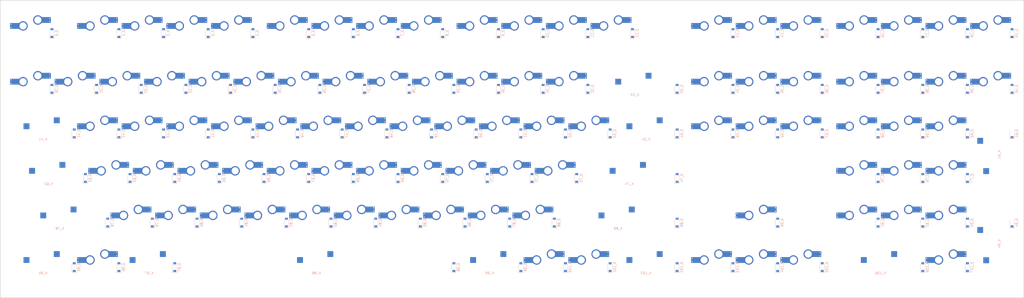
<source format=kicad_pcb>
(kicad_pcb (version 20171130) (host pcbnew "(5.1.7)-1")
  (layers (0 F.Cu signal) (31 B.Cu signal) (34 B.Paste user) (35 F.Paste user) (36 B.SilkS user) (37 F.SilkS user) (38 B.Mask user) (39 F.Mask user) (44 Edge.Cuts user))
  (net 0 "")
  (net 1 col0)
  (net 2 col1)
  (net 3 col2)
  (net 4 col3)
  (net 5 col4)
  (net 6 col5)
  (net 7 col6)
  (net 8 col7)
  (net 9 col8)
  (net 10 col9)
  (net 11 col10)
  (net 12 col11)
  (net 13 col12)
  (net 14 col13)
  (net 15 col14)
  (net 16 col15)
  (net 17 col16)
  (net 18 col17)
  (net 19 col18)
  (net 20 col19)
  (net 21 col20)
  (net 22 col21)
  (net 23 row0)
  (net 24 row1)
  (net 25 row2)
  (net 26 row3)
  (net 27 row4)
  (net 28 row5)
  (net 29 "Net-(D_0-Pad2)")
  (net 30 "Net-(D_1-Pad2)")
  (net 31 "Net-(D_2-Pad2)")
  (net 32 "Net-(D_3-Pad2)")
  (net 33 "Net-(D_4-Pad2)")
  (net 34 "Net-(D_5-Pad2)")
  (net 35 "Net-(D_6-Pad2)")
  (net 36 "Net-(D_7-Pad2)")
  (net 37 "Net-(D_8-Pad2)")
  (net 38 "Net-(D_9-Pad2)")
  (net 39 "Net-(D_10-Pad2)")
  (net 40 "Net-(D_11-Pad2)")
  (net 41 "Net-(D_12-Pad2)")
  (net 42 "Net-(D_13-Pad2)")
  (net 43 "Net-(D_14-Pad2)")
  (net 44 "Net-(D_15-Pad2)")
  (net 45 "Net-(D_16-Pad2)")
  (net 46 "Net-(D_17-Pad2)")
  (net 47 "Net-(D_18-Pad2)")
  (net 48 "Net-(D_19-Pad2)")
  (net 49 "Net-(D_20-Pad2)")
  (net 50 "Net-(D_21-Pad2)")
  (net 51 "Net-(D_22-Pad2)")
  (net 52 "Net-(D_23-Pad2)")
  (net 53 "Net-(D_24-Pad2)")
  (net 54 "Net-(D_25-Pad2)")
  (net 55 "Net-(D_26-Pad2)")
  (net 56 "Net-(D_27-Pad2)")
  (net 57 "Net-(D_28-Pad2)")
  (net 58 "Net-(D_29-Pad2)")
  (net 59 "Net-(D_30-Pad2)")
  (net 60 "Net-(D_31-Pad2)")
  (net 61 "Net-(D_32-Pad2)")
  (net 62 "Net-(D_33-Pad2)")
  (net 63 "Net-(D_34-Pad2)")
  (net 64 "Net-(D_35-Pad2)")
  (net 65 "Net-(D_36-Pad2)")
  (net 66 "Net-(D_37-Pad2)")
  (net 67 "Net-(D_38-Pad2)")
  (net 68 "Net-(D_39-Pad2)")
  (net 69 "Net-(D_40-Pad2)")
  (net 70 "Net-(D_41-Pad2)")
  (net 71 "Net-(D_42-Pad2)")
  (net 72 "Net-(D_43-Pad2)")
  (net 73 "Net-(D_44-Pad2)")
  (net 74 "Net-(D_45-Pad2)")
  (net 75 "Net-(D_46-Pad2)")
  (net 76 "Net-(D_47-Pad2)")
  (net 77 "Net-(D_48-Pad2)")
  (net 78 "Net-(D_49-Pad2)")
  (net 79 "Net-(D_50-Pad2)")
  (net 80 "Net-(D_51-Pad2)")
  (net 81 "Net-(D_52-Pad2)")
  (net 82 "Net-(D_53-Pad2)")
  (net 83 "Net-(D_54-Pad2)")
  (net 84 "Net-(D_55-Pad2)")
  (net 85 "Net-(D_56-Pad2)")
  (net 86 "Net-(D_57-Pad2)")
  (net 87 "Net-(D_58-Pad2)")
  (net 88 "Net-(D_59-Pad2)")
  (net 89 "Net-(D_60-Pad2)")
  (net 90 "Net-(D_62-Pad2)")
  (net 91 "Net-(D_63-Pad2)")
  (net 92 "Net-(D_64-Pad2)")
  (net 93 "Net-(D_65-Pad2)")
  (net 94 "Net-(D_66-Pad2)")
  (net 95 "Net-(D_67-Pad2)")
  (net 96 "Net-(D_68-Pad2)")
  (net 97 "Net-(D_69-Pad2)")
  (net 98 "Net-(D_70-Pad2)")
  (net 99 "Net-(D_71-Pad2)")
  (net 100 "Net-(D_72-Pad2)")
  (net 101 "Net-(D_73-Pad2)")
  (net 102 "Net-(D_74-Pad2)")
  (net 103 "Net-(D_75-Pad2)")
  (net 104 "Net-(D_76-Pad2)")
  (net 105 "Net-(D_77-Pad2)")
  (net 106 "Net-(D_61-Pad2)")
  (net 107 "Net-(D_78-Pad2)")
  (net 108 "Net-(D_79-Pad2)")
  (net 109 "Net-(D_80-Pad2)")
  (net 110 "Net-(D_81-Pad2)")
  (net 111 "Net-(D_82-Pad2)")
  (net 112 "Net-(D_83-Pad2)")
  (net 113 "Net-(D_84-Pad2)")
  (net 114 "Net-(D_85-Pad2)")
  (net 115 "Net-(D_86-Pad2)")
  (net 116 "Net-(D_87-Pad2)")
  (net 117 "Net-(D_88-Pad2)")
  (net 118 "Net-(D_89-Pad2)")
  (net 119 "Net-(D_90-Pad2)")
  (net 120 "Net-(D_91-Pad2)")
  (net 121 "Net-(D_92-Pad2)")
  (net 122 "Net-(D_93-Pad2)")
  (net 123 "Net-(D_95-Pad2)")
  (net 124 "Net-(D_96-Pad2)")
  (net 125 "Net-(D_97-Pad2)")
  (net 126 "Net-(D_98-Pad2)")
  (net 127 "Net-(D_99-Pad2)")
  (net 128 "Net-(D_100-Pad2)")
  (net 129 "Net-(D_101-Pad2)")
  (net 130 "Net-(D_102-Pad2)")
  (net 131 "Net-(D_103-Pad2)")
  (net 132 "Net-(D_104-Pad2)")
  (net 133 "Net-(D_105-Pad2)")
  (net 134 "Net-(D_106-Pad2)")
  (net 135 "Net-(D_107-Pad2)")
  (net 136 "Net-(D_94-Pad2)")
  (module MX_Only:MXOnly-2U-Hotswap (layer F.Cu) (at 419.099648 100.012416 90)
    (fp_text reference K_94)
    (fp_text value KEYSW)
    (fp_text user %R (at 0 3.048 90) (layer B.SilkS) (effects (justify mirror)))
    (pad "" np_thru_hole circle (at -11.938 8.255 90) (size 3.9878 3.9878) (drill 3.9878) (layers *.Cu *.Mask))
    (pad "" np_thru_hole circle (at 11.938 8.255 90) (size 3.9878 3.9878) (drill 3.9878) (layers *.Cu *.Mask))
    (pad "" np_thru_hole circle (at -11.938 -6.985 90) (size 3.048 3.048) (drill 3.048) (layers *.Cu *.Mask))
    (pad "" np_thru_hole circle (at 11.938 -6.985 90) (size 3.048 3.048) (drill 3.048) (layers *.Cu *.Mask))
    (pad 2 smd rect (at 5.842 -5.08 90) (size 2.55 2.5) (layers B.Cu B.Paste B.Mask) (net 136 "Net-(D_94-Pad2)"))
    (pad 1 smd rect (at -7.085 -2.54 90) (size 2.55 2.5) (layers B.Cu B.Paste B.Mask) (net 22 col21))
    (pad "" np_thru_hole circle (at 5.08 0 138.0996) (size 1.75 1.75) (drill 1.75) (layers *.Cu *.Mask))
    (pad "" np_thru_hole circle (at -5.08 0 138.0996) (size 1.75 1.75) (drill 1.75) (layers *.Cu *.Mask))
    (pad "" np_thru_hole circle (at -3.81 -2.54 90) (size 3 3) (drill 3) (layers *.Cu *.Mask))
    (pad "" np_thru_hole circle (at 0 0 90) (size 3.9878 3.9878) (drill 3.9878) (layers *.Cu *.Mask))
    (pad "" np_thru_hole circle (at 2.54 -5.08 90) (size 3 3) (drill 3) (layers *.Cu *.Mask))
  )
  (module MX_Only:MXOnly-2U-Hotswap (layer F.Cu) (at 419.099648 61.912448 90)
    (fp_text reference K_61)
    (fp_text value KEYSW)
    (fp_text user %R (at 0 3.048 90) (layer B.SilkS) (effects (justify mirror)))
    (pad "" np_thru_hole circle (at -11.938 8.255 90) (size 3.9878 3.9878) (drill 3.9878) (layers *.Cu *.Mask))
    (pad "" np_thru_hole circle (at 11.938 8.255 90) (size 3.9878 3.9878) (drill 3.9878) (layers *.Cu *.Mask))
    (pad "" np_thru_hole circle (at -11.938 -6.985 90) (size 3.048 3.048) (drill 3.048) (layers *.Cu *.Mask))
    (pad "" np_thru_hole circle (at 11.938 -6.985 90) (size 3.048 3.048) (drill 3.048) (layers *.Cu *.Mask))
    (pad 2 smd rect (at 5.842 -5.08 90) (size 2.55 2.5) (layers B.Cu B.Paste B.Mask) (net 106 "Net-(D_61-Pad2)"))
    (pad 1 smd rect (at -7.085 -2.54 90) (size 2.55 2.5) (layers B.Cu B.Paste B.Mask) (net 22 col21))
    (pad "" np_thru_hole circle (at 5.08 0 138.0996) (size 1.75 1.75) (drill 1.75) (layers *.Cu *.Mask))
    (pad "" np_thru_hole circle (at -5.08 0 138.0996) (size 1.75 1.75) (drill 1.75) (layers *.Cu *.Mask))
    (pad "" np_thru_hole circle (at -3.81 -2.54 90) (size 3 3) (drill 3) (layers *.Cu *.Mask))
    (pad "" np_thru_hole circle (at 0 0 90) (size 3.9878 3.9878) (drill 3.9878) (layers *.Cu *.Mask))
    (pad "" np_thru_hole circle (at 2.54 -5.08 90) (size 3 3) (drill 3) (layers *.Cu *.Mask))
  )
  (module MX_Only:MXOnly-1U-Hotswap-Antishear (layer F.Cu) (at 400.05 109.5375)
    (fp_text reference K_107)
    (fp_text value KEYSW)
    (pad 2 smd rect (at 5.842 -5.08) (size 4.5 2.5) (layers B.Cu) (net 135 "Net-(D_107-Pad2)"))
    (pad 1 smd rect (at -7.085 -2.54) (size 4.5 2.5) (layers B.Cu) (net 21 col20))
    (pad 2 thru_hole circle (at 7.62 -4.318) (size 0.8 0.8) (drill 0.4) (layers *.Cu) (net 135 "Net-(D_107-Pad2)"))
    (pad 1 thru_hole circle (at -8.89 -1.778) (size 0.8 0.8) (drill 0.4) (layers *.Cu) (net 21 col20))
    (pad 2 thru_hole circle (at 7.62 -5.842) (size 0.8 0.8) (drill 0.4) (layers *.Cu) (net 135 "Net-(D_107-Pad2)"))
    (pad 1 thru_hole circle (at -8.89 -3.302) (size 0.8 0.8) (drill 0.4) (layers *.Cu) (net 21 col20))
    (pad "" np_thru_hole circle (at 5.08 0 48.0996) (size 1.75 1.75) (drill 1.75) (layers *.Cu *.Mask))
    (pad "" np_thru_hole circle (at -5.08 0 48.0996) (size 1.75 1.75) (drill 1.75) (layers *.Cu *.Mask))
    (pad 1 thru_hole circle (at -3.81 -2.54) (size 4 4) (drill 3) (layers *.Cu) (net 21 col20))
    (pad "" np_thru_hole circle (at 0 0) (size 3.9878 3.9878) (drill 3.9878) (layers *.Cu *.Mask))
    (pad 2 thru_hole circle (at 2.54 -5.08) (size 4 4) (drill 3) (layers *.Cu) (net 135 "Net-(D_107-Pad2)"))
  )
  (module MX_Only:MXOnly-2U-Hotswap (layer F.Cu) (at 371.475 109.5375)
    (fp_text reference K_106)
    (fp_text value KEYSW)
    (fp_text user %R (at 0 3.048) (layer B.SilkS) (effects (justify mirror)))
    (pad "" np_thru_hole circle (at -11.938 8.255) (size 3.9878 3.9878) (drill 3.9878) (layers *.Cu *.Mask))
    (pad "" np_thru_hole circle (at 11.938 8.255) (size 3.9878 3.9878) (drill 3.9878) (layers *.Cu *.Mask))
    (pad "" np_thru_hole circle (at -11.938 -6.985) (size 3.048 3.048) (drill 3.048) (layers *.Cu *.Mask))
    (pad "" np_thru_hole circle (at 11.938 -6.985) (size 3.048 3.048) (drill 3.048) (layers *.Cu *.Mask))
    (pad 2 smd rect (at 5.842 -5.08) (size 2.55 2.5) (layers B.Cu B.Paste B.Mask) (net 134 "Net-(D_106-Pad2)"))
    (pad 1 smd rect (at -7.085 -2.54) (size 2.55 2.5) (layers B.Cu B.Paste B.Mask) (net 19 col18))
    (pad "" np_thru_hole circle (at 5.08 0 48.0996) (size 1.75 1.75) (drill 1.75) (layers *.Cu *.Mask))
    (pad "" np_thru_hole circle (at -5.08 0 48.0996) (size 1.75 1.75) (drill 1.75) (layers *.Cu *.Mask))
    (pad "" np_thru_hole circle (at -3.81 -2.54) (size 3 3) (drill 3) (layers *.Cu *.Mask))
    (pad "" np_thru_hole circle (at 0 0) (size 3.9878 3.9878) (drill 3.9878) (layers *.Cu *.Mask))
    (pad "" np_thru_hole circle (at 2.54 -5.08) (size 3 3) (drill 3) (layers *.Cu *.Mask))
  )
  (module MX_Only:MXOnly-1U-Hotswap-Antishear (layer F.Cu) (at 338.1375 109.5375)
    (fp_text reference K_105)
    (fp_text value KEYSW)
    (pad 2 smd rect (at 5.842 -5.08) (size 4.5 2.5) (layers B.Cu) (net 133 "Net-(D_105-Pad2)"))
    (pad 1 smd rect (at -7.085 -2.54) (size 4.5 2.5) (layers B.Cu) (net 18 col17))
    (pad 2 thru_hole circle (at 7.62 -4.318) (size 0.8 0.8) (drill 0.4) (layers *.Cu) (net 133 "Net-(D_105-Pad2)"))
    (pad 1 thru_hole circle (at -8.89 -1.778) (size 0.8 0.8) (drill 0.4) (layers *.Cu) (net 18 col17))
    (pad 2 thru_hole circle (at 7.62 -5.842) (size 0.8 0.8) (drill 0.4) (layers *.Cu) (net 133 "Net-(D_105-Pad2)"))
    (pad 1 thru_hole circle (at -8.89 -3.302) (size 0.8 0.8) (drill 0.4) (layers *.Cu) (net 18 col17))
    (pad "" np_thru_hole circle (at 5.08 0 48.0996) (size 1.75 1.75) (drill 1.75) (layers *.Cu *.Mask))
    (pad "" np_thru_hole circle (at -5.08 0 48.0996) (size 1.75 1.75) (drill 1.75) (layers *.Cu *.Mask))
    (pad 1 thru_hole circle (at -3.81 -2.54) (size 4 4) (drill 3) (layers *.Cu) (net 18 col17))
    (pad "" np_thru_hole circle (at 0 0) (size 3.9878 3.9878) (drill 3.9878) (layers *.Cu *.Mask))
    (pad 2 thru_hole circle (at 2.54 -5.08) (size 4 4) (drill 3) (layers *.Cu) (net 133 "Net-(D_105-Pad2)"))
  )
  (module MX_Only:MXOnly-1U-Hotswap-Antishear (layer F.Cu) (at 319.0875 109.5375)
    (fp_text reference K_104)
    (fp_text value KEYSW)
    (pad 2 smd rect (at 5.842 -5.08) (size 4.5 2.5) (layers B.Cu) (net 132 "Net-(D_104-Pad2)"))
    (pad 1 smd rect (at -7.085 -2.54) (size 4.5 2.5) (layers B.Cu) (net 17 col16))
    (pad 2 thru_hole circle (at 7.62 -4.318) (size 0.8 0.8) (drill 0.4) (layers *.Cu) (net 132 "Net-(D_104-Pad2)"))
    (pad 1 thru_hole circle (at -8.89 -1.778) (size 0.8 0.8) (drill 0.4) (layers *.Cu) (net 17 col16))
    (pad 2 thru_hole circle (at 7.62 -5.842) (size 0.8 0.8) (drill 0.4) (layers *.Cu) (net 132 "Net-(D_104-Pad2)"))
    (pad 1 thru_hole circle (at -8.89 -3.302) (size 0.8 0.8) (drill 0.4) (layers *.Cu) (net 17 col16))
    (pad "" np_thru_hole circle (at 5.08 0 48.0996) (size 1.75 1.75) (drill 1.75) (layers *.Cu *.Mask))
    (pad "" np_thru_hole circle (at -5.08 0 48.0996) (size 1.75 1.75) (drill 1.75) (layers *.Cu *.Mask))
    (pad 1 thru_hole circle (at -3.81 -2.54) (size 4 4) (drill 3) (layers *.Cu) (net 17 col16))
    (pad "" np_thru_hole circle (at 0 0) (size 3.9878 3.9878) (drill 3.9878) (layers *.Cu *.Mask))
    (pad 2 thru_hole circle (at 2.54 -5.08) (size 4 4) (drill 3) (layers *.Cu) (net 132 "Net-(D_104-Pad2)"))
  )
  (module MX_Only:MXOnly-1U-Hotswap-Antishear (layer F.Cu) (at 300.0375 109.5375)
    (fp_text reference K_103)
    (fp_text value KEYSW)
    (pad 2 smd rect (at 5.842 -5.08) (size 4.5 2.5) (layers B.Cu) (net 131 "Net-(D_103-Pad2)"))
    (pad 1 smd rect (at -7.085 -2.54) (size 4.5 2.5) (layers B.Cu) (net 16 col15))
    (pad 2 thru_hole circle (at 7.62 -4.318) (size 0.8 0.8) (drill 0.4) (layers *.Cu) (net 131 "Net-(D_103-Pad2)"))
    (pad 1 thru_hole circle (at -8.89 -1.778) (size 0.8 0.8) (drill 0.4) (layers *.Cu) (net 16 col15))
    (pad 2 thru_hole circle (at 7.62 -5.842) (size 0.8 0.8) (drill 0.4) (layers *.Cu) (net 131 "Net-(D_103-Pad2)"))
    (pad 1 thru_hole circle (at -8.89 -3.302) (size 0.8 0.8) (drill 0.4) (layers *.Cu) (net 16 col15))
    (pad "" np_thru_hole circle (at 5.08 0 48.0996) (size 1.75 1.75) (drill 1.75) (layers *.Cu *.Mask))
    (pad "" np_thru_hole circle (at -5.08 0 48.0996) (size 1.75 1.75) (drill 1.75) (layers *.Cu *.Mask))
    (pad 1 thru_hole circle (at -3.81 -2.54) (size 4 4) (drill 3) (layers *.Cu) (net 16 col15))
    (pad "" np_thru_hole circle (at 0 0) (size 3.9878 3.9878) (drill 3.9878) (layers *.Cu *.Mask))
    (pad 2 thru_hole circle (at 2.54 -5.08) (size 4 4) (drill 3) (layers *.Cu) (net 131 "Net-(D_103-Pad2)"))
  )
  (module MX_Only:MXOnly-1.5U-Hotswap (layer F.Cu) (at 271.4625 109.5375)
    (fp_text reference K_102)
    (fp_text value KEYSW)
    (fp_text user %R (at 0 3.048) (layer B.SilkS) (effects (justify mirror)))
    (pad 2 smd rect (at 5.842 -5.08) (size 2.55 2.5) (layers B.Cu B.Paste B.Mask) (net 130 "Net-(D_102-Pad2)"))
    (pad 1 smd rect (at -7.085 -2.54) (size 2.55 2.5) (layers B.Cu B.Paste B.Mask) (net 15 col14))
    (pad "" np_thru_hole circle (at 5.08 0 48.0996) (size 1.75 1.75) (drill 1.75) (layers *.Cu *.Mask))
    (pad "" np_thru_hole circle (at -5.08 0 48.0996) (size 1.75 1.75) (drill 1.75) (layers *.Cu *.Mask))
    (pad "" np_thru_hole circle (at -3.81 -2.54) (size 3 3) (drill 3) (layers *.Cu *.Mask))
    (pad "" np_thru_hole circle (at 0 0) (size 3.9878 3.9878) (drill 3.9878) (layers *.Cu *.Mask))
    (pad "" np_thru_hole circle (at 2.54 -5.08) (size 3 3) (drill 3) (layers *.Cu *.Mask))
  )
  (module MX_Only:MXOnly-1U-Hotswap-Antishear (layer F.Cu) (at 247.65 109.5375)
    (fp_text reference K_101)
    (fp_text value KEYSW)
    (pad 2 smd rect (at 5.842 -5.08) (size 4.5 2.5) (layers B.Cu) (net 129 "Net-(D_101-Pad2)"))
    (pad 1 smd rect (at -7.085 -2.54) (size 4.5 2.5) (layers B.Cu) (net 14 col13))
    (pad 2 thru_hole circle (at 7.62 -4.318) (size 0.8 0.8) (drill 0.4) (layers *.Cu) (net 129 "Net-(D_101-Pad2)"))
    (pad 1 thru_hole circle (at -8.89 -1.778) (size 0.8 0.8) (drill 0.4) (layers *.Cu) (net 14 col13))
    (pad 2 thru_hole circle (at 7.62 -5.842) (size 0.8 0.8) (drill 0.4) (layers *.Cu) (net 129 "Net-(D_101-Pad2)"))
    (pad 1 thru_hole circle (at -8.89 -3.302) (size 0.8 0.8) (drill 0.4) (layers *.Cu) (net 14 col13))
    (pad "" np_thru_hole circle (at 5.08 0 48.0996) (size 1.75 1.75) (drill 1.75) (layers *.Cu *.Mask))
    (pad "" np_thru_hole circle (at -5.08 0 48.0996) (size 1.75 1.75) (drill 1.75) (layers *.Cu *.Mask))
    (pad 1 thru_hole circle (at -3.81 -2.54) (size 4 4) (drill 3) (layers *.Cu) (net 14 col13))
    (pad "" np_thru_hole circle (at 0 0) (size 3.9878 3.9878) (drill 3.9878) (layers *.Cu *.Mask))
    (pad 2 thru_hole circle (at 2.54 -5.08) (size 4 4) (drill 3) (layers *.Cu) (net 129 "Net-(D_101-Pad2)"))
  )
  (module MX_Only:MXOnly-1U-Hotswap-Antishear (layer F.Cu) (at 228.6 109.5375)
    (fp_text reference K_100)
    (fp_text value KEYSW)
    (pad 2 smd rect (at 5.842 -5.08) (size 4.5 2.5) (layers B.Cu) (net 128 "Net-(D_100-Pad2)"))
    (pad 1 smd rect (at -7.085 -2.54) (size 4.5 2.5) (layers B.Cu) (net 13 col12))
    (pad 2 thru_hole circle (at 7.62 -4.318) (size 0.8 0.8) (drill 0.4) (layers *.Cu) (net 128 "Net-(D_100-Pad2)"))
    (pad 1 thru_hole circle (at -8.89 -1.778) (size 0.8 0.8) (drill 0.4) (layers *.Cu) (net 13 col12))
    (pad 2 thru_hole circle (at 7.62 -5.842) (size 0.8 0.8) (drill 0.4) (layers *.Cu) (net 128 "Net-(D_100-Pad2)"))
    (pad 1 thru_hole circle (at -8.89 -3.302) (size 0.8 0.8) (drill 0.4) (layers *.Cu) (net 13 col12))
    (pad "" np_thru_hole circle (at 5.08 0 48.0996) (size 1.75 1.75) (drill 1.75) (layers *.Cu *.Mask))
    (pad "" np_thru_hole circle (at -5.08 0 48.0996) (size 1.75 1.75) (drill 1.75) (layers *.Cu *.Mask))
    (pad 1 thru_hole circle (at -3.81 -2.54) (size 4 4) (drill 3) (layers *.Cu) (net 13 col12))
    (pad "" np_thru_hole circle (at 0 0) (size 3.9878 3.9878) (drill 3.9878) (layers *.Cu *.Mask))
    (pad 2 thru_hole circle (at 2.54 -5.08) (size 4 4) (drill 3) (layers *.Cu) (net 128 "Net-(D_100-Pad2)"))
  )
  (module MX_Only:MXOnly-1.5U-Hotswap (layer F.Cu) (at 204.7875 109.5375)
    (fp_text reference K_99)
    (fp_text value KEYSW)
    (fp_text user %R (at 0 3.048) (layer B.SilkS) (effects (justify mirror)))
    (pad 2 smd rect (at 5.842 -5.08) (size 2.55 2.5) (layers B.Cu B.Paste B.Mask) (net 127 "Net-(D_99-Pad2)"))
    (pad 1 smd rect (at -7.085 -2.54) (size 2.55 2.5) (layers B.Cu B.Paste B.Mask) (net 11 col10))
    (pad "" np_thru_hole circle (at 5.08 0 48.0996) (size 1.75 1.75) (drill 1.75) (layers *.Cu *.Mask))
    (pad "" np_thru_hole circle (at -5.08 0 48.0996) (size 1.75 1.75) (drill 1.75) (layers *.Cu *.Mask))
    (pad "" np_thru_hole circle (at -3.81 -2.54) (size 3 3) (drill 3) (layers *.Cu *.Mask))
    (pad "" np_thru_hole circle (at 0 0) (size 3.9878 3.9878) (drill 3.9878) (layers *.Cu *.Mask))
    (pad "" np_thru_hole circle (at 2.54 -5.08) (size 3 3) (drill 3) (layers *.Cu *.Mask))
  )
  (module MX_Only:MXOnly-6.25U-Hotswap (layer F.Cu) (at 130.96875 109.5375)
    (fp_text reference K_98)
    (fp_text value KEYSW)
    (fp_text user %R (at 0 3.048) (layer B.SilkS) (effects (justify mirror)))
    (pad "" np_thru_hole circle (at -49.9999 8.255) (size 3.9878 3.9878) (drill 3.9878) (layers *.Cu *.Mask))
    (pad "" np_thru_hole circle (at 49.9999 8.255) (size 3.9878 3.9878) (drill 3.9878) (layers *.Cu *.Mask))
    (pad "" np_thru_hole circle (at -49.9999 -6.985) (size 3.048 3.048) (drill 3.048) (layers *.Cu *.Mask))
    (pad "" np_thru_hole circle (at 49.9999 -6.985) (size 3.048 3.048) (drill 3.048) (layers *.Cu *.Mask))
    (pad 2 smd rect (at 5.842 -5.08) (size 2.55 2.5) (layers B.Cu B.Paste B.Mask) (net 126 "Net-(D_98-Pad2)"))
    (pad 1 smd rect (at -7.085 -2.54) (size 2.55 2.5) (layers B.Cu B.Paste B.Mask) (net 7 col6))
    (pad "" np_thru_hole circle (at 5.08 0 48.0996) (size 1.75 1.75) (drill 1.75) (layers *.Cu *.Mask))
    (pad "" np_thru_hole circle (at -5.08 0 48.0996) (size 1.75 1.75) (drill 1.75) (layers *.Cu *.Mask))
    (pad "" np_thru_hole circle (at -3.81 -2.54) (size 3 3) (drill 3) (layers *.Cu *.Mask))
    (pad "" np_thru_hole circle (at 0 0) (size 3.9878 3.9878) (drill 3.9878) (layers *.Cu *.Mask))
    (pad "" np_thru_hole circle (at 2.54 -5.08) (size 3 3) (drill 3) (layers *.Cu *.Mask))
  )
  (module MX_Only:MXOnly-1.25U-Hotswap (layer F.Cu) (at 59.53125 109.5375)
    (fp_text reference K_97)
    (fp_text value KEYSW)
    (fp_text user %R (at 0 3.048) (layer B.SilkS) (effects (justify mirror)))
    (pad 2 smd rect (at 5.842 -5.08) (size 2.55 2.5) (layers B.Cu B.Paste B.Mask) (net 125 "Net-(D_97-Pad2)"))
    (pad 1 smd rect (at -7.085 -2.54) (size 2.55 2.5) (layers B.Cu B.Paste B.Mask) (net 4 col3))
    (pad "" np_thru_hole circle (at 5.08 0 48.0996) (size 1.75 1.75) (drill 1.75) (layers *.Cu *.Mask))
    (pad "" np_thru_hole circle (at -5.08 0 48.0996) (size 1.75 1.75) (drill 1.75) (layers *.Cu *.Mask))
    (pad "" np_thru_hole circle (at -3.81 -2.54) (size 3 3) (drill 3) (layers *.Cu *.Mask))
    (pad "" np_thru_hole circle (at 0 0) (size 3.9878 3.9878) (drill 3.9878) (layers *.Cu *.Mask))
    (pad "" np_thru_hole circle (at 2.54 -5.08) (size 3 3) (drill 3) (layers *.Cu *.Mask))
  )
  (module MX_Only:MXOnly-1U-Hotswap-Antishear (layer F.Cu) (at 38.1 109.5375)
    (fp_text reference K_96)
    (fp_text value KEYSW)
    (pad 2 smd rect (at 5.842 -5.08) (size 4.5 2.5) (layers B.Cu) (net 124 "Net-(D_96-Pad2)"))
    (pad 1 smd rect (at -7.085 -2.54) (size 4.5 2.5) (layers B.Cu) (net 3 col2))
    (pad 2 thru_hole circle (at 7.62 -4.318) (size 0.8 0.8) (drill 0.4) (layers *.Cu) (net 124 "Net-(D_96-Pad2)"))
    (pad 1 thru_hole circle (at -8.89 -1.778) (size 0.8 0.8) (drill 0.4) (layers *.Cu) (net 3 col2))
    (pad 2 thru_hole circle (at 7.62 -5.842) (size 0.8 0.8) (drill 0.4) (layers *.Cu) (net 124 "Net-(D_96-Pad2)"))
    (pad 1 thru_hole circle (at -8.89 -3.302) (size 0.8 0.8) (drill 0.4) (layers *.Cu) (net 3 col2))
    (pad "" np_thru_hole circle (at 5.08 0 48.0996) (size 1.75 1.75) (drill 1.75) (layers *.Cu *.Mask))
    (pad "" np_thru_hole circle (at -5.08 0 48.0996) (size 1.75 1.75) (drill 1.75) (layers *.Cu *.Mask))
    (pad 1 thru_hole circle (at -3.81 -2.54) (size 4 4) (drill 3) (layers *.Cu) (net 3 col2))
    (pad "" np_thru_hole circle (at 0 0) (size 3.9878 3.9878) (drill 3.9878) (layers *.Cu *.Mask))
    (pad 2 thru_hole circle (at 2.54 -5.08) (size 4 4) (drill 3) (layers *.Cu) (net 124 "Net-(D_96-Pad2)"))
  )
  (module MX_Only:MXOnly-1.5U-Hotswap (layer F.Cu) (at 14.2875 109.5375)
    (fp_text reference K_95)
    (fp_text value KEYSW)
    (fp_text user %R (at 0 3.048) (layer B.SilkS) (effects (justify mirror)))
    (pad 2 smd rect (at 5.842 -5.08) (size 2.55 2.5) (layers B.Cu B.Paste B.Mask) (net 123 "Net-(D_95-Pad2)"))
    (pad 1 smd rect (at -7.085 -2.54) (size 2.55 2.5) (layers B.Cu B.Paste B.Mask) (net 1 col0))
    (pad "" np_thru_hole circle (at 5.08 0 48.0996) (size 1.75 1.75) (drill 1.75) (layers *.Cu *.Mask))
    (pad "" np_thru_hole circle (at -5.08 0 48.0996) (size 1.75 1.75) (drill 1.75) (layers *.Cu *.Mask))
    (pad "" np_thru_hole circle (at -3.81 -2.54) (size 3 3) (drill 3) (layers *.Cu *.Mask))
    (pad "" np_thru_hole circle (at 0 0) (size 3.9878 3.9878) (drill 3.9878) (layers *.Cu *.Mask))
    (pad "" np_thru_hole circle (at 2.54 -5.08) (size 3 3) (drill 3) (layers *.Cu *.Mask))
  )
  (module MX_Only:MXOnly-1U-Hotswap-Antishear (layer F.Cu) (at 400.05 90.4875)
    (fp_text reference K_93)
    (fp_text value KEYSW)
    (pad 2 smd rect (at 5.842 -5.08) (size 4.5 2.5) (layers B.Cu) (net 122 "Net-(D_93-Pad2)"))
    (pad 1 smd rect (at -7.085 -2.54) (size 4.5 2.5) (layers B.Cu) (net 21 col20))
    (pad 2 thru_hole circle (at 7.62 -4.318) (size 0.8 0.8) (drill 0.4) (layers *.Cu) (net 122 "Net-(D_93-Pad2)"))
    (pad 1 thru_hole circle (at -8.89 -1.778) (size 0.8 0.8) (drill 0.4) (layers *.Cu) (net 21 col20))
    (pad 2 thru_hole circle (at 7.62 -5.842) (size 0.8 0.8) (drill 0.4) (layers *.Cu) (net 122 "Net-(D_93-Pad2)"))
    (pad 1 thru_hole circle (at -8.89 -3.302) (size 0.8 0.8) (drill 0.4) (layers *.Cu) (net 21 col20))
    (pad "" np_thru_hole circle (at 5.08 0 48.0996) (size 1.75 1.75) (drill 1.75) (layers *.Cu *.Mask))
    (pad "" np_thru_hole circle (at -5.08 0 48.0996) (size 1.75 1.75) (drill 1.75) (layers *.Cu *.Mask))
    (pad 1 thru_hole circle (at -3.81 -2.54) (size 4 4) (drill 3) (layers *.Cu) (net 21 col20))
    (pad "" np_thru_hole circle (at 0 0) (size 3.9878 3.9878) (drill 3.9878) (layers *.Cu *.Mask))
    (pad 2 thru_hole circle (at 2.54 -5.08) (size 4 4) (drill 3) (layers *.Cu) (net 122 "Net-(D_93-Pad2)"))
  )
  (module MX_Only:MXOnly-1U-Hotswap-Antishear (layer F.Cu) (at 381 90.4875)
    (fp_text reference K_92)
    (fp_text value KEYSW)
    (pad 2 smd rect (at 5.842 -5.08) (size 4.5 2.5) (layers B.Cu) (net 121 "Net-(D_92-Pad2)"))
    (pad 1 smd rect (at -7.085 -2.54) (size 4.5 2.5) (layers B.Cu) (net 20 col19))
    (pad 2 thru_hole circle (at 7.62 -4.318) (size 0.8 0.8) (drill 0.4) (layers *.Cu) (net 121 "Net-(D_92-Pad2)"))
    (pad 1 thru_hole circle (at -8.89 -1.778) (size 0.8 0.8) (drill 0.4) (layers *.Cu) (net 20 col19))
    (pad 2 thru_hole circle (at 7.62 -5.842) (size 0.8 0.8) (drill 0.4) (layers *.Cu) (net 121 "Net-(D_92-Pad2)"))
    (pad 1 thru_hole circle (at -8.89 -3.302) (size 0.8 0.8) (drill 0.4) (layers *.Cu) (net 20 col19))
    (pad "" np_thru_hole circle (at 5.08 0 48.0996) (size 1.75 1.75) (drill 1.75) (layers *.Cu *.Mask))
    (pad "" np_thru_hole circle (at -5.08 0 48.0996) (size 1.75 1.75) (drill 1.75) (layers *.Cu *.Mask))
    (pad 1 thru_hole circle (at -3.81 -2.54) (size 4 4) (drill 3) (layers *.Cu) (net 20 col19))
    (pad "" np_thru_hole circle (at 0 0) (size 3.9878 3.9878) (drill 3.9878) (layers *.Cu *.Mask))
    (pad 2 thru_hole circle (at 2.54 -5.08) (size 4 4) (drill 3) (layers *.Cu) (net 121 "Net-(D_92-Pad2)"))
  )
  (module MX_Only:MXOnly-1U-Hotswap-Antishear (layer F.Cu) (at 361.95 90.4875)
    (fp_text reference K_91)
    (fp_text value KEYSW)
    (pad 2 smd rect (at 5.842 -5.08) (size 4.5 2.5) (layers B.Cu) (net 120 "Net-(D_91-Pad2)"))
    (pad 1 smd rect (at -7.085 -2.54) (size 4.5 2.5) (layers B.Cu) (net 19 col18))
    (pad 2 thru_hole circle (at 7.62 -4.318) (size 0.8 0.8) (drill 0.4) (layers *.Cu) (net 120 "Net-(D_91-Pad2)"))
    (pad 1 thru_hole circle (at -8.89 -1.778) (size 0.8 0.8) (drill 0.4) (layers *.Cu) (net 19 col18))
    (pad 2 thru_hole circle (at 7.62 -5.842) (size 0.8 0.8) (drill 0.4) (layers *.Cu) (net 120 "Net-(D_91-Pad2)"))
    (pad 1 thru_hole circle (at -8.89 -3.302) (size 0.8 0.8) (drill 0.4) (layers *.Cu) (net 19 col18))
    (pad "" np_thru_hole circle (at 5.08 0 48.0996) (size 1.75 1.75) (drill 1.75) (layers *.Cu *.Mask))
    (pad "" np_thru_hole circle (at -5.08 0 48.0996) (size 1.75 1.75) (drill 1.75) (layers *.Cu *.Mask))
    (pad 1 thru_hole circle (at -3.81 -2.54) (size 4 4) (drill 3) (layers *.Cu) (net 19 col18))
    (pad "" np_thru_hole circle (at 0 0) (size 3.9878 3.9878) (drill 3.9878) (layers *.Cu *.Mask))
    (pad 2 thru_hole circle (at 2.54 -5.08) (size 4 4) (drill 3) (layers *.Cu) (net 120 "Net-(D_91-Pad2)"))
  )
  (module MX_Only:MXOnly-1U-Hotswap-Antishear (layer F.Cu) (at 319.0875 90.4875)
    (fp_text reference K_90)
    (fp_text value KEYSW)
    (pad 2 smd rect (at 5.842 -5.08) (size 4.5 2.5) (layers B.Cu) (net 119 "Net-(D_90-Pad2)"))
    (pad 1 smd rect (at -7.085 -2.54) (size 4.5 2.5) (layers B.Cu) (net 17 col16))
    (pad 2 thru_hole circle (at 7.62 -4.318) (size 0.8 0.8) (drill 0.4) (layers *.Cu) (net 119 "Net-(D_90-Pad2)"))
    (pad 1 thru_hole circle (at -8.89 -1.778) (size 0.8 0.8) (drill 0.4) (layers *.Cu) (net 17 col16))
    (pad 2 thru_hole circle (at 7.62 -5.842) (size 0.8 0.8) (drill 0.4) (layers *.Cu) (net 119 "Net-(D_90-Pad2)"))
    (pad 1 thru_hole circle (at -8.89 -3.302) (size 0.8 0.8) (drill 0.4) (layers *.Cu) (net 17 col16))
    (pad "" np_thru_hole circle (at 5.08 0 48.0996) (size 1.75 1.75) (drill 1.75) (layers *.Cu *.Mask))
    (pad "" np_thru_hole circle (at -5.08 0 48.0996) (size 1.75 1.75) (drill 1.75) (layers *.Cu *.Mask))
    (pad 1 thru_hole circle (at -3.81 -2.54) (size 4 4) (drill 3) (layers *.Cu) (net 17 col16))
    (pad "" np_thru_hole circle (at 0 0) (size 3.9878 3.9878) (drill 3.9878) (layers *.Cu *.Mask))
    (pad 2 thru_hole circle (at 2.54 -5.08) (size 4 4) (drill 3) (layers *.Cu) (net 119 "Net-(D_90-Pad2)"))
  )
  (module MX_Only:MXOnly-2.75U-Hotswap (layer F.Cu) (at 259.55625 90.4875)
    (fp_text reference K_89)
    (fp_text value KEYSW)
    (fp_text user %R (at 0 3.048) (layer B.SilkS) (effects (justify mirror)))
    (pad "" np_thru_hole circle (at -11.938 8.255) (size 3.9878 3.9878) (drill 3.9878) (layers *.Cu *.Mask))
    (pad "" np_thru_hole circle (at 11.938 8.255) (size 3.9878 3.9878) (drill 3.9878) (layers *.Cu *.Mask))
    (pad "" np_thru_hole circle (at -11.938 -6.985) (size 3.048 3.048) (drill 3.048) (layers *.Cu *.Mask))
    (pad "" np_thru_hole circle (at 11.938 -6.985) (size 3.048 3.048) (drill 3.048) (layers *.Cu *.Mask))
    (pad 2 smd rect (at 5.842 -5.08) (size 2.55 2.5) (layers B.Cu B.Paste B.Mask) (net 118 "Net-(D_89-Pad2)"))
    (pad 1 smd rect (at -7.085 -2.54) (size 2.55 2.5) (layers B.Cu B.Paste B.Mask) (net 14 col13))
    (pad "" np_thru_hole circle (at 5.08 0 48.0996) (size 1.75 1.75) (drill 1.75) (layers *.Cu *.Mask))
    (pad "" np_thru_hole circle (at -5.08 0 48.0996) (size 1.75 1.75) (drill 1.75) (layers *.Cu *.Mask))
    (pad "" np_thru_hole circle (at -3.81 -2.54) (size 3 3) (drill 3) (layers *.Cu *.Mask))
    (pad "" np_thru_hole circle (at 0 0) (size 3.9878 3.9878) (drill 3.9878) (layers *.Cu *.Mask))
    (pad "" np_thru_hole circle (at 2.54 -5.08) (size 3 3) (drill 3) (layers *.Cu *.Mask))
  )
  (module MX_Only:MXOnly-1U-Hotswap-Antishear (layer F.Cu) (at 223.8375 90.4875)
    (fp_text reference K_88)
    (fp_text value KEYSW)
    (pad 2 smd rect (at 5.842 -5.08) (size 4.5 2.5) (layers B.Cu) (net 117 "Net-(D_88-Pad2)"))
    (pad 1 smd rect (at -7.085 -2.54) (size 4.5 2.5) (layers B.Cu) (net 12 col11))
    (pad 2 thru_hole circle (at 7.62 -4.318) (size 0.8 0.8) (drill 0.4) (layers *.Cu) (net 117 "Net-(D_88-Pad2)"))
    (pad 1 thru_hole circle (at -8.89 -1.778) (size 0.8 0.8) (drill 0.4) (layers *.Cu) (net 12 col11))
    (pad 2 thru_hole circle (at 7.62 -5.842) (size 0.8 0.8) (drill 0.4) (layers *.Cu) (net 117 "Net-(D_88-Pad2)"))
    (pad 1 thru_hole circle (at -8.89 -3.302) (size 0.8 0.8) (drill 0.4) (layers *.Cu) (net 12 col11))
    (pad "" np_thru_hole circle (at 5.08 0 48.0996) (size 1.75 1.75) (drill 1.75) (layers *.Cu *.Mask))
    (pad "" np_thru_hole circle (at -5.08 0 48.0996) (size 1.75 1.75) (drill 1.75) (layers *.Cu *.Mask))
    (pad 1 thru_hole circle (at -3.81 -2.54) (size 4 4) (drill 3) (layers *.Cu) (net 12 col11))
    (pad "" np_thru_hole circle (at 0 0) (size 3.9878 3.9878) (drill 3.9878) (layers *.Cu *.Mask))
    (pad 2 thru_hole circle (at 2.54 -5.08) (size 4 4) (drill 3) (layers *.Cu) (net 117 "Net-(D_88-Pad2)"))
  )
  (module MX_Only:MXOnly-1U-Hotswap-Antishear (layer F.Cu) (at 204.7875 90.4875)
    (fp_text reference K_87)
    (fp_text value KEYSW)
    (pad 2 smd rect (at 5.842 -5.08) (size 4.5 2.5) (layers B.Cu) (net 116 "Net-(D_87-Pad2)"))
    (pad 1 smd rect (at -7.085 -2.54) (size 4.5 2.5) (layers B.Cu) (net 11 col10))
    (pad 2 thru_hole circle (at 7.62 -4.318) (size 0.8 0.8) (drill 0.4) (layers *.Cu) (net 116 "Net-(D_87-Pad2)"))
    (pad 1 thru_hole circle (at -8.89 -1.778) (size 0.8 0.8) (drill 0.4) (layers *.Cu) (net 11 col10))
    (pad 2 thru_hole circle (at 7.62 -5.842) (size 0.8 0.8) (drill 0.4) (layers *.Cu) (net 116 "Net-(D_87-Pad2)"))
    (pad 1 thru_hole circle (at -8.89 -3.302) (size 0.8 0.8) (drill 0.4) (layers *.Cu) (net 11 col10))
    (pad "" np_thru_hole circle (at 5.08 0 48.0996) (size 1.75 1.75) (drill 1.75) (layers *.Cu *.Mask))
    (pad "" np_thru_hole circle (at -5.08 0 48.0996) (size 1.75 1.75) (drill 1.75) (layers *.Cu *.Mask))
    (pad 1 thru_hole circle (at -3.81 -2.54) (size 4 4) (drill 3) (layers *.Cu) (net 11 col10))
    (pad "" np_thru_hole circle (at 0 0) (size 3.9878 3.9878) (drill 3.9878) (layers *.Cu *.Mask))
    (pad 2 thru_hole circle (at 2.54 -5.08) (size 4 4) (drill 3) (layers *.Cu) (net 116 "Net-(D_87-Pad2)"))
  )
  (module MX_Only:MXOnly-1U-Hotswap-Antishear (layer F.Cu) (at 185.7375 90.4875)
    (fp_text reference K_86)
    (fp_text value KEYSW)
    (pad 2 smd rect (at 5.842 -5.08) (size 4.5 2.5) (layers B.Cu) (net 115 "Net-(D_86-Pad2)"))
    (pad 1 smd rect (at -7.085 -2.54) (size 4.5 2.5) (layers B.Cu) (net 10 col9))
    (pad 2 thru_hole circle (at 7.62 -4.318) (size 0.8 0.8) (drill 0.4) (layers *.Cu) (net 115 "Net-(D_86-Pad2)"))
    (pad 1 thru_hole circle (at -8.89 -1.778) (size 0.8 0.8) (drill 0.4) (layers *.Cu) (net 10 col9))
    (pad 2 thru_hole circle (at 7.62 -5.842) (size 0.8 0.8) (drill 0.4) (layers *.Cu) (net 115 "Net-(D_86-Pad2)"))
    (pad 1 thru_hole circle (at -8.89 -3.302) (size 0.8 0.8) (drill 0.4) (layers *.Cu) (net 10 col9))
    (pad "" np_thru_hole circle (at 5.08 0 48.0996) (size 1.75 1.75) (drill 1.75) (layers *.Cu *.Mask))
    (pad "" np_thru_hole circle (at -5.08 0 48.0996) (size 1.75 1.75) (drill 1.75) (layers *.Cu *.Mask))
    (pad 1 thru_hole circle (at -3.81 -2.54) (size 4 4) (drill 3) (layers *.Cu) (net 10 col9))
    (pad "" np_thru_hole circle (at 0 0) (size 3.9878 3.9878) (drill 3.9878) (layers *.Cu *.Mask))
    (pad 2 thru_hole circle (at 2.54 -5.08) (size 4 4) (drill 3) (layers *.Cu) (net 115 "Net-(D_86-Pad2)"))
  )
  (module MX_Only:MXOnly-1U-Hotswap-Antishear (layer F.Cu) (at 166.6875 90.4875)
    (fp_text reference K_85)
    (fp_text value KEYSW)
    (pad 2 smd rect (at 5.842 -5.08) (size 4.5 2.5) (layers B.Cu) (net 114 "Net-(D_85-Pad2)"))
    (pad 1 smd rect (at -7.085 -2.54) (size 4.5 2.5) (layers B.Cu) (net 9 col8))
    (pad 2 thru_hole circle (at 7.62 -4.318) (size 0.8 0.8) (drill 0.4) (layers *.Cu) (net 114 "Net-(D_85-Pad2)"))
    (pad 1 thru_hole circle (at -8.89 -1.778) (size 0.8 0.8) (drill 0.4) (layers *.Cu) (net 9 col8))
    (pad 2 thru_hole circle (at 7.62 -5.842) (size 0.8 0.8) (drill 0.4) (layers *.Cu) (net 114 "Net-(D_85-Pad2)"))
    (pad 1 thru_hole circle (at -8.89 -3.302) (size 0.8 0.8) (drill 0.4) (layers *.Cu) (net 9 col8))
    (pad "" np_thru_hole circle (at 5.08 0 48.0996) (size 1.75 1.75) (drill 1.75) (layers *.Cu *.Mask))
    (pad "" np_thru_hole circle (at -5.08 0 48.0996) (size 1.75 1.75) (drill 1.75) (layers *.Cu *.Mask))
    (pad 1 thru_hole circle (at -3.81 -2.54) (size 4 4) (drill 3) (layers *.Cu) (net 9 col8))
    (pad "" np_thru_hole circle (at 0 0) (size 3.9878 3.9878) (drill 3.9878) (layers *.Cu *.Mask))
    (pad 2 thru_hole circle (at 2.54 -5.08) (size 4 4) (drill 3) (layers *.Cu) (net 114 "Net-(D_85-Pad2)"))
  )
  (module MX_Only:MXOnly-1U-Hotswap-Antishear (layer F.Cu) (at 147.6375 90.4875)
    (fp_text reference K_84)
    (fp_text value KEYSW)
    (pad 2 smd rect (at 5.842 -5.08) (size 4.5 2.5) (layers B.Cu) (net 113 "Net-(D_84-Pad2)"))
    (pad 1 smd rect (at -7.085 -2.54) (size 4.5 2.5) (layers B.Cu) (net 8 col7))
    (pad 2 thru_hole circle (at 7.62 -4.318) (size 0.8 0.8) (drill 0.4) (layers *.Cu) (net 113 "Net-(D_84-Pad2)"))
    (pad 1 thru_hole circle (at -8.89 -1.778) (size 0.8 0.8) (drill 0.4) (layers *.Cu) (net 8 col7))
    (pad 2 thru_hole circle (at 7.62 -5.842) (size 0.8 0.8) (drill 0.4) (layers *.Cu) (net 113 "Net-(D_84-Pad2)"))
    (pad 1 thru_hole circle (at -8.89 -3.302) (size 0.8 0.8) (drill 0.4) (layers *.Cu) (net 8 col7))
    (pad "" np_thru_hole circle (at 5.08 0 48.0996) (size 1.75 1.75) (drill 1.75) (layers *.Cu *.Mask))
    (pad "" np_thru_hole circle (at -5.08 0 48.0996) (size 1.75 1.75) (drill 1.75) (layers *.Cu *.Mask))
    (pad 1 thru_hole circle (at -3.81 -2.54) (size 4 4) (drill 3) (layers *.Cu) (net 8 col7))
    (pad "" np_thru_hole circle (at 0 0) (size 3.9878 3.9878) (drill 3.9878) (layers *.Cu *.Mask))
    (pad 2 thru_hole circle (at 2.54 -5.08) (size 4 4) (drill 3) (layers *.Cu) (net 113 "Net-(D_84-Pad2)"))
  )
  (module MX_Only:MXOnly-1U-Hotswap-Antishear (layer F.Cu) (at 128.5875 90.4875)
    (fp_text reference K_83)
    (fp_text value KEYSW)
    (pad 2 smd rect (at 5.842 -5.08) (size 4.5 2.5) (layers B.Cu) (net 112 "Net-(D_83-Pad2)"))
    (pad 1 smd rect (at -7.085 -2.54) (size 4.5 2.5) (layers B.Cu) (net 7 col6))
    (pad 2 thru_hole circle (at 7.62 -4.318) (size 0.8 0.8) (drill 0.4) (layers *.Cu) (net 112 "Net-(D_83-Pad2)"))
    (pad 1 thru_hole circle (at -8.89 -1.778) (size 0.8 0.8) (drill 0.4) (layers *.Cu) (net 7 col6))
    (pad 2 thru_hole circle (at 7.62 -5.842) (size 0.8 0.8) (drill 0.4) (layers *.Cu) (net 112 "Net-(D_83-Pad2)"))
    (pad 1 thru_hole circle (at -8.89 -3.302) (size 0.8 0.8) (drill 0.4) (layers *.Cu) (net 7 col6))
    (pad "" np_thru_hole circle (at 5.08 0 48.0996) (size 1.75 1.75) (drill 1.75) (layers *.Cu *.Mask))
    (pad "" np_thru_hole circle (at -5.08 0 48.0996) (size 1.75 1.75) (drill 1.75) (layers *.Cu *.Mask))
    (pad 1 thru_hole circle (at -3.81 -2.54) (size 4 4) (drill 3) (layers *.Cu) (net 7 col6))
    (pad "" np_thru_hole circle (at 0 0) (size 3.9878 3.9878) (drill 3.9878) (layers *.Cu *.Mask))
    (pad 2 thru_hole circle (at 2.54 -5.08) (size 4 4) (drill 3) (layers *.Cu) (net 112 "Net-(D_83-Pad2)"))
  )
  (module MX_Only:MXOnly-1U-Hotswap-Antishear (layer F.Cu) (at 109.5375 90.4875)
    (fp_text reference K_82)
    (fp_text value KEYSW)
    (pad 2 smd rect (at 5.842 -5.08) (size 4.5 2.5) (layers B.Cu) (net 111 "Net-(D_82-Pad2)"))
    (pad 1 smd rect (at -7.085 -2.54) (size 4.5 2.5) (layers B.Cu) (net 6 col5))
    (pad 2 thru_hole circle (at 7.62 -4.318) (size 0.8 0.8) (drill 0.4) (layers *.Cu) (net 111 "Net-(D_82-Pad2)"))
    (pad 1 thru_hole circle (at -8.89 -1.778) (size 0.8 0.8) (drill 0.4) (layers *.Cu) (net 6 col5))
    (pad 2 thru_hole circle (at 7.62 -5.842) (size 0.8 0.8) (drill 0.4) (layers *.Cu) (net 111 "Net-(D_82-Pad2)"))
    (pad 1 thru_hole circle (at -8.89 -3.302) (size 0.8 0.8) (drill 0.4) (layers *.Cu) (net 6 col5))
    (pad "" np_thru_hole circle (at 5.08 0 48.0996) (size 1.75 1.75) (drill 1.75) (layers *.Cu *.Mask))
    (pad "" np_thru_hole circle (at -5.08 0 48.0996) (size 1.75 1.75) (drill 1.75) (layers *.Cu *.Mask))
    (pad 1 thru_hole circle (at -3.81 -2.54) (size 4 4) (drill 3) (layers *.Cu) (net 6 col5))
    (pad "" np_thru_hole circle (at 0 0) (size 3.9878 3.9878) (drill 3.9878) (layers *.Cu *.Mask))
    (pad 2 thru_hole circle (at 2.54 -5.08) (size 4 4) (drill 3) (layers *.Cu) (net 111 "Net-(D_82-Pad2)"))
  )
  (module MX_Only:MXOnly-1U-Hotswap-Antishear (layer F.Cu) (at 90.4875 90.4875)
    (fp_text reference K_81)
    (fp_text value KEYSW)
    (pad 2 smd rect (at 5.842 -5.08) (size 4.5 2.5) (layers B.Cu) (net 110 "Net-(D_81-Pad2)"))
    (pad 1 smd rect (at -7.085 -2.54) (size 4.5 2.5) (layers B.Cu) (net 5 col4))
    (pad 2 thru_hole circle (at 7.62 -4.318) (size 0.8 0.8) (drill 0.4) (layers *.Cu) (net 110 "Net-(D_81-Pad2)"))
    (pad 1 thru_hole circle (at -8.89 -1.778) (size 0.8 0.8) (drill 0.4) (layers *.Cu) (net 5 col4))
    (pad 2 thru_hole circle (at 7.62 -5.842) (size 0.8 0.8) (drill 0.4) (layers *.Cu) (net 110 "Net-(D_81-Pad2)"))
    (pad 1 thru_hole circle (at -8.89 -3.302) (size 0.8 0.8) (drill 0.4) (layers *.Cu) (net 5 col4))
    (pad "" np_thru_hole circle (at 5.08 0 48.0996) (size 1.75 1.75) (drill 1.75) (layers *.Cu *.Mask))
    (pad "" np_thru_hole circle (at -5.08 0 48.0996) (size 1.75 1.75) (drill 1.75) (layers *.Cu *.Mask))
    (pad 1 thru_hole circle (at -3.81 -2.54) (size 4 4) (drill 3) (layers *.Cu) (net 5 col4))
    (pad "" np_thru_hole circle (at 0 0) (size 3.9878 3.9878) (drill 3.9878) (layers *.Cu *.Mask))
    (pad 2 thru_hole circle (at 2.54 -5.08) (size 4 4) (drill 3) (layers *.Cu) (net 110 "Net-(D_81-Pad2)"))
  )
  (module MX_Only:MXOnly-1U-Hotswap-Antishear (layer F.Cu) (at 71.4375 90.4875)
    (fp_text reference K_80)
    (fp_text value KEYSW)
    (pad 2 smd rect (at 5.842 -5.08) (size 4.5 2.5) (layers B.Cu) (net 109 "Net-(D_80-Pad2)"))
    (pad 1 smd rect (at -7.085 -2.54) (size 4.5 2.5) (layers B.Cu) (net 4 col3))
    (pad 2 thru_hole circle (at 7.62 -4.318) (size 0.8 0.8) (drill 0.4) (layers *.Cu) (net 109 "Net-(D_80-Pad2)"))
    (pad 1 thru_hole circle (at -8.89 -1.778) (size 0.8 0.8) (drill 0.4) (layers *.Cu) (net 4 col3))
    (pad 2 thru_hole circle (at 7.62 -5.842) (size 0.8 0.8) (drill 0.4) (layers *.Cu) (net 109 "Net-(D_80-Pad2)"))
    (pad 1 thru_hole circle (at -8.89 -3.302) (size 0.8 0.8) (drill 0.4) (layers *.Cu) (net 4 col3))
    (pad "" np_thru_hole circle (at 5.08 0 48.0996) (size 1.75 1.75) (drill 1.75) (layers *.Cu *.Mask))
    (pad "" np_thru_hole circle (at -5.08 0 48.0996) (size 1.75 1.75) (drill 1.75) (layers *.Cu *.Mask))
    (pad 1 thru_hole circle (at -3.81 -2.54) (size 4 4) (drill 3) (layers *.Cu) (net 4 col3))
    (pad "" np_thru_hole circle (at 0 0) (size 3.9878 3.9878) (drill 3.9878) (layers *.Cu *.Mask))
    (pad 2 thru_hole circle (at 2.54 -5.08) (size 4 4) (drill 3) (layers *.Cu) (net 109 "Net-(D_80-Pad2)"))
  )
  (module MX_Only:MXOnly-1U-Hotswap-Antishear (layer F.Cu) (at 52.3875 90.4875)
    (fp_text reference K_79)
    (fp_text value KEYSW)
    (pad 2 smd rect (at 5.842 -5.08) (size 4.5 2.5) (layers B.Cu) (net 108 "Net-(D_79-Pad2)"))
    (pad 1 smd rect (at -7.085 -2.54) (size 4.5 2.5) (layers B.Cu) (net 3 col2))
    (pad 2 thru_hole circle (at 7.62 -4.318) (size 0.8 0.8) (drill 0.4) (layers *.Cu) (net 108 "Net-(D_79-Pad2)"))
    (pad 1 thru_hole circle (at -8.89 -1.778) (size 0.8 0.8) (drill 0.4) (layers *.Cu) (net 3 col2))
    (pad 2 thru_hole circle (at 7.62 -5.842) (size 0.8 0.8) (drill 0.4) (layers *.Cu) (net 108 "Net-(D_79-Pad2)"))
    (pad 1 thru_hole circle (at -8.89 -3.302) (size 0.8 0.8) (drill 0.4) (layers *.Cu) (net 3 col2))
    (pad "" np_thru_hole circle (at 5.08 0 48.0996) (size 1.75 1.75) (drill 1.75) (layers *.Cu *.Mask))
    (pad "" np_thru_hole circle (at -5.08 0 48.0996) (size 1.75 1.75) (drill 1.75) (layers *.Cu *.Mask))
    (pad 1 thru_hole circle (at -3.81 -2.54) (size 4 4) (drill 3) (layers *.Cu) (net 3 col2))
    (pad "" np_thru_hole circle (at 0 0) (size 3.9878 3.9878) (drill 3.9878) (layers *.Cu *.Mask))
    (pad 2 thru_hole circle (at 2.54 -5.08) (size 4 4) (drill 3) (layers *.Cu) (net 108 "Net-(D_79-Pad2)"))
  )
  (module MX_Only:MXOnly-2.25U-Hotswap (layer F.Cu) (at 21.43125 90.4875)
    (fp_text reference K_78)
    (fp_text value KEYSW)
    (fp_text user %R (at 0 3.048) (layer B.SilkS) (effects (justify mirror)))
    (pad "" np_thru_hole circle (at -11.938 8.255) (size 3.9878 3.9878) (drill 3.9878) (layers *.Cu *.Mask))
    (pad "" np_thru_hole circle (at 11.938 8.255) (size 3.9878 3.9878) (drill 3.9878) (layers *.Cu *.Mask))
    (pad "" np_thru_hole circle (at -11.938 -6.985) (size 3.048 3.048) (drill 3.048) (layers *.Cu *.Mask))
    (pad "" np_thru_hole circle (at 11.938 -6.985) (size 3.048 3.048) (drill 3.048) (layers *.Cu *.Mask))
    (pad 2 smd rect (at 5.842 -5.08) (size 2.55 2.5) (layers B.Cu B.Paste B.Mask) (net 107 "Net-(D_78-Pad2)"))
    (pad 1 smd rect (at -7.085 -2.54) (size 2.55 2.5) (layers B.Cu B.Paste B.Mask) (net 2 col1))
    (pad "" np_thru_hole circle (at 5.08 0 48.0996) (size 1.75 1.75) (drill 1.75) (layers *.Cu *.Mask))
    (pad "" np_thru_hole circle (at -5.08 0 48.0996) (size 1.75 1.75) (drill 1.75) (layers *.Cu *.Mask))
    (pad "" np_thru_hole circle (at -3.81 -2.54) (size 3 3) (drill 3) (layers *.Cu *.Mask))
    (pad "" np_thru_hole circle (at 0 0) (size 3.9878 3.9878) (drill 3.9878) (layers *.Cu *.Mask))
    (pad "" np_thru_hole circle (at 2.54 -5.08) (size 3 3) (drill 3) (layers *.Cu *.Mask))
  )
  (module MX_Only:MXOnly-1U-Hotswap-Antishear (layer F.Cu) (at 400.05 71.4375)
    (fp_text reference K_77)
    (fp_text value KEYSW)
    (pad 2 smd rect (at 5.842 -5.08) (size 4.5 2.5) (layers B.Cu) (net 105 "Net-(D_77-Pad2)"))
    (pad 1 smd rect (at -7.085 -2.54) (size 4.5 2.5) (layers B.Cu) (net 21 col20))
    (pad 2 thru_hole circle (at 7.62 -4.318) (size 0.8 0.8) (drill 0.4) (layers *.Cu) (net 105 "Net-(D_77-Pad2)"))
    (pad 1 thru_hole circle (at -8.89 -1.778) (size 0.8 0.8) (drill 0.4) (layers *.Cu) (net 21 col20))
    (pad 2 thru_hole circle (at 7.62 -5.842) (size 0.8 0.8) (drill 0.4) (layers *.Cu) (net 105 "Net-(D_77-Pad2)"))
    (pad 1 thru_hole circle (at -8.89 -3.302) (size 0.8 0.8) (drill 0.4) (layers *.Cu) (net 21 col20))
    (pad "" np_thru_hole circle (at 5.08 0 48.0996) (size 1.75 1.75) (drill 1.75) (layers *.Cu *.Mask))
    (pad "" np_thru_hole circle (at -5.08 0 48.0996) (size 1.75 1.75) (drill 1.75) (layers *.Cu *.Mask))
    (pad 1 thru_hole circle (at -3.81 -2.54) (size 4 4) (drill 3) (layers *.Cu) (net 21 col20))
    (pad "" np_thru_hole circle (at 0 0) (size 3.9878 3.9878) (drill 3.9878) (layers *.Cu *.Mask))
    (pad 2 thru_hole circle (at 2.54 -5.08) (size 4 4) (drill 3) (layers *.Cu) (net 105 "Net-(D_77-Pad2)"))
  )
  (module MX_Only:MXOnly-1U-Hotswap-Antishear (layer F.Cu) (at 381 71.4375)
    (fp_text reference K_76)
    (fp_text value KEYSW)
    (pad 2 smd rect (at 5.842 -5.08) (size 4.5 2.5) (layers B.Cu) (net 104 "Net-(D_76-Pad2)"))
    (pad 1 smd rect (at -7.085 -2.54) (size 4.5 2.5) (layers B.Cu) (net 20 col19))
    (pad 2 thru_hole circle (at 7.62 -4.318) (size 0.8 0.8) (drill 0.4) (layers *.Cu) (net 104 "Net-(D_76-Pad2)"))
    (pad 1 thru_hole circle (at -8.89 -1.778) (size 0.8 0.8) (drill 0.4) (layers *.Cu) (net 20 col19))
    (pad 2 thru_hole circle (at 7.62 -5.842) (size 0.8 0.8) (drill 0.4) (layers *.Cu) (net 104 "Net-(D_76-Pad2)"))
    (pad 1 thru_hole circle (at -8.89 -3.302) (size 0.8 0.8) (drill 0.4) (layers *.Cu) (net 20 col19))
    (pad "" np_thru_hole circle (at 5.08 0 48.0996) (size 1.75 1.75) (drill 1.75) (layers *.Cu *.Mask))
    (pad "" np_thru_hole circle (at -5.08 0 48.0996) (size 1.75 1.75) (drill 1.75) (layers *.Cu *.Mask))
    (pad 1 thru_hole circle (at -3.81 -2.54) (size 4 4) (drill 3) (layers *.Cu) (net 20 col19))
    (pad "" np_thru_hole circle (at 0 0) (size 3.9878 3.9878) (drill 3.9878) (layers *.Cu *.Mask))
    (pad 2 thru_hole circle (at 2.54 -5.08) (size 4 4) (drill 3) (layers *.Cu) (net 104 "Net-(D_76-Pad2)"))
  )
  (module MX_Only:MXOnly-1U-Hotswap-Antishear (layer F.Cu) (at 361.95 71.4375)
    (fp_text reference K_75)
    (fp_text value KEYSW)
    (pad 2 smd rect (at 5.842 -5.08) (size 4.5 2.5) (layers B.Cu) (net 103 "Net-(D_75-Pad2)"))
    (pad 1 smd rect (at -7.085 -2.54) (size 4.5 2.5) (layers B.Cu) (net 19 col18))
    (pad 2 thru_hole circle (at 7.62 -4.318) (size 0.8 0.8) (drill 0.4) (layers *.Cu) (net 103 "Net-(D_75-Pad2)"))
    (pad 1 thru_hole circle (at -8.89 -1.778) (size 0.8 0.8) (drill 0.4) (layers *.Cu) (net 19 col18))
    (pad 2 thru_hole circle (at 7.62 -5.842) (size 0.8 0.8) (drill 0.4) (layers *.Cu) (net 103 "Net-(D_75-Pad2)"))
    (pad 1 thru_hole circle (at -8.89 -3.302) (size 0.8 0.8) (drill 0.4) (layers *.Cu) (net 19 col18))
    (pad "" np_thru_hole circle (at 5.08 0 48.0996) (size 1.75 1.75) (drill 1.75) (layers *.Cu *.Mask))
    (pad "" np_thru_hole circle (at -5.08 0 48.0996) (size 1.75 1.75) (drill 1.75) (layers *.Cu *.Mask))
    (pad 1 thru_hole circle (at -3.81 -2.54) (size 4 4) (drill 3) (layers *.Cu) (net 19 col18))
    (pad "" np_thru_hole circle (at 0 0) (size 3.9878 3.9878) (drill 3.9878) (layers *.Cu *.Mask))
    (pad 2 thru_hole circle (at 2.54 -5.08) (size 4 4) (drill 3) (layers *.Cu) (net 103 "Net-(D_75-Pad2)"))
  )
  (module MX_Only:MXOnly-2.25U-Hotswap (layer F.Cu) (at 264.31875 71.4375)
    (fp_text reference K_74)
    (fp_text value KEYSW)
    (fp_text user %R (at 0 3.048) (layer B.SilkS) (effects (justify mirror)))
    (pad "" np_thru_hole circle (at -11.938 8.255) (size 3.9878 3.9878) (drill 3.9878) (layers *.Cu *.Mask))
    (pad "" np_thru_hole circle (at 11.938 8.255) (size 3.9878 3.9878) (drill 3.9878) (layers *.Cu *.Mask))
    (pad "" np_thru_hole circle (at -11.938 -6.985) (size 3.048 3.048) (drill 3.048) (layers *.Cu *.Mask))
    (pad "" np_thru_hole circle (at 11.938 -6.985) (size 3.048 3.048) (drill 3.048) (layers *.Cu *.Mask))
    (pad 2 smd rect (at 5.842 -5.08) (size 2.55 2.5) (layers B.Cu B.Paste B.Mask) (net 102 "Net-(D_74-Pad2)"))
    (pad 1 smd rect (at -7.085 -2.54) (size 2.55 2.5) (layers B.Cu B.Paste B.Mask) (net 14 col13))
    (pad "" np_thru_hole circle (at 5.08 0 48.0996) (size 1.75 1.75) (drill 1.75) (layers *.Cu *.Mask))
    (pad "" np_thru_hole circle (at -5.08 0 48.0996) (size 1.75 1.75) (drill 1.75) (layers *.Cu *.Mask))
    (pad "" np_thru_hole circle (at -3.81 -2.54) (size 3 3) (drill 3) (layers *.Cu *.Mask))
    (pad "" np_thru_hole circle (at 0 0) (size 3.9878 3.9878) (drill 3.9878) (layers *.Cu *.Mask))
    (pad "" np_thru_hole circle (at 2.54 -5.08) (size 3 3) (drill 3) (layers *.Cu *.Mask))
  )
  (module MX_Only:MXOnly-1U-Hotswap-Antishear (layer F.Cu) (at 233.3625 71.4375)
    (fp_text reference K_73)
    (fp_text value KEYSW)
    (pad 2 smd rect (at 5.842 -5.08) (size 4.5 2.5) (layers B.Cu) (net 101 "Net-(D_73-Pad2)"))
    (pad 1 smd rect (at -7.085 -2.54) (size 4.5 2.5) (layers B.Cu) (net 13 col12))
    (pad 2 thru_hole circle (at 7.62 -4.318) (size 0.8 0.8) (drill 0.4) (layers *.Cu) (net 101 "Net-(D_73-Pad2)"))
    (pad 1 thru_hole circle (at -8.89 -1.778) (size 0.8 0.8) (drill 0.4) (layers *.Cu) (net 13 col12))
    (pad 2 thru_hole circle (at 7.62 -5.842) (size 0.8 0.8) (drill 0.4) (layers *.Cu) (net 101 "Net-(D_73-Pad2)"))
    (pad 1 thru_hole circle (at -8.89 -3.302) (size 0.8 0.8) (drill 0.4) (layers *.Cu) (net 13 col12))
    (pad "" np_thru_hole circle (at 5.08 0 48.0996) (size 1.75 1.75) (drill 1.75) (layers *.Cu *.Mask))
    (pad "" np_thru_hole circle (at -5.08 0 48.0996) (size 1.75 1.75) (drill 1.75) (layers *.Cu *.Mask))
    (pad 1 thru_hole circle (at -3.81 -2.54) (size 4 4) (drill 3) (layers *.Cu) (net 13 col12))
    (pad "" np_thru_hole circle (at 0 0) (size 3.9878 3.9878) (drill 3.9878) (layers *.Cu *.Mask))
    (pad 2 thru_hole circle (at 2.54 -5.08) (size 4 4) (drill 3) (layers *.Cu) (net 101 "Net-(D_73-Pad2)"))
  )
  (module MX_Only:MXOnly-1U-Hotswap-Antishear (layer F.Cu) (at 214.3125 71.4375)
    (fp_text reference K_72)
    (fp_text value KEYSW)
    (pad 2 smd rect (at 5.842 -5.08) (size 4.5 2.5) (layers B.Cu) (net 100 "Net-(D_72-Pad2)"))
    (pad 1 smd rect (at -7.085 -2.54) (size 4.5 2.5) (layers B.Cu) (net 12 col11))
    (pad 2 thru_hole circle (at 7.62 -4.318) (size 0.8 0.8) (drill 0.4) (layers *.Cu) (net 100 "Net-(D_72-Pad2)"))
    (pad 1 thru_hole circle (at -8.89 -1.778) (size 0.8 0.8) (drill 0.4) (layers *.Cu) (net 12 col11))
    (pad 2 thru_hole circle (at 7.62 -5.842) (size 0.8 0.8) (drill 0.4) (layers *.Cu) (net 100 "Net-(D_72-Pad2)"))
    (pad 1 thru_hole circle (at -8.89 -3.302) (size 0.8 0.8) (drill 0.4) (layers *.Cu) (net 12 col11))
    (pad "" np_thru_hole circle (at 5.08 0 48.0996) (size 1.75 1.75) (drill 1.75) (layers *.Cu *.Mask))
    (pad "" np_thru_hole circle (at -5.08 0 48.0996) (size 1.75 1.75) (drill 1.75) (layers *.Cu *.Mask))
    (pad 1 thru_hole circle (at -3.81 -2.54) (size 4 4) (drill 3) (layers *.Cu) (net 12 col11))
    (pad "" np_thru_hole circle (at 0 0) (size 3.9878 3.9878) (drill 3.9878) (layers *.Cu *.Mask))
    (pad 2 thru_hole circle (at 2.54 -5.08) (size 4 4) (drill 3) (layers *.Cu) (net 100 "Net-(D_72-Pad2)"))
  )
  (module MX_Only:MXOnly-1U-Hotswap-Antishear (layer F.Cu) (at 195.2625 71.4375)
    (fp_text reference K_71)
    (fp_text value KEYSW)
    (pad 2 smd rect (at 5.842 -5.08) (size 4.5 2.5) (layers B.Cu) (net 99 "Net-(D_71-Pad2)"))
    (pad 1 smd rect (at -7.085 -2.54) (size 4.5 2.5) (layers B.Cu) (net 11 col10))
    (pad 2 thru_hole circle (at 7.62 -4.318) (size 0.8 0.8) (drill 0.4) (layers *.Cu) (net 99 "Net-(D_71-Pad2)"))
    (pad 1 thru_hole circle (at -8.89 -1.778) (size 0.8 0.8) (drill 0.4) (layers *.Cu) (net 11 col10))
    (pad 2 thru_hole circle (at 7.62 -5.842) (size 0.8 0.8) (drill 0.4) (layers *.Cu) (net 99 "Net-(D_71-Pad2)"))
    (pad 1 thru_hole circle (at -8.89 -3.302) (size 0.8 0.8) (drill 0.4) (layers *.Cu) (net 11 col10))
    (pad "" np_thru_hole circle (at 5.08 0 48.0996) (size 1.75 1.75) (drill 1.75) (layers *.Cu *.Mask))
    (pad "" np_thru_hole circle (at -5.08 0 48.0996) (size 1.75 1.75) (drill 1.75) (layers *.Cu *.Mask))
    (pad 1 thru_hole circle (at -3.81 -2.54) (size 4 4) (drill 3) (layers *.Cu) (net 11 col10))
    (pad "" np_thru_hole circle (at 0 0) (size 3.9878 3.9878) (drill 3.9878) (layers *.Cu *.Mask))
    (pad 2 thru_hole circle (at 2.54 -5.08) (size 4 4) (drill 3) (layers *.Cu) (net 99 "Net-(D_71-Pad2)"))
  )
  (module MX_Only:MXOnly-1U-Hotswap-Antishear (layer F.Cu) (at 176.2125 71.4375)
    (fp_text reference K_70)
    (fp_text value KEYSW)
    (pad 2 smd rect (at 5.842 -5.08) (size 4.5 2.5) (layers B.Cu) (net 98 "Net-(D_70-Pad2)"))
    (pad 1 smd rect (at -7.085 -2.54) (size 4.5 2.5) (layers B.Cu) (net 10 col9))
    (pad 2 thru_hole circle (at 7.62 -4.318) (size 0.8 0.8) (drill 0.4) (layers *.Cu) (net 98 "Net-(D_70-Pad2)"))
    (pad 1 thru_hole circle (at -8.89 -1.778) (size 0.8 0.8) (drill 0.4) (layers *.Cu) (net 10 col9))
    (pad 2 thru_hole circle (at 7.62 -5.842) (size 0.8 0.8) (drill 0.4) (layers *.Cu) (net 98 "Net-(D_70-Pad2)"))
    (pad 1 thru_hole circle (at -8.89 -3.302) (size 0.8 0.8) (drill 0.4) (layers *.Cu) (net 10 col9))
    (pad "" np_thru_hole circle (at 5.08 0 48.0996) (size 1.75 1.75) (drill 1.75) (layers *.Cu *.Mask))
    (pad "" np_thru_hole circle (at -5.08 0 48.0996) (size 1.75 1.75) (drill 1.75) (layers *.Cu *.Mask))
    (pad 1 thru_hole circle (at -3.81 -2.54) (size 4 4) (drill 3) (layers *.Cu) (net 10 col9))
    (pad "" np_thru_hole circle (at 0 0) (size 3.9878 3.9878) (drill 3.9878) (layers *.Cu *.Mask))
    (pad 2 thru_hole circle (at 2.54 -5.08) (size 4 4) (drill 3) (layers *.Cu) (net 98 "Net-(D_70-Pad2)"))
  )
  (module MX_Only:MXOnly-1U-Hotswap-Antishear (layer F.Cu) (at 157.1625 71.4375)
    (fp_text reference K_69)
    (fp_text value KEYSW)
    (pad 2 smd rect (at 5.842 -5.08) (size 4.5 2.5) (layers B.Cu) (net 97 "Net-(D_69-Pad2)"))
    (pad 1 smd rect (at -7.085 -2.54) (size 4.5 2.5) (layers B.Cu) (net 9 col8))
    (pad 2 thru_hole circle (at 7.62 -4.318) (size 0.8 0.8) (drill 0.4) (layers *.Cu) (net 97 "Net-(D_69-Pad2)"))
    (pad 1 thru_hole circle (at -8.89 -1.778) (size 0.8 0.8) (drill 0.4) (layers *.Cu) (net 9 col8))
    (pad 2 thru_hole circle (at 7.62 -5.842) (size 0.8 0.8) (drill 0.4) (layers *.Cu) (net 97 "Net-(D_69-Pad2)"))
    (pad 1 thru_hole circle (at -8.89 -3.302) (size 0.8 0.8) (drill 0.4) (layers *.Cu) (net 9 col8))
    (pad "" np_thru_hole circle (at 5.08 0 48.0996) (size 1.75 1.75) (drill 1.75) (layers *.Cu *.Mask))
    (pad "" np_thru_hole circle (at -5.08 0 48.0996) (size 1.75 1.75) (drill 1.75) (layers *.Cu *.Mask))
    (pad 1 thru_hole circle (at -3.81 -2.54) (size 4 4) (drill 3) (layers *.Cu) (net 9 col8))
    (pad "" np_thru_hole circle (at 0 0) (size 3.9878 3.9878) (drill 3.9878) (layers *.Cu *.Mask))
    (pad 2 thru_hole circle (at 2.54 -5.08) (size 4 4) (drill 3) (layers *.Cu) (net 97 "Net-(D_69-Pad2)"))
  )
  (module MX_Only:MXOnly-1U-Hotswap-Antishear (layer F.Cu) (at 138.1125 71.4375)
    (fp_text reference K_68)
    (fp_text value KEYSW)
    (pad 2 smd rect (at 5.842 -5.08) (size 4.5 2.5) (layers B.Cu) (net 96 "Net-(D_68-Pad2)"))
    (pad 1 smd rect (at -7.085 -2.54) (size 4.5 2.5) (layers B.Cu) (net 8 col7))
    (pad 2 thru_hole circle (at 7.62 -4.318) (size 0.8 0.8) (drill 0.4) (layers *.Cu) (net 96 "Net-(D_68-Pad2)"))
    (pad 1 thru_hole circle (at -8.89 -1.778) (size 0.8 0.8) (drill 0.4) (layers *.Cu) (net 8 col7))
    (pad 2 thru_hole circle (at 7.62 -5.842) (size 0.8 0.8) (drill 0.4) (layers *.Cu) (net 96 "Net-(D_68-Pad2)"))
    (pad 1 thru_hole circle (at -8.89 -3.302) (size 0.8 0.8) (drill 0.4) (layers *.Cu) (net 8 col7))
    (pad "" np_thru_hole circle (at 5.08 0 48.0996) (size 1.75 1.75) (drill 1.75) (layers *.Cu *.Mask))
    (pad "" np_thru_hole circle (at -5.08 0 48.0996) (size 1.75 1.75) (drill 1.75) (layers *.Cu *.Mask))
    (pad 1 thru_hole circle (at -3.81 -2.54) (size 4 4) (drill 3) (layers *.Cu) (net 8 col7))
    (pad "" np_thru_hole circle (at 0 0) (size 3.9878 3.9878) (drill 3.9878) (layers *.Cu *.Mask))
    (pad 2 thru_hole circle (at 2.54 -5.08) (size 4 4) (drill 3) (layers *.Cu) (net 96 "Net-(D_68-Pad2)"))
  )
  (module MX_Only:MXOnly-1U-Hotswap-Antishear (layer F.Cu) (at 119.0625 71.4375)
    (fp_text reference K_67)
    (fp_text value KEYSW)
    (pad 2 smd rect (at 5.842 -5.08) (size 4.5 2.5) (layers B.Cu) (net 95 "Net-(D_67-Pad2)"))
    (pad 1 smd rect (at -7.085 -2.54) (size 4.5 2.5) (layers B.Cu) (net 7 col6))
    (pad 2 thru_hole circle (at 7.62 -4.318) (size 0.8 0.8) (drill 0.4) (layers *.Cu) (net 95 "Net-(D_67-Pad2)"))
    (pad 1 thru_hole circle (at -8.89 -1.778) (size 0.8 0.8) (drill 0.4) (layers *.Cu) (net 7 col6))
    (pad 2 thru_hole circle (at 7.62 -5.842) (size 0.8 0.8) (drill 0.4) (layers *.Cu) (net 95 "Net-(D_67-Pad2)"))
    (pad 1 thru_hole circle (at -8.89 -3.302) (size 0.8 0.8) (drill 0.4) (layers *.Cu) (net 7 col6))
    (pad "" np_thru_hole circle (at 5.08 0 48.0996) (size 1.75 1.75) (drill 1.75) (layers *.Cu *.Mask))
    (pad "" np_thru_hole circle (at -5.08 0 48.0996) (size 1.75 1.75) (drill 1.75) (layers *.Cu *.Mask))
    (pad 1 thru_hole circle (at -3.81 -2.54) (size 4 4) (drill 3) (layers *.Cu) (net 7 col6))
    (pad "" np_thru_hole circle (at 0 0) (size 3.9878 3.9878) (drill 3.9878) (layers *.Cu *.Mask))
    (pad 2 thru_hole circle (at 2.54 -5.08) (size 4 4) (drill 3) (layers *.Cu) (net 95 "Net-(D_67-Pad2)"))
  )
  (module MX_Only:MXOnly-1U-Hotswap-Antishear (layer F.Cu) (at 100.0125 71.4375)
    (fp_text reference K_66)
    (fp_text value KEYSW)
    (pad 2 smd rect (at 5.842 -5.08) (size 4.5 2.5) (layers B.Cu) (net 94 "Net-(D_66-Pad2)"))
    (pad 1 smd rect (at -7.085 -2.54) (size 4.5 2.5) (layers B.Cu) (net 6 col5))
    (pad 2 thru_hole circle (at 7.62 -4.318) (size 0.8 0.8) (drill 0.4) (layers *.Cu) (net 94 "Net-(D_66-Pad2)"))
    (pad 1 thru_hole circle (at -8.89 -1.778) (size 0.8 0.8) (drill 0.4) (layers *.Cu) (net 6 col5))
    (pad 2 thru_hole circle (at 7.62 -5.842) (size 0.8 0.8) (drill 0.4) (layers *.Cu) (net 94 "Net-(D_66-Pad2)"))
    (pad 1 thru_hole circle (at -8.89 -3.302) (size 0.8 0.8) (drill 0.4) (layers *.Cu) (net 6 col5))
    (pad "" np_thru_hole circle (at 5.08 0 48.0996) (size 1.75 1.75) (drill 1.75) (layers *.Cu *.Mask))
    (pad "" np_thru_hole circle (at -5.08 0 48.0996) (size 1.75 1.75) (drill 1.75) (layers *.Cu *.Mask))
    (pad 1 thru_hole circle (at -3.81 -2.54) (size 4 4) (drill 3) (layers *.Cu) (net 6 col5))
    (pad "" np_thru_hole circle (at 0 0) (size 3.9878 3.9878) (drill 3.9878) (layers *.Cu *.Mask))
    (pad 2 thru_hole circle (at 2.54 -5.08) (size 4 4) (drill 3) (layers *.Cu) (net 94 "Net-(D_66-Pad2)"))
  )
  (module MX_Only:MXOnly-1U-Hotswap-Antishear (layer F.Cu) (at 80.9625 71.4375)
    (fp_text reference K_65)
    (fp_text value KEYSW)
    (pad 2 smd rect (at 5.842 -5.08) (size 4.5 2.5) (layers B.Cu) (net 93 "Net-(D_65-Pad2)"))
    (pad 1 smd rect (at -7.085 -2.54) (size 4.5 2.5) (layers B.Cu) (net 5 col4))
    (pad 2 thru_hole circle (at 7.62 -4.318) (size 0.8 0.8) (drill 0.4) (layers *.Cu) (net 93 "Net-(D_65-Pad2)"))
    (pad 1 thru_hole circle (at -8.89 -1.778) (size 0.8 0.8) (drill 0.4) (layers *.Cu) (net 5 col4))
    (pad 2 thru_hole circle (at 7.62 -5.842) (size 0.8 0.8) (drill 0.4) (layers *.Cu) (net 93 "Net-(D_65-Pad2)"))
    (pad 1 thru_hole circle (at -8.89 -3.302) (size 0.8 0.8) (drill 0.4) (layers *.Cu) (net 5 col4))
    (pad "" np_thru_hole circle (at 5.08 0 48.0996) (size 1.75 1.75) (drill 1.75) (layers *.Cu *.Mask))
    (pad "" np_thru_hole circle (at -5.08 0 48.0996) (size 1.75 1.75) (drill 1.75) (layers *.Cu *.Mask))
    (pad 1 thru_hole circle (at -3.81 -2.54) (size 4 4) (drill 3) (layers *.Cu) (net 5 col4))
    (pad "" np_thru_hole circle (at 0 0) (size 3.9878 3.9878) (drill 3.9878) (layers *.Cu *.Mask))
    (pad 2 thru_hole circle (at 2.54 -5.08) (size 4 4) (drill 3) (layers *.Cu) (net 93 "Net-(D_65-Pad2)"))
  )
  (module MX_Only:MXOnly-1U-Hotswap-Antishear (layer F.Cu) (at 61.9125 71.4375)
    (fp_text reference K_64)
    (fp_text value KEYSW)
    (pad 2 smd rect (at 5.842 -5.08) (size 4.5 2.5) (layers B.Cu) (net 92 "Net-(D_64-Pad2)"))
    (pad 1 smd rect (at -7.085 -2.54) (size 4.5 2.5) (layers B.Cu) (net 4 col3))
    (pad 2 thru_hole circle (at 7.62 -4.318) (size 0.8 0.8) (drill 0.4) (layers *.Cu) (net 92 "Net-(D_64-Pad2)"))
    (pad 1 thru_hole circle (at -8.89 -1.778) (size 0.8 0.8) (drill 0.4) (layers *.Cu) (net 4 col3))
    (pad 2 thru_hole circle (at 7.62 -5.842) (size 0.8 0.8) (drill 0.4) (layers *.Cu) (net 92 "Net-(D_64-Pad2)"))
    (pad 1 thru_hole circle (at -8.89 -3.302) (size 0.8 0.8) (drill 0.4) (layers *.Cu) (net 4 col3))
    (pad "" np_thru_hole circle (at 5.08 0 48.0996) (size 1.75 1.75) (drill 1.75) (layers *.Cu *.Mask))
    (pad "" np_thru_hole circle (at -5.08 0 48.0996) (size 1.75 1.75) (drill 1.75) (layers *.Cu *.Mask))
    (pad 1 thru_hole circle (at -3.81 -2.54) (size 4 4) (drill 3) (layers *.Cu) (net 4 col3))
    (pad "" np_thru_hole circle (at 0 0) (size 3.9878 3.9878) (drill 3.9878) (layers *.Cu *.Mask))
    (pad 2 thru_hole circle (at 2.54 -5.08) (size 4 4) (drill 3) (layers *.Cu) (net 92 "Net-(D_64-Pad2)"))
  )
  (module MX_Only:MXOnly-1U-Hotswap-Antishear (layer F.Cu) (at 42.8625 71.4375)
    (fp_text reference K_63)
    (fp_text value KEYSW)
    (pad 2 smd rect (at 5.842 -5.08) (size 4.5 2.5) (layers B.Cu) (net 91 "Net-(D_63-Pad2)"))
    (pad 1 smd rect (at -7.085 -2.54) (size 4.5 2.5) (layers B.Cu) (net 3 col2))
    (pad 2 thru_hole circle (at 7.62 -4.318) (size 0.8 0.8) (drill 0.4) (layers *.Cu) (net 91 "Net-(D_63-Pad2)"))
    (pad 1 thru_hole circle (at -8.89 -1.778) (size 0.8 0.8) (drill 0.4) (layers *.Cu) (net 3 col2))
    (pad 2 thru_hole circle (at 7.62 -5.842) (size 0.8 0.8) (drill 0.4) (layers *.Cu) (net 91 "Net-(D_63-Pad2)"))
    (pad 1 thru_hole circle (at -8.89 -3.302) (size 0.8 0.8) (drill 0.4) (layers *.Cu) (net 3 col2))
    (pad "" np_thru_hole circle (at 5.08 0 48.0996) (size 1.75 1.75) (drill 1.75) (layers *.Cu *.Mask))
    (pad "" np_thru_hole circle (at -5.08 0 48.0996) (size 1.75 1.75) (drill 1.75) (layers *.Cu *.Mask))
    (pad 1 thru_hole circle (at -3.81 -2.54) (size 4 4) (drill 3) (layers *.Cu) (net 3 col2))
    (pad "" np_thru_hole circle (at 0 0) (size 3.9878 3.9878) (drill 3.9878) (layers *.Cu *.Mask))
    (pad 2 thru_hole circle (at 2.54 -5.08) (size 4 4) (drill 3) (layers *.Cu) (net 91 "Net-(D_63-Pad2)"))
  )
  (module MX_Only:MXOnly-1.75U-Hotswap (layer F.Cu) (at 16.66875 71.4375)
    (fp_text reference K_62)
    (fp_text value KEYSW)
    (fp_text user %R (at 0 3.048) (layer B.SilkS) (effects (justify mirror)))
    (pad 2 smd rect (at 5.842 -5.08) (size 2.55 2.5) (layers B.Cu B.Paste B.Mask) (net 90 "Net-(D_62-Pad2)"))
    (pad 1 smd rect (at -7.085 -2.54) (size 2.55 2.5) (layers B.Cu B.Paste B.Mask) (net 1 col0))
    (pad "" np_thru_hole circle (at 5.08 0 48.0996) (size 1.75 1.75) (drill 1.75) (layers *.Cu *.Mask))
    (pad "" np_thru_hole circle (at -5.08 0 48.0996) (size 1.75 1.75) (drill 1.75) (layers *.Cu *.Mask))
    (pad "" np_thru_hole circle (at -3.81 -2.54) (size 3 3) (drill 3) (layers *.Cu *.Mask))
    (pad "" np_thru_hole circle (at 0 0) (size 3.9878 3.9878) (drill 3.9878) (layers *.Cu *.Mask))
    (pad "" np_thru_hole circle (at 2.54 -5.08) (size 3 3) (drill 3) (layers *.Cu *.Mask))
  )
  (module MX_Only:MXOnly-1U-Hotswap-Antishear (layer F.Cu) (at 400.05 52.3875)
    (fp_text reference K_60)
    (fp_text value KEYSW)
    (pad 2 smd rect (at 5.842 -5.08) (size 4.5 2.5) (layers B.Cu) (net 89 "Net-(D_60-Pad2)"))
    (pad 1 smd rect (at -7.085 -2.54) (size 4.5 2.5) (layers B.Cu) (net 21 col20))
    (pad 2 thru_hole circle (at 7.62 -4.318) (size 0.8 0.8) (drill 0.4) (layers *.Cu) (net 89 "Net-(D_60-Pad2)"))
    (pad 1 thru_hole circle (at -8.89 -1.778) (size 0.8 0.8) (drill 0.4) (layers *.Cu) (net 21 col20))
    (pad 2 thru_hole circle (at 7.62 -5.842) (size 0.8 0.8) (drill 0.4) (layers *.Cu) (net 89 "Net-(D_60-Pad2)"))
    (pad 1 thru_hole circle (at -8.89 -3.302) (size 0.8 0.8) (drill 0.4) (layers *.Cu) (net 21 col20))
    (pad "" np_thru_hole circle (at 5.08 0 48.0996) (size 1.75 1.75) (drill 1.75) (layers *.Cu *.Mask))
    (pad "" np_thru_hole circle (at -5.08 0 48.0996) (size 1.75 1.75) (drill 1.75) (layers *.Cu *.Mask))
    (pad 1 thru_hole circle (at -3.81 -2.54) (size 4 4) (drill 3) (layers *.Cu) (net 21 col20))
    (pad "" np_thru_hole circle (at 0 0) (size 3.9878 3.9878) (drill 3.9878) (layers *.Cu *.Mask))
    (pad 2 thru_hole circle (at 2.54 -5.08) (size 4 4) (drill 3) (layers *.Cu) (net 89 "Net-(D_60-Pad2)"))
  )
  (module MX_Only:MXOnly-1U-Hotswap-Antishear (layer F.Cu) (at 381 52.3875)
    (fp_text reference K_59)
    (fp_text value KEYSW)
    (pad 2 smd rect (at 5.842 -5.08) (size 4.5 2.5) (layers B.Cu) (net 88 "Net-(D_59-Pad2)"))
    (pad 1 smd rect (at -7.085 -2.54) (size 4.5 2.5) (layers B.Cu) (net 20 col19))
    (pad 2 thru_hole circle (at 7.62 -4.318) (size 0.8 0.8) (drill 0.4) (layers *.Cu) (net 88 "Net-(D_59-Pad2)"))
    (pad 1 thru_hole circle (at -8.89 -1.778) (size 0.8 0.8) (drill 0.4) (layers *.Cu) (net 20 col19))
    (pad 2 thru_hole circle (at 7.62 -5.842) (size 0.8 0.8) (drill 0.4) (layers *.Cu) (net 88 "Net-(D_59-Pad2)"))
    (pad 1 thru_hole circle (at -8.89 -3.302) (size 0.8 0.8) (drill 0.4) (layers *.Cu) (net 20 col19))
    (pad "" np_thru_hole circle (at 5.08 0 48.0996) (size 1.75 1.75) (drill 1.75) (layers *.Cu *.Mask))
    (pad "" np_thru_hole circle (at -5.08 0 48.0996) (size 1.75 1.75) (drill 1.75) (layers *.Cu *.Mask))
    (pad 1 thru_hole circle (at -3.81 -2.54) (size 4 4) (drill 3) (layers *.Cu) (net 20 col19))
    (pad "" np_thru_hole circle (at 0 0) (size 3.9878 3.9878) (drill 3.9878) (layers *.Cu *.Mask))
    (pad 2 thru_hole circle (at 2.54 -5.08) (size 4 4) (drill 3) (layers *.Cu) (net 88 "Net-(D_59-Pad2)"))
  )
  (module MX_Only:MXOnly-1U-Hotswap-Antishear (layer F.Cu) (at 361.95 52.3875)
    (fp_text reference K_58)
    (fp_text value KEYSW)
    (pad 2 smd rect (at 5.842 -5.08) (size 4.5 2.5) (layers B.Cu) (net 87 "Net-(D_58-Pad2)"))
    (pad 1 smd rect (at -7.085 -2.54) (size 4.5 2.5) (layers B.Cu) (net 19 col18))
    (pad 2 thru_hole circle (at 7.62 -4.318) (size 0.8 0.8) (drill 0.4) (layers *.Cu) (net 87 "Net-(D_58-Pad2)"))
    (pad 1 thru_hole circle (at -8.89 -1.778) (size 0.8 0.8) (drill 0.4) (layers *.Cu) (net 19 col18))
    (pad 2 thru_hole circle (at 7.62 -5.842) (size 0.8 0.8) (drill 0.4) (layers *.Cu) (net 87 "Net-(D_58-Pad2)"))
    (pad 1 thru_hole circle (at -8.89 -3.302) (size 0.8 0.8) (drill 0.4) (layers *.Cu) (net 19 col18))
    (pad "" np_thru_hole circle (at 5.08 0 48.0996) (size 1.75 1.75) (drill 1.75) (layers *.Cu *.Mask))
    (pad "" np_thru_hole circle (at -5.08 0 48.0996) (size 1.75 1.75) (drill 1.75) (layers *.Cu *.Mask))
    (pad 1 thru_hole circle (at -3.81 -2.54) (size 4 4) (drill 3) (layers *.Cu) (net 19 col18))
    (pad "" np_thru_hole circle (at 0 0) (size 3.9878 3.9878) (drill 3.9878) (layers *.Cu *.Mask))
    (pad 2 thru_hole circle (at 2.54 -5.08) (size 4 4) (drill 3) (layers *.Cu) (net 87 "Net-(D_58-Pad2)"))
  )
  (module MX_Only:MXOnly-1U-Hotswap-Antishear (layer F.Cu) (at 338.1375 52.3875)
    (fp_text reference K_57)
    (fp_text value KEYSW)
    (pad 2 smd rect (at 5.842 -5.08) (size 4.5 2.5) (layers B.Cu) (net 86 "Net-(D_57-Pad2)"))
    (pad 1 smd rect (at -7.085 -2.54) (size 4.5 2.5) (layers B.Cu) (net 18 col17))
    (pad 2 thru_hole circle (at 7.62 -4.318) (size 0.8 0.8) (drill 0.4) (layers *.Cu) (net 86 "Net-(D_57-Pad2)"))
    (pad 1 thru_hole circle (at -8.89 -1.778) (size 0.8 0.8) (drill 0.4) (layers *.Cu) (net 18 col17))
    (pad 2 thru_hole circle (at 7.62 -5.842) (size 0.8 0.8) (drill 0.4) (layers *.Cu) (net 86 "Net-(D_57-Pad2)"))
    (pad 1 thru_hole circle (at -8.89 -3.302) (size 0.8 0.8) (drill 0.4) (layers *.Cu) (net 18 col17))
    (pad "" np_thru_hole circle (at 5.08 0 48.0996) (size 1.75 1.75) (drill 1.75) (layers *.Cu *.Mask))
    (pad "" np_thru_hole circle (at -5.08 0 48.0996) (size 1.75 1.75) (drill 1.75) (layers *.Cu *.Mask))
    (pad 1 thru_hole circle (at -3.81 -2.54) (size 4 4) (drill 3) (layers *.Cu) (net 18 col17))
    (pad "" np_thru_hole circle (at 0 0) (size 3.9878 3.9878) (drill 3.9878) (layers *.Cu *.Mask))
    (pad 2 thru_hole circle (at 2.54 -5.08) (size 4 4) (drill 3) (layers *.Cu) (net 86 "Net-(D_57-Pad2)"))
  )
  (module MX_Only:MXOnly-1U-Hotswap-Antishear (layer F.Cu) (at 319.0875 52.3875)
    (fp_text reference K_56)
    (fp_text value KEYSW)
    (pad 2 smd rect (at 5.842 -5.08) (size 4.5 2.5) (layers B.Cu) (net 85 "Net-(D_56-Pad2)"))
    (pad 1 smd rect (at -7.085 -2.54) (size 4.5 2.5) (layers B.Cu) (net 17 col16))
    (pad 2 thru_hole circle (at 7.62 -4.318) (size 0.8 0.8) (drill 0.4) (layers *.Cu) (net 85 "Net-(D_56-Pad2)"))
    (pad 1 thru_hole circle (at -8.89 -1.778) (size 0.8 0.8) (drill 0.4) (layers *.Cu) (net 17 col16))
    (pad 2 thru_hole circle (at 7.62 -5.842) (size 0.8 0.8) (drill 0.4) (layers *.Cu) (net 85 "Net-(D_56-Pad2)"))
    (pad 1 thru_hole circle (at -8.89 -3.302) (size 0.8 0.8) (drill 0.4) (layers *.Cu) (net 17 col16))
    (pad "" np_thru_hole circle (at 5.08 0 48.0996) (size 1.75 1.75) (drill 1.75) (layers *.Cu *.Mask))
    (pad "" np_thru_hole circle (at -5.08 0 48.0996) (size 1.75 1.75) (drill 1.75) (layers *.Cu *.Mask))
    (pad 1 thru_hole circle (at -3.81 -2.54) (size 4 4) (drill 3) (layers *.Cu) (net 17 col16))
    (pad "" np_thru_hole circle (at 0 0) (size 3.9878 3.9878) (drill 3.9878) (layers *.Cu *.Mask))
    (pad 2 thru_hole circle (at 2.54 -5.08) (size 4 4) (drill 3) (layers *.Cu) (net 85 "Net-(D_56-Pad2)"))
  )
  (module MX_Only:MXOnly-1U-Hotswap-Antishear (layer F.Cu) (at 300.0375 52.3875)
    (fp_text reference K_55)
    (fp_text value KEYSW)
    (pad 2 smd rect (at 5.842 -5.08) (size 4.5 2.5) (layers B.Cu) (net 84 "Net-(D_55-Pad2)"))
    (pad 1 smd rect (at -7.085 -2.54) (size 4.5 2.5) (layers B.Cu) (net 16 col15))
    (pad 2 thru_hole circle (at 7.62 -4.318) (size 0.8 0.8) (drill 0.4) (layers *.Cu) (net 84 "Net-(D_55-Pad2)"))
    (pad 1 thru_hole circle (at -8.89 -1.778) (size 0.8 0.8) (drill 0.4) (layers *.Cu) (net 16 col15))
    (pad 2 thru_hole circle (at 7.62 -5.842) (size 0.8 0.8) (drill 0.4) (layers *.Cu) (net 84 "Net-(D_55-Pad2)"))
    (pad 1 thru_hole circle (at -8.89 -3.302) (size 0.8 0.8) (drill 0.4) (layers *.Cu) (net 16 col15))
    (pad "" np_thru_hole circle (at 5.08 0 48.0996) (size 1.75 1.75) (drill 1.75) (layers *.Cu *.Mask))
    (pad "" np_thru_hole circle (at -5.08 0 48.0996) (size 1.75 1.75) (drill 1.75) (layers *.Cu *.Mask))
    (pad 1 thru_hole circle (at -3.81 -2.54) (size 4 4) (drill 3) (layers *.Cu) (net 16 col15))
    (pad "" np_thru_hole circle (at 0 0) (size 3.9878 3.9878) (drill 3.9878) (layers *.Cu *.Mask))
    (pad 2 thru_hole circle (at 2.54 -5.08) (size 4 4) (drill 3) (layers *.Cu) (net 84 "Net-(D_55-Pad2)"))
  )
  (module MX_Only:MXOnly-1.5U-Hotswap (layer F.Cu) (at 271.4625 52.3875)
    (fp_text reference K_54)
    (fp_text value KEYSW)
    (fp_text user %R (at 0 3.048) (layer B.SilkS) (effects (justify mirror)))
    (pad 2 smd rect (at 5.842 -5.08) (size 2.55 2.5) (layers B.Cu B.Paste B.Mask) (net 83 "Net-(D_54-Pad2)"))
    (pad 1 smd rect (at -7.085 -2.54) (size 2.55 2.5) (layers B.Cu B.Paste B.Mask) (net 15 col14))
    (pad "" np_thru_hole circle (at 5.08 0 48.0996) (size 1.75 1.75) (drill 1.75) (layers *.Cu *.Mask))
    (pad "" np_thru_hole circle (at -5.08 0 48.0996) (size 1.75 1.75) (drill 1.75) (layers *.Cu *.Mask))
    (pad "" np_thru_hole circle (at -3.81 -2.54) (size 3 3) (drill 3) (layers *.Cu *.Mask))
    (pad "" np_thru_hole circle (at 0 0) (size 3.9878 3.9878) (drill 3.9878) (layers *.Cu *.Mask))
    (pad "" np_thru_hole circle (at 2.54 -5.08) (size 3 3) (drill 3) (layers *.Cu *.Mask))
  )
  (module MX_Only:MXOnly-1U-Hotswap-Antishear (layer F.Cu) (at 247.65 52.3875)
    (fp_text reference K_53)
    (fp_text value KEYSW)
    (pad 2 smd rect (at 5.842 -5.08) (size 4.5 2.5) (layers B.Cu) (net 82 "Net-(D_53-Pad2)"))
    (pad 1 smd rect (at -7.085 -2.54) (size 4.5 2.5) (layers B.Cu) (net 14 col13))
    (pad 2 thru_hole circle (at 7.62 -4.318) (size 0.8 0.8) (drill 0.4) (layers *.Cu) (net 82 "Net-(D_53-Pad2)"))
    (pad 1 thru_hole circle (at -8.89 -1.778) (size 0.8 0.8) (drill 0.4) (layers *.Cu) (net 14 col13))
    (pad 2 thru_hole circle (at 7.62 -5.842) (size 0.8 0.8) (drill 0.4) (layers *.Cu) (net 82 "Net-(D_53-Pad2)"))
    (pad 1 thru_hole circle (at -8.89 -3.302) (size 0.8 0.8) (drill 0.4) (layers *.Cu) (net 14 col13))
    (pad "" np_thru_hole circle (at 5.08 0 48.0996) (size 1.75 1.75) (drill 1.75) (layers *.Cu *.Mask))
    (pad "" np_thru_hole circle (at -5.08 0 48.0996) (size 1.75 1.75) (drill 1.75) (layers *.Cu *.Mask))
    (pad 1 thru_hole circle (at -3.81 -2.54) (size 4 4) (drill 3) (layers *.Cu) (net 14 col13))
    (pad "" np_thru_hole circle (at 0 0) (size 3.9878 3.9878) (drill 3.9878) (layers *.Cu *.Mask))
    (pad 2 thru_hole circle (at 2.54 -5.08) (size 4 4) (drill 3) (layers *.Cu) (net 82 "Net-(D_53-Pad2)"))
  )
  (module MX_Only:MXOnly-1U-Hotswap-Antishear (layer F.Cu) (at 228.6 52.3875)
    (fp_text reference K_52)
    (fp_text value KEYSW)
    (pad 2 smd rect (at 5.842 -5.08) (size 4.5 2.5) (layers B.Cu) (net 81 "Net-(D_52-Pad2)"))
    (pad 1 smd rect (at -7.085 -2.54) (size 4.5 2.5) (layers B.Cu) (net 13 col12))
    (pad 2 thru_hole circle (at 7.62 -4.318) (size 0.8 0.8) (drill 0.4) (layers *.Cu) (net 81 "Net-(D_52-Pad2)"))
    (pad 1 thru_hole circle (at -8.89 -1.778) (size 0.8 0.8) (drill 0.4) (layers *.Cu) (net 13 col12))
    (pad 2 thru_hole circle (at 7.62 -5.842) (size 0.8 0.8) (drill 0.4) (layers *.Cu) (net 81 "Net-(D_52-Pad2)"))
    (pad 1 thru_hole circle (at -8.89 -3.302) (size 0.8 0.8) (drill 0.4) (layers *.Cu) (net 13 col12))
    (pad "" np_thru_hole circle (at 5.08 0 48.0996) (size 1.75 1.75) (drill 1.75) (layers *.Cu *.Mask))
    (pad "" np_thru_hole circle (at -5.08 0 48.0996) (size 1.75 1.75) (drill 1.75) (layers *.Cu *.Mask))
    (pad 1 thru_hole circle (at -3.81 -2.54) (size 4 4) (drill 3) (layers *.Cu) (net 13 col12))
    (pad "" np_thru_hole circle (at 0 0) (size 3.9878 3.9878) (drill 3.9878) (layers *.Cu *.Mask))
    (pad 2 thru_hole circle (at 2.54 -5.08) (size 4 4) (drill 3) (layers *.Cu) (net 81 "Net-(D_52-Pad2)"))
  )
  (module MX_Only:MXOnly-1U-Hotswap-Antishear (layer F.Cu) (at 209.55 52.3875)
    (fp_text reference K_51)
    (fp_text value KEYSW)
    (pad 2 smd rect (at 5.842 -5.08) (size 4.5 2.5) (layers B.Cu) (net 80 "Net-(D_51-Pad2)"))
    (pad 1 smd rect (at -7.085 -2.54) (size 4.5 2.5) (layers B.Cu) (net 12 col11))
    (pad 2 thru_hole circle (at 7.62 -4.318) (size 0.8 0.8) (drill 0.4) (layers *.Cu) (net 80 "Net-(D_51-Pad2)"))
    (pad 1 thru_hole circle (at -8.89 -1.778) (size 0.8 0.8) (drill 0.4) (layers *.Cu) (net 12 col11))
    (pad 2 thru_hole circle (at 7.62 -5.842) (size 0.8 0.8) (drill 0.4) (layers *.Cu) (net 80 "Net-(D_51-Pad2)"))
    (pad 1 thru_hole circle (at -8.89 -3.302) (size 0.8 0.8) (drill 0.4) (layers *.Cu) (net 12 col11))
    (pad "" np_thru_hole circle (at 5.08 0 48.0996) (size 1.75 1.75) (drill 1.75) (layers *.Cu *.Mask))
    (pad "" np_thru_hole circle (at -5.08 0 48.0996) (size 1.75 1.75) (drill 1.75) (layers *.Cu *.Mask))
    (pad 1 thru_hole circle (at -3.81 -2.54) (size 4 4) (drill 3) (layers *.Cu) (net 12 col11))
    (pad "" np_thru_hole circle (at 0 0) (size 3.9878 3.9878) (drill 3.9878) (layers *.Cu *.Mask))
    (pad 2 thru_hole circle (at 2.54 -5.08) (size 4 4) (drill 3) (layers *.Cu) (net 80 "Net-(D_51-Pad2)"))
  )
  (module MX_Only:MXOnly-1U-Hotswap-Antishear (layer F.Cu) (at 190.5 52.3875)
    (fp_text reference K_50)
    (fp_text value KEYSW)
    (pad 2 smd rect (at 5.842 -5.08) (size 4.5 2.5) (layers B.Cu) (net 79 "Net-(D_50-Pad2)"))
    (pad 1 smd rect (at -7.085 -2.54) (size 4.5 2.5) (layers B.Cu) (net 11 col10))
    (pad 2 thru_hole circle (at 7.62 -4.318) (size 0.8 0.8) (drill 0.4) (layers *.Cu) (net 79 "Net-(D_50-Pad2)"))
    (pad 1 thru_hole circle (at -8.89 -1.778) (size 0.8 0.8) (drill 0.4) (layers *.Cu) (net 11 col10))
    (pad 2 thru_hole circle (at 7.62 -5.842) (size 0.8 0.8) (drill 0.4) (layers *.Cu) (net 79 "Net-(D_50-Pad2)"))
    (pad 1 thru_hole circle (at -8.89 -3.302) (size 0.8 0.8) (drill 0.4) (layers *.Cu) (net 11 col10))
    (pad "" np_thru_hole circle (at 5.08 0 48.0996) (size 1.75 1.75) (drill 1.75) (layers *.Cu *.Mask))
    (pad "" np_thru_hole circle (at -5.08 0 48.0996) (size 1.75 1.75) (drill 1.75) (layers *.Cu *.Mask))
    (pad 1 thru_hole circle (at -3.81 -2.54) (size 4 4) (drill 3) (layers *.Cu) (net 11 col10))
    (pad "" np_thru_hole circle (at 0 0) (size 3.9878 3.9878) (drill 3.9878) (layers *.Cu *.Mask))
    (pad 2 thru_hole circle (at 2.54 -5.08) (size 4 4) (drill 3) (layers *.Cu) (net 79 "Net-(D_50-Pad2)"))
  )
  (module MX_Only:MXOnly-1U-Hotswap-Antishear (layer F.Cu) (at 171.45 52.3875)
    (fp_text reference K_49)
    (fp_text value KEYSW)
    (pad 2 smd rect (at 5.842 -5.08) (size 4.5 2.5) (layers B.Cu) (net 78 "Net-(D_49-Pad2)"))
    (pad 1 smd rect (at -7.085 -2.54) (size 4.5 2.5) (layers B.Cu) (net 10 col9))
    (pad 2 thru_hole circle (at 7.62 -4.318) (size 0.8 0.8) (drill 0.4) (layers *.Cu) (net 78 "Net-(D_49-Pad2)"))
    (pad 1 thru_hole circle (at -8.89 -1.778) (size 0.8 0.8) (drill 0.4) (layers *.Cu) (net 10 col9))
    (pad 2 thru_hole circle (at 7.62 -5.842) (size 0.8 0.8) (drill 0.4) (layers *.Cu) (net 78 "Net-(D_49-Pad2)"))
    (pad 1 thru_hole circle (at -8.89 -3.302) (size 0.8 0.8) (drill 0.4) (layers *.Cu) (net 10 col9))
    (pad "" np_thru_hole circle (at 5.08 0 48.0996) (size 1.75 1.75) (drill 1.75) (layers *.Cu *.Mask))
    (pad "" np_thru_hole circle (at -5.08 0 48.0996) (size 1.75 1.75) (drill 1.75) (layers *.Cu *.Mask))
    (pad 1 thru_hole circle (at -3.81 -2.54) (size 4 4) (drill 3) (layers *.Cu) (net 10 col9))
    (pad "" np_thru_hole circle (at 0 0) (size 3.9878 3.9878) (drill 3.9878) (layers *.Cu *.Mask))
    (pad 2 thru_hole circle (at 2.54 -5.08) (size 4 4) (drill 3) (layers *.Cu) (net 78 "Net-(D_49-Pad2)"))
  )
  (module MX_Only:MXOnly-1U-Hotswap-Antishear (layer F.Cu) (at 152.4 52.3875)
    (fp_text reference K_48)
    (fp_text value KEYSW)
    (pad 2 smd rect (at 5.842 -5.08) (size 4.5 2.5) (layers B.Cu) (net 77 "Net-(D_48-Pad2)"))
    (pad 1 smd rect (at -7.085 -2.54) (size 4.5 2.5) (layers B.Cu) (net 9 col8))
    (pad 2 thru_hole circle (at 7.62 -4.318) (size 0.8 0.8) (drill 0.4) (layers *.Cu) (net 77 "Net-(D_48-Pad2)"))
    (pad 1 thru_hole circle (at -8.89 -1.778) (size 0.8 0.8) (drill 0.4) (layers *.Cu) (net 9 col8))
    (pad 2 thru_hole circle (at 7.62 -5.842) (size 0.8 0.8) (drill 0.4) (layers *.Cu) (net 77 "Net-(D_48-Pad2)"))
    (pad 1 thru_hole circle (at -8.89 -3.302) (size 0.8 0.8) (drill 0.4) (layers *.Cu) (net 9 col8))
    (pad "" np_thru_hole circle (at 5.08 0 48.0996) (size 1.75 1.75) (drill 1.75) (layers *.Cu *.Mask))
    (pad "" np_thru_hole circle (at -5.08 0 48.0996) (size 1.75 1.75) (drill 1.75) (layers *.Cu *.Mask))
    (pad 1 thru_hole circle (at -3.81 -2.54) (size 4 4) (drill 3) (layers *.Cu) (net 9 col8))
    (pad "" np_thru_hole circle (at 0 0) (size 3.9878 3.9878) (drill 3.9878) (layers *.Cu *.Mask))
    (pad 2 thru_hole circle (at 2.54 -5.08) (size 4 4) (drill 3) (layers *.Cu) (net 77 "Net-(D_48-Pad2)"))
  )
  (module MX_Only:MXOnly-1U-Hotswap-Antishear (layer F.Cu) (at 133.35 52.3875)
    (fp_text reference K_47)
    (fp_text value KEYSW)
    (pad 2 smd rect (at 5.842 -5.08) (size 4.5 2.5) (layers B.Cu) (net 76 "Net-(D_47-Pad2)"))
    (pad 1 smd rect (at -7.085 -2.54) (size 4.5 2.5) (layers B.Cu) (net 8 col7))
    (pad 2 thru_hole circle (at 7.62 -4.318) (size 0.8 0.8) (drill 0.4) (layers *.Cu) (net 76 "Net-(D_47-Pad2)"))
    (pad 1 thru_hole circle (at -8.89 -1.778) (size 0.8 0.8) (drill 0.4) (layers *.Cu) (net 8 col7))
    (pad 2 thru_hole circle (at 7.62 -5.842) (size 0.8 0.8) (drill 0.4) (layers *.Cu) (net 76 "Net-(D_47-Pad2)"))
    (pad 1 thru_hole circle (at -8.89 -3.302) (size 0.8 0.8) (drill 0.4) (layers *.Cu) (net 8 col7))
    (pad "" np_thru_hole circle (at 5.08 0 48.0996) (size 1.75 1.75) (drill 1.75) (layers *.Cu *.Mask))
    (pad "" np_thru_hole circle (at -5.08 0 48.0996) (size 1.75 1.75) (drill 1.75) (layers *.Cu *.Mask))
    (pad 1 thru_hole circle (at -3.81 -2.54) (size 4 4) (drill 3) (layers *.Cu) (net 8 col7))
    (pad "" np_thru_hole circle (at 0 0) (size 3.9878 3.9878) (drill 3.9878) (layers *.Cu *.Mask))
    (pad 2 thru_hole circle (at 2.54 -5.08) (size 4 4) (drill 3) (layers *.Cu) (net 76 "Net-(D_47-Pad2)"))
  )
  (module MX_Only:MXOnly-1U-Hotswap-Antishear (layer F.Cu) (at 114.3 52.3875)
    (fp_text reference K_46)
    (fp_text value KEYSW)
    (pad 2 smd rect (at 5.842 -5.08) (size 4.5 2.5) (layers B.Cu) (net 75 "Net-(D_46-Pad2)"))
    (pad 1 smd rect (at -7.085 -2.54) (size 4.5 2.5) (layers B.Cu) (net 7 col6))
    (pad 2 thru_hole circle (at 7.62 -4.318) (size 0.8 0.8) (drill 0.4) (layers *.Cu) (net 75 "Net-(D_46-Pad2)"))
    (pad 1 thru_hole circle (at -8.89 -1.778) (size 0.8 0.8) (drill 0.4) (layers *.Cu) (net 7 col6))
    (pad 2 thru_hole circle (at 7.62 -5.842) (size 0.8 0.8) (drill 0.4) (layers *.Cu) (net 75 "Net-(D_46-Pad2)"))
    (pad 1 thru_hole circle (at -8.89 -3.302) (size 0.8 0.8) (drill 0.4) (layers *.Cu) (net 7 col6))
    (pad "" np_thru_hole circle (at 5.08 0 48.0996) (size 1.75 1.75) (drill 1.75) (layers *.Cu *.Mask))
    (pad "" np_thru_hole circle (at -5.08 0 48.0996) (size 1.75 1.75) (drill 1.75) (layers *.Cu *.Mask))
    (pad 1 thru_hole circle (at -3.81 -2.54) (size 4 4) (drill 3) (layers *.Cu) (net 7 col6))
    (pad "" np_thru_hole circle (at 0 0) (size 3.9878 3.9878) (drill 3.9878) (layers *.Cu *.Mask))
    (pad 2 thru_hole circle (at 2.54 -5.08) (size 4 4) (drill 3) (layers *.Cu) (net 75 "Net-(D_46-Pad2)"))
  )
  (module MX_Only:MXOnly-1U-Hotswap-Antishear (layer F.Cu) (at 95.25 52.3875)
    (fp_text reference K_45)
    (fp_text value KEYSW)
    (pad 2 smd rect (at 5.842 -5.08) (size 4.5 2.5) (layers B.Cu) (net 74 "Net-(D_45-Pad2)"))
    (pad 1 smd rect (at -7.085 -2.54) (size 4.5 2.5) (layers B.Cu) (net 6 col5))
    (pad 2 thru_hole circle (at 7.62 -4.318) (size 0.8 0.8) (drill 0.4) (layers *.Cu) (net 74 "Net-(D_45-Pad2)"))
    (pad 1 thru_hole circle (at -8.89 -1.778) (size 0.8 0.8) (drill 0.4) (layers *.Cu) (net 6 col5))
    (pad 2 thru_hole circle (at 7.62 -5.842) (size 0.8 0.8) (drill 0.4) (layers *.Cu) (net 74 "Net-(D_45-Pad2)"))
    (pad 1 thru_hole circle (at -8.89 -3.302) (size 0.8 0.8) (drill 0.4) (layers *.Cu) (net 6 col5))
    (pad "" np_thru_hole circle (at 5.08 0 48.0996) (size 1.75 1.75) (drill 1.75) (layers *.Cu *.Mask))
    (pad "" np_thru_hole circle (at -5.08 0 48.0996) (size 1.75 1.75) (drill 1.75) (layers *.Cu *.Mask))
    (pad 1 thru_hole circle (at -3.81 -2.54) (size 4 4) (drill 3) (layers *.Cu) (net 6 col5))
    (pad "" np_thru_hole circle (at 0 0) (size 3.9878 3.9878) (drill 3.9878) (layers *.Cu *.Mask))
    (pad 2 thru_hole circle (at 2.54 -5.08) (size 4 4) (drill 3) (layers *.Cu) (net 74 "Net-(D_45-Pad2)"))
  )
  (module MX_Only:MXOnly-1U-Hotswap-Antishear (layer F.Cu) (at 76.2 52.3875)
    (fp_text reference K_44)
    (fp_text value KEYSW)
    (pad 2 smd rect (at 5.842 -5.08) (size 4.5 2.5) (layers B.Cu) (net 73 "Net-(D_44-Pad2)"))
    (pad 1 smd rect (at -7.085 -2.54) (size 4.5 2.5) (layers B.Cu) (net 5 col4))
    (pad 2 thru_hole circle (at 7.62 -4.318) (size 0.8 0.8) (drill 0.4) (layers *.Cu) (net 73 "Net-(D_44-Pad2)"))
    (pad 1 thru_hole circle (at -8.89 -1.778) (size 0.8 0.8) (drill 0.4) (layers *.Cu) (net 5 col4))
    (pad 2 thru_hole circle (at 7.62 -5.842) (size 0.8 0.8) (drill 0.4) (layers *.Cu) (net 73 "Net-(D_44-Pad2)"))
    (pad 1 thru_hole circle (at -8.89 -3.302) (size 0.8 0.8) (drill 0.4) (layers *.Cu) (net 5 col4))
    (pad "" np_thru_hole circle (at 5.08 0 48.0996) (size 1.75 1.75) (drill 1.75) (layers *.Cu *.Mask))
    (pad "" np_thru_hole circle (at -5.08 0 48.0996) (size 1.75 1.75) (drill 1.75) (layers *.Cu *.Mask))
    (pad 1 thru_hole circle (at -3.81 -2.54) (size 4 4) (drill 3) (layers *.Cu) (net 5 col4))
    (pad "" np_thru_hole circle (at 0 0) (size 3.9878 3.9878) (drill 3.9878) (layers *.Cu *.Mask))
    (pad 2 thru_hole circle (at 2.54 -5.08) (size 4 4) (drill 3) (layers *.Cu) (net 73 "Net-(D_44-Pad2)"))
  )
  (module MX_Only:MXOnly-1U-Hotswap-Antishear (layer F.Cu) (at 57.15 52.3875)
    (fp_text reference K_43)
    (fp_text value KEYSW)
    (pad 2 smd rect (at 5.842 -5.08) (size 4.5 2.5) (layers B.Cu) (net 72 "Net-(D_43-Pad2)"))
    (pad 1 smd rect (at -7.085 -2.54) (size 4.5 2.5) (layers B.Cu) (net 4 col3))
    (pad 2 thru_hole circle (at 7.62 -4.318) (size 0.8 0.8) (drill 0.4) (layers *.Cu) (net 72 "Net-(D_43-Pad2)"))
    (pad 1 thru_hole circle (at -8.89 -1.778) (size 0.8 0.8) (drill 0.4) (layers *.Cu) (net 4 col3))
    (pad 2 thru_hole circle (at 7.62 -5.842) (size 0.8 0.8) (drill 0.4) (layers *.Cu) (net 72 "Net-(D_43-Pad2)"))
    (pad 1 thru_hole circle (at -8.89 -3.302) (size 0.8 0.8) (drill 0.4) (layers *.Cu) (net 4 col3))
    (pad "" np_thru_hole circle (at 5.08 0 48.0996) (size 1.75 1.75) (drill 1.75) (layers *.Cu *.Mask))
    (pad "" np_thru_hole circle (at -5.08 0 48.0996) (size 1.75 1.75) (drill 1.75) (layers *.Cu *.Mask))
    (pad 1 thru_hole circle (at -3.81 -2.54) (size 4 4) (drill 3) (layers *.Cu) (net 4 col3))
    (pad "" np_thru_hole circle (at 0 0) (size 3.9878 3.9878) (drill 3.9878) (layers *.Cu *.Mask))
    (pad 2 thru_hole circle (at 2.54 -5.08) (size 4 4) (drill 3) (layers *.Cu) (net 72 "Net-(D_43-Pad2)"))
  )
  (module MX_Only:MXOnly-1U-Hotswap-Antishear (layer F.Cu) (at 38.1 52.3875)
    (fp_text reference K_42)
    (fp_text value KEYSW)
    (pad 2 smd rect (at 5.842 -5.08) (size 4.5 2.5) (layers B.Cu) (net 71 "Net-(D_42-Pad2)"))
    (pad 1 smd rect (at -7.085 -2.54) (size 4.5 2.5) (layers B.Cu) (net 3 col2))
    (pad 2 thru_hole circle (at 7.62 -4.318) (size 0.8 0.8) (drill 0.4) (layers *.Cu) (net 71 "Net-(D_42-Pad2)"))
    (pad 1 thru_hole circle (at -8.89 -1.778) (size 0.8 0.8) (drill 0.4) (layers *.Cu) (net 3 col2))
    (pad 2 thru_hole circle (at 7.62 -5.842) (size 0.8 0.8) (drill 0.4) (layers *.Cu) (net 71 "Net-(D_42-Pad2)"))
    (pad 1 thru_hole circle (at -8.89 -3.302) (size 0.8 0.8) (drill 0.4) (layers *.Cu) (net 3 col2))
    (pad "" np_thru_hole circle (at 5.08 0 48.0996) (size 1.75 1.75) (drill 1.75) (layers *.Cu *.Mask))
    (pad "" np_thru_hole circle (at -5.08 0 48.0996) (size 1.75 1.75) (drill 1.75) (layers *.Cu *.Mask))
    (pad 1 thru_hole circle (at -3.81 -2.54) (size 4 4) (drill 3) (layers *.Cu) (net 3 col2))
    (pad "" np_thru_hole circle (at 0 0) (size 3.9878 3.9878) (drill 3.9878) (layers *.Cu *.Mask))
    (pad 2 thru_hole circle (at 2.54 -5.08) (size 4 4) (drill 3) (layers *.Cu) (net 71 "Net-(D_42-Pad2)"))
  )
  (module MX_Only:MXOnly-1.5U-Hotswap (layer F.Cu) (at 14.2875 52.3875)
    (fp_text reference K_41)
    (fp_text value KEYSW)
    (fp_text user %R (at 0 3.048) (layer B.SilkS) (effects (justify mirror)))
    (pad 2 smd rect (at 5.842 -5.08) (size 2.55 2.5) (layers B.Cu B.Paste B.Mask) (net 70 "Net-(D_41-Pad2)"))
    (pad 1 smd rect (at -7.085 -2.54) (size 2.55 2.5) (layers B.Cu B.Paste B.Mask) (net 1 col0))
    (pad "" np_thru_hole circle (at 5.08 0 48.0996) (size 1.75 1.75) (drill 1.75) (layers *.Cu *.Mask))
    (pad "" np_thru_hole circle (at -5.08 0 48.0996) (size 1.75 1.75) (drill 1.75) (layers *.Cu *.Mask))
    (pad "" np_thru_hole circle (at -3.81 -2.54) (size 3 3) (drill 3) (layers *.Cu *.Mask))
    (pad "" np_thru_hole circle (at 0 0) (size 3.9878 3.9878) (drill 3.9878) (layers *.Cu *.Mask))
    (pad "" np_thru_hole circle (at 2.54 -5.08) (size 3 3) (drill 3) (layers *.Cu *.Mask))
  )
  (module MX_Only:MXOnly-1U-Hotswap-Antishear (layer F.Cu) (at 419.1 33.3375)
    (fp_text reference K_40)
    (fp_text value KEYSW)
    (pad 2 smd rect (at 5.842 -5.08) (size 4.5 2.5) (layers B.Cu) (net 69 "Net-(D_40-Pad2)"))
    (pad 1 smd rect (at -7.085 -2.54) (size 4.5 2.5) (layers B.Cu) (net 22 col21))
    (pad 2 thru_hole circle (at 7.62 -4.318) (size 0.8 0.8) (drill 0.4) (layers *.Cu) (net 69 "Net-(D_40-Pad2)"))
    (pad 1 thru_hole circle (at -8.89 -1.778) (size 0.8 0.8) (drill 0.4) (layers *.Cu) (net 22 col21))
    (pad 2 thru_hole circle (at 7.62 -5.842) (size 0.8 0.8) (drill 0.4) (layers *.Cu) (net 69 "Net-(D_40-Pad2)"))
    (pad 1 thru_hole circle (at -8.89 -3.302) (size 0.8 0.8) (drill 0.4) (layers *.Cu) (net 22 col21))
    (pad "" np_thru_hole circle (at 5.08 0 48.0996) (size 1.75 1.75) (drill 1.75) (layers *.Cu *.Mask))
    (pad "" np_thru_hole circle (at -5.08 0 48.0996) (size 1.75 1.75) (drill 1.75) (layers *.Cu *.Mask))
    (pad 1 thru_hole circle (at -3.81 -2.54) (size 4 4) (drill 3) (layers *.Cu) (net 22 col21))
    (pad "" np_thru_hole circle (at 0 0) (size 3.9878 3.9878) (drill 3.9878) (layers *.Cu *.Mask))
    (pad 2 thru_hole circle (at 2.54 -5.08) (size 4 4) (drill 3) (layers *.Cu) (net 69 "Net-(D_40-Pad2)"))
  )
  (module MX_Only:MXOnly-1U-Hotswap-Antishear (layer F.Cu) (at 400.05 33.3375)
    (fp_text reference K_39)
    (fp_text value KEYSW)
    (pad 2 smd rect (at 5.842 -5.08) (size 4.5 2.5) (layers B.Cu) (net 68 "Net-(D_39-Pad2)"))
    (pad 1 smd rect (at -7.085 -2.54) (size 4.5 2.5) (layers B.Cu) (net 21 col20))
    (pad 2 thru_hole circle (at 7.62 -4.318) (size 0.8 0.8) (drill 0.4) (layers *.Cu) (net 68 "Net-(D_39-Pad2)"))
    (pad 1 thru_hole circle (at -8.89 -1.778) (size 0.8 0.8) (drill 0.4) (layers *.Cu) (net 21 col20))
    (pad 2 thru_hole circle (at 7.62 -5.842) (size 0.8 0.8) (drill 0.4) (layers *.Cu) (net 68 "Net-(D_39-Pad2)"))
    (pad 1 thru_hole circle (at -8.89 -3.302) (size 0.8 0.8) (drill 0.4) (layers *.Cu) (net 21 col20))
    (pad "" np_thru_hole circle (at 5.08 0 48.0996) (size 1.75 1.75) (drill 1.75) (layers *.Cu *.Mask))
    (pad "" np_thru_hole circle (at -5.08 0 48.0996) (size 1.75 1.75) (drill 1.75) (layers *.Cu *.Mask))
    (pad 1 thru_hole circle (at -3.81 -2.54) (size 4 4) (drill 3) (layers *.Cu) (net 21 col20))
    (pad "" np_thru_hole circle (at 0 0) (size 3.9878 3.9878) (drill 3.9878) (layers *.Cu *.Mask))
    (pad 2 thru_hole circle (at 2.54 -5.08) (size 4 4) (drill 3) (layers *.Cu) (net 68 "Net-(D_39-Pad2)"))
  )
  (module MX_Only:MXOnly-1U-Hotswap-Antishear (layer F.Cu) (at 381 33.3375)
    (fp_text reference K_38)
    (fp_text value KEYSW)
    (pad 2 smd rect (at 5.842 -5.08) (size 4.5 2.5) (layers B.Cu) (net 67 "Net-(D_38-Pad2)"))
    (pad 1 smd rect (at -7.085 -2.54) (size 4.5 2.5) (layers B.Cu) (net 20 col19))
    (pad 2 thru_hole circle (at 7.62 -4.318) (size 0.8 0.8) (drill 0.4) (layers *.Cu) (net 67 "Net-(D_38-Pad2)"))
    (pad 1 thru_hole circle (at -8.89 -1.778) (size 0.8 0.8) (drill 0.4) (layers *.Cu) (net 20 col19))
    (pad 2 thru_hole circle (at 7.62 -5.842) (size 0.8 0.8) (drill 0.4) (layers *.Cu) (net 67 "Net-(D_38-Pad2)"))
    (pad 1 thru_hole circle (at -8.89 -3.302) (size 0.8 0.8) (drill 0.4) (layers *.Cu) (net 20 col19))
    (pad "" np_thru_hole circle (at 5.08 0 48.0996) (size 1.75 1.75) (drill 1.75) (layers *.Cu *.Mask))
    (pad "" np_thru_hole circle (at -5.08 0 48.0996) (size 1.75 1.75) (drill 1.75) (layers *.Cu *.Mask))
    (pad 1 thru_hole circle (at -3.81 -2.54) (size 4 4) (drill 3) (layers *.Cu) (net 20 col19))
    (pad "" np_thru_hole circle (at 0 0) (size 3.9878 3.9878) (drill 3.9878) (layers *.Cu *.Mask))
    (pad 2 thru_hole circle (at 2.54 -5.08) (size 4 4) (drill 3) (layers *.Cu) (net 67 "Net-(D_38-Pad2)"))
  )
  (module MX_Only:MXOnly-1U-Hotswap-Antishear (layer F.Cu) (at 361.95 33.3375)
    (fp_text reference K_37)
    (fp_text value KEYSW)
    (pad 2 smd rect (at 5.842 -5.08) (size 4.5 2.5) (layers B.Cu) (net 66 "Net-(D_37-Pad2)"))
    (pad 1 smd rect (at -7.085 -2.54) (size 4.5 2.5) (layers B.Cu) (net 19 col18))
    (pad 2 thru_hole circle (at 7.62 -4.318) (size 0.8 0.8) (drill 0.4) (layers *.Cu) (net 66 "Net-(D_37-Pad2)"))
    (pad 1 thru_hole circle (at -8.89 -1.778) (size 0.8 0.8) (drill 0.4) (layers *.Cu) (net 19 col18))
    (pad 2 thru_hole circle (at 7.62 -5.842) (size 0.8 0.8) (drill 0.4) (layers *.Cu) (net 66 "Net-(D_37-Pad2)"))
    (pad 1 thru_hole circle (at -8.89 -3.302) (size 0.8 0.8) (drill 0.4) (layers *.Cu) (net 19 col18))
    (pad "" np_thru_hole circle (at 5.08 0 48.0996) (size 1.75 1.75) (drill 1.75) (layers *.Cu *.Mask))
    (pad "" np_thru_hole circle (at -5.08 0 48.0996) (size 1.75 1.75) (drill 1.75) (layers *.Cu *.Mask))
    (pad 1 thru_hole circle (at -3.81 -2.54) (size 4 4) (drill 3) (layers *.Cu) (net 19 col18))
    (pad "" np_thru_hole circle (at 0 0) (size 3.9878 3.9878) (drill 3.9878) (layers *.Cu *.Mask))
    (pad 2 thru_hole circle (at 2.54 -5.08) (size 4 4) (drill 3) (layers *.Cu) (net 66 "Net-(D_37-Pad2)"))
  )
  (module MX_Only:MXOnly-1U-Hotswap-Antishear (layer F.Cu) (at 338.1375 33.3375)
    (fp_text reference K_36)
    (fp_text value KEYSW)
    (pad 2 smd rect (at 5.842 -5.08) (size 4.5 2.5) (layers B.Cu) (net 65 "Net-(D_36-Pad2)"))
    (pad 1 smd rect (at -7.085 -2.54) (size 4.5 2.5) (layers B.Cu) (net 18 col17))
    (pad 2 thru_hole circle (at 7.62 -4.318) (size 0.8 0.8) (drill 0.4) (layers *.Cu) (net 65 "Net-(D_36-Pad2)"))
    (pad 1 thru_hole circle (at -8.89 -1.778) (size 0.8 0.8) (drill 0.4) (layers *.Cu) (net 18 col17))
    (pad 2 thru_hole circle (at 7.62 -5.842) (size 0.8 0.8) (drill 0.4) (layers *.Cu) (net 65 "Net-(D_36-Pad2)"))
    (pad 1 thru_hole circle (at -8.89 -3.302) (size 0.8 0.8) (drill 0.4) (layers *.Cu) (net 18 col17))
    (pad "" np_thru_hole circle (at 5.08 0 48.0996) (size 1.75 1.75) (drill 1.75) (layers *.Cu *.Mask))
    (pad "" np_thru_hole circle (at -5.08 0 48.0996) (size 1.75 1.75) (drill 1.75) (layers *.Cu *.Mask))
    (pad 1 thru_hole circle (at -3.81 -2.54) (size 4 4) (drill 3) (layers *.Cu) (net 18 col17))
    (pad "" np_thru_hole circle (at 0 0) (size 3.9878 3.9878) (drill 3.9878) (layers *.Cu *.Mask))
    (pad 2 thru_hole circle (at 2.54 -5.08) (size 4 4) (drill 3) (layers *.Cu) (net 65 "Net-(D_36-Pad2)"))
  )
  (module MX_Only:MXOnly-1U-Hotswap-Antishear (layer F.Cu) (at 319.0875 33.3375)
    (fp_text reference K_35)
    (fp_text value KEYSW)
    (pad 2 smd rect (at 5.842 -5.08) (size 4.5 2.5) (layers B.Cu) (net 64 "Net-(D_35-Pad2)"))
    (pad 1 smd rect (at -7.085 -2.54) (size 4.5 2.5) (layers B.Cu) (net 17 col16))
    (pad 2 thru_hole circle (at 7.62 -4.318) (size 0.8 0.8) (drill 0.4) (layers *.Cu) (net 64 "Net-(D_35-Pad2)"))
    (pad 1 thru_hole circle (at -8.89 -1.778) (size 0.8 0.8) (drill 0.4) (layers *.Cu) (net 17 col16))
    (pad 2 thru_hole circle (at 7.62 -5.842) (size 0.8 0.8) (drill 0.4) (layers *.Cu) (net 64 "Net-(D_35-Pad2)"))
    (pad 1 thru_hole circle (at -8.89 -3.302) (size 0.8 0.8) (drill 0.4) (layers *.Cu) (net 17 col16))
    (pad "" np_thru_hole circle (at 5.08 0 48.0996) (size 1.75 1.75) (drill 1.75) (layers *.Cu *.Mask))
    (pad "" np_thru_hole circle (at -5.08 0 48.0996) (size 1.75 1.75) (drill 1.75) (layers *.Cu *.Mask))
    (pad 1 thru_hole circle (at -3.81 -2.54) (size 4 4) (drill 3) (layers *.Cu) (net 17 col16))
    (pad "" np_thru_hole circle (at 0 0) (size 3.9878 3.9878) (drill 3.9878) (layers *.Cu *.Mask))
    (pad 2 thru_hole circle (at 2.54 -5.08) (size 4 4) (drill 3) (layers *.Cu) (net 64 "Net-(D_35-Pad2)"))
  )
  (module MX_Only:MXOnly-1U-Hotswap-Antishear (layer F.Cu) (at 300.0375 33.3375)
    (fp_text reference K_34)
    (fp_text value KEYSW)
    (pad 2 smd rect (at 5.842 -5.08) (size 4.5 2.5) (layers B.Cu) (net 63 "Net-(D_34-Pad2)"))
    (pad 1 smd rect (at -7.085 -2.54) (size 4.5 2.5) (layers B.Cu) (net 16 col15))
    (pad 2 thru_hole circle (at 7.62 -4.318) (size 0.8 0.8) (drill 0.4) (layers *.Cu) (net 63 "Net-(D_34-Pad2)"))
    (pad 1 thru_hole circle (at -8.89 -1.778) (size 0.8 0.8) (drill 0.4) (layers *.Cu) (net 16 col15))
    (pad 2 thru_hole circle (at 7.62 -5.842) (size 0.8 0.8) (drill 0.4) (layers *.Cu) (net 63 "Net-(D_34-Pad2)"))
    (pad 1 thru_hole circle (at -8.89 -3.302) (size 0.8 0.8) (drill 0.4) (layers *.Cu) (net 16 col15))
    (pad "" np_thru_hole circle (at 5.08 0 48.0996) (size 1.75 1.75) (drill 1.75) (layers *.Cu *.Mask))
    (pad "" np_thru_hole circle (at -5.08 0 48.0996) (size 1.75 1.75) (drill 1.75) (layers *.Cu *.Mask))
    (pad 1 thru_hole circle (at -3.81 -2.54) (size 4 4) (drill 3) (layers *.Cu) (net 16 col15))
    (pad "" np_thru_hole circle (at 0 0) (size 3.9878 3.9878) (drill 3.9878) (layers *.Cu *.Mask))
    (pad 2 thru_hole circle (at 2.54 -5.08) (size 4 4) (drill 3) (layers *.Cu) (net 63 "Net-(D_34-Pad2)"))
  )
  (module MX_Only:MXOnly-2U-Hotswap (layer F.Cu) (at 266.7 33.3375)
    (fp_text reference K_33)
    (fp_text value KEYSW)
    (fp_text user %R (at 0 3.048) (layer B.SilkS) (effects (justify mirror)))
    (pad "" np_thru_hole circle (at -11.938 8.255) (size 3.9878 3.9878) (drill 3.9878) (layers *.Cu *.Mask))
    (pad "" np_thru_hole circle (at 11.938 8.255) (size 3.9878 3.9878) (drill 3.9878) (layers *.Cu *.Mask))
    (pad "" np_thru_hole circle (at -11.938 -6.985) (size 3.048 3.048) (drill 3.048) (layers *.Cu *.Mask))
    (pad "" np_thru_hole circle (at 11.938 -6.985) (size 3.048 3.048) (drill 3.048) (layers *.Cu *.Mask))
    (pad 2 smd rect (at 5.842 -5.08) (size 2.55 2.5) (layers B.Cu B.Paste B.Mask) (net 62 "Net-(D_33-Pad2)"))
    (pad 1 smd rect (at -7.085 -2.54) (size 2.55 2.5) (layers B.Cu B.Paste B.Mask) (net 15 col14))
    (pad "" np_thru_hole circle (at 5.08 0 48.0996) (size 1.75 1.75) (drill 1.75) (layers *.Cu *.Mask))
    (pad "" np_thru_hole circle (at -5.08 0 48.0996) (size 1.75 1.75) (drill 1.75) (layers *.Cu *.Mask))
    (pad "" np_thru_hole circle (at -3.81 -2.54) (size 3 3) (drill 3) (layers *.Cu *.Mask))
    (pad "" np_thru_hole circle (at 0 0) (size 3.9878 3.9878) (drill 3.9878) (layers *.Cu *.Mask))
    (pad "" np_thru_hole circle (at 2.54 -5.08) (size 3 3) (drill 3) (layers *.Cu *.Mask))
  )
  (module MX_Only:MXOnly-1U-Hotswap-Antishear (layer F.Cu) (at 238.125 33.3375)
    (fp_text reference K_32)
    (fp_text value KEYSW)
    (pad 2 smd rect (at 5.842 -5.08) (size 4.5 2.5) (layers B.Cu) (net 61 "Net-(D_32-Pad2)"))
    (pad 1 smd rect (at -7.085 -2.54) (size 4.5 2.5) (layers B.Cu) (net 13 col12))
    (pad 2 thru_hole circle (at 7.62 -4.318) (size 0.8 0.8) (drill 0.4) (layers *.Cu) (net 61 "Net-(D_32-Pad2)"))
    (pad 1 thru_hole circle (at -8.89 -1.778) (size 0.8 0.8) (drill 0.4) (layers *.Cu) (net 13 col12))
    (pad 2 thru_hole circle (at 7.62 -5.842) (size 0.8 0.8) (drill 0.4) (layers *.Cu) (net 61 "Net-(D_32-Pad2)"))
    (pad 1 thru_hole circle (at -8.89 -3.302) (size 0.8 0.8) (drill 0.4) (layers *.Cu) (net 13 col12))
    (pad "" np_thru_hole circle (at 5.08 0 48.0996) (size 1.75 1.75) (drill 1.75) (layers *.Cu *.Mask))
    (pad "" np_thru_hole circle (at -5.08 0 48.0996) (size 1.75 1.75) (drill 1.75) (layers *.Cu *.Mask))
    (pad 1 thru_hole circle (at -3.81 -2.54) (size 4 4) (drill 3) (layers *.Cu) (net 13 col12))
    (pad "" np_thru_hole circle (at 0 0) (size 3.9878 3.9878) (drill 3.9878) (layers *.Cu *.Mask))
    (pad 2 thru_hole circle (at 2.54 -5.08) (size 4 4) (drill 3) (layers *.Cu) (net 61 "Net-(D_32-Pad2)"))
  )
  (module MX_Only:MXOnly-1U-Hotswap-Antishear (layer F.Cu) (at 219.075 33.3375)
    (fp_text reference K_31)
    (fp_text value KEYSW)
    (pad 2 smd rect (at 5.842 -5.08) (size 4.5 2.5) (layers B.Cu) (net 60 "Net-(D_31-Pad2)"))
    (pad 1 smd rect (at -7.085 -2.54) (size 4.5 2.5) (layers B.Cu) (net 12 col11))
    (pad 2 thru_hole circle (at 7.62 -4.318) (size 0.8 0.8) (drill 0.4) (layers *.Cu) (net 60 "Net-(D_31-Pad2)"))
    (pad 1 thru_hole circle (at -8.89 -1.778) (size 0.8 0.8) (drill 0.4) (layers *.Cu) (net 12 col11))
    (pad 2 thru_hole circle (at 7.62 -5.842) (size 0.8 0.8) (drill 0.4) (layers *.Cu) (net 60 "Net-(D_31-Pad2)"))
    (pad 1 thru_hole circle (at -8.89 -3.302) (size 0.8 0.8) (drill 0.4) (layers *.Cu) (net 12 col11))
    (pad "" np_thru_hole circle (at 5.08 0 48.0996) (size 1.75 1.75) (drill 1.75) (layers *.Cu *.Mask))
    (pad "" np_thru_hole circle (at -5.08 0 48.0996) (size 1.75 1.75) (drill 1.75) (layers *.Cu *.Mask))
    (pad 1 thru_hole circle (at -3.81 -2.54) (size 4 4) (drill 3) (layers *.Cu) (net 12 col11))
    (pad "" np_thru_hole circle (at 0 0) (size 3.9878 3.9878) (drill 3.9878) (layers *.Cu *.Mask))
    (pad 2 thru_hole circle (at 2.54 -5.08) (size 4 4) (drill 3) (layers *.Cu) (net 60 "Net-(D_31-Pad2)"))
  )
  (module MX_Only:MXOnly-1U-Hotswap-Antishear (layer F.Cu) (at 200.025 33.3375)
    (fp_text reference K_30)
    (fp_text value KEYSW)
    (pad 2 smd rect (at 5.842 -5.08) (size 4.5 2.5) (layers B.Cu) (net 59 "Net-(D_30-Pad2)"))
    (pad 1 smd rect (at -7.085 -2.54) (size 4.5 2.5) (layers B.Cu) (net 11 col10))
    (pad 2 thru_hole circle (at 7.62 -4.318) (size 0.8 0.8) (drill 0.4) (layers *.Cu) (net 59 "Net-(D_30-Pad2)"))
    (pad 1 thru_hole circle (at -8.89 -1.778) (size 0.8 0.8) (drill 0.4) (layers *.Cu) (net 11 col10))
    (pad 2 thru_hole circle (at 7.62 -5.842) (size 0.8 0.8) (drill 0.4) (layers *.Cu) (net 59 "Net-(D_30-Pad2)"))
    (pad 1 thru_hole circle (at -8.89 -3.302) (size 0.8 0.8) (drill 0.4) (layers *.Cu) (net 11 col10))
    (pad "" np_thru_hole circle (at 5.08 0 48.0996) (size 1.75 1.75) (drill 1.75) (layers *.Cu *.Mask))
    (pad "" np_thru_hole circle (at -5.08 0 48.0996) (size 1.75 1.75) (drill 1.75) (layers *.Cu *.Mask))
    (pad 1 thru_hole circle (at -3.81 -2.54) (size 4 4) (drill 3) (layers *.Cu) (net 11 col10))
    (pad "" np_thru_hole circle (at 0 0) (size 3.9878 3.9878) (drill 3.9878) (layers *.Cu *.Mask))
    (pad 2 thru_hole circle (at 2.54 -5.08) (size 4 4) (drill 3) (layers *.Cu) (net 59 "Net-(D_30-Pad2)"))
  )
  (module MX_Only:MXOnly-1U-Hotswap-Antishear (layer F.Cu) (at 180.975 33.3375)
    (fp_text reference K_29)
    (fp_text value KEYSW)
    (pad 2 smd rect (at 5.842 -5.08) (size 4.5 2.5) (layers B.Cu) (net 58 "Net-(D_29-Pad2)"))
    (pad 1 smd rect (at -7.085 -2.54) (size 4.5 2.5) (layers B.Cu) (net 10 col9))
    (pad 2 thru_hole circle (at 7.62 -4.318) (size 0.8 0.8) (drill 0.4) (layers *.Cu) (net 58 "Net-(D_29-Pad2)"))
    (pad 1 thru_hole circle (at -8.89 -1.778) (size 0.8 0.8) (drill 0.4) (layers *.Cu) (net 10 col9))
    (pad 2 thru_hole circle (at 7.62 -5.842) (size 0.8 0.8) (drill 0.4) (layers *.Cu) (net 58 "Net-(D_29-Pad2)"))
    (pad 1 thru_hole circle (at -8.89 -3.302) (size 0.8 0.8) (drill 0.4) (layers *.Cu) (net 10 col9))
    (pad "" np_thru_hole circle (at 5.08 0 48.0996) (size 1.75 1.75) (drill 1.75) (layers *.Cu *.Mask))
    (pad "" np_thru_hole circle (at -5.08 0 48.0996) (size 1.75 1.75) (drill 1.75) (layers *.Cu *.Mask))
    (pad 1 thru_hole circle (at -3.81 -2.54) (size 4 4) (drill 3) (layers *.Cu) (net 10 col9))
    (pad "" np_thru_hole circle (at 0 0) (size 3.9878 3.9878) (drill 3.9878) (layers *.Cu *.Mask))
    (pad 2 thru_hole circle (at 2.54 -5.08) (size 4 4) (drill 3) (layers *.Cu) (net 58 "Net-(D_29-Pad2)"))
  )
  (module MX_Only:MXOnly-1U-Hotswap-Antishear (layer F.Cu) (at 161.925 33.3375)
    (fp_text reference K_28)
    (fp_text value KEYSW)
    (pad 2 smd rect (at 5.842 -5.08) (size 4.5 2.5) (layers B.Cu) (net 57 "Net-(D_28-Pad2)"))
    (pad 1 smd rect (at -7.085 -2.54) (size 4.5 2.5) (layers B.Cu) (net 9 col8))
    (pad 2 thru_hole circle (at 7.62 -4.318) (size 0.8 0.8) (drill 0.4) (layers *.Cu) (net 57 "Net-(D_28-Pad2)"))
    (pad 1 thru_hole circle (at -8.89 -1.778) (size 0.8 0.8) (drill 0.4) (layers *.Cu) (net 9 col8))
    (pad 2 thru_hole circle (at 7.62 -5.842) (size 0.8 0.8) (drill 0.4) (layers *.Cu) (net 57 "Net-(D_28-Pad2)"))
    (pad 1 thru_hole circle (at -8.89 -3.302) (size 0.8 0.8) (drill 0.4) (layers *.Cu) (net 9 col8))
    (pad "" np_thru_hole circle (at 5.08 0 48.0996) (size 1.75 1.75) (drill 1.75) (layers *.Cu *.Mask))
    (pad "" np_thru_hole circle (at -5.08 0 48.0996) (size 1.75 1.75) (drill 1.75) (layers *.Cu *.Mask))
    (pad 1 thru_hole circle (at -3.81 -2.54) (size 4 4) (drill 3) (layers *.Cu) (net 9 col8))
    (pad "" np_thru_hole circle (at 0 0) (size 3.9878 3.9878) (drill 3.9878) (layers *.Cu *.Mask))
    (pad 2 thru_hole circle (at 2.54 -5.08) (size 4 4) (drill 3) (layers *.Cu) (net 57 "Net-(D_28-Pad2)"))
  )
  (module MX_Only:MXOnly-1U-Hotswap-Antishear (layer F.Cu) (at 142.875 33.3375)
    (fp_text reference K_27)
    (fp_text value KEYSW)
    (pad 2 smd rect (at 5.842 -5.08) (size 4.5 2.5) (layers B.Cu) (net 56 "Net-(D_27-Pad2)"))
    (pad 1 smd rect (at -7.085 -2.54) (size 4.5 2.5) (layers B.Cu) (net 8 col7))
    (pad 2 thru_hole circle (at 7.62 -4.318) (size 0.8 0.8) (drill 0.4) (layers *.Cu) (net 56 "Net-(D_27-Pad2)"))
    (pad 1 thru_hole circle (at -8.89 -1.778) (size 0.8 0.8) (drill 0.4) (layers *.Cu) (net 8 col7))
    (pad 2 thru_hole circle (at 7.62 -5.842) (size 0.8 0.8) (drill 0.4) (layers *.Cu) (net 56 "Net-(D_27-Pad2)"))
    (pad 1 thru_hole circle (at -8.89 -3.302) (size 0.8 0.8) (drill 0.4) (layers *.Cu) (net 8 col7))
    (pad "" np_thru_hole circle (at 5.08 0 48.0996) (size 1.75 1.75) (drill 1.75) (layers *.Cu *.Mask))
    (pad "" np_thru_hole circle (at -5.08 0 48.0996) (size 1.75 1.75) (drill 1.75) (layers *.Cu *.Mask))
    (pad 1 thru_hole circle (at -3.81 -2.54) (size 4 4) (drill 3) (layers *.Cu) (net 8 col7))
    (pad "" np_thru_hole circle (at 0 0) (size 3.9878 3.9878) (drill 3.9878) (layers *.Cu *.Mask))
    (pad 2 thru_hole circle (at 2.54 -5.08) (size 4 4) (drill 3) (layers *.Cu) (net 56 "Net-(D_27-Pad2)"))
  )
  (module MX_Only:MXOnly-1U-Hotswap-Antishear (layer F.Cu) (at 123.825 33.3375)
    (fp_text reference K_26)
    (fp_text value KEYSW)
    (pad 2 smd rect (at 5.842 -5.08) (size 4.5 2.5) (layers B.Cu) (net 55 "Net-(D_26-Pad2)"))
    (pad 1 smd rect (at -7.085 -2.54) (size 4.5 2.5) (layers B.Cu) (net 7 col6))
    (pad 2 thru_hole circle (at 7.62 -4.318) (size 0.8 0.8) (drill 0.4) (layers *.Cu) (net 55 "Net-(D_26-Pad2)"))
    (pad 1 thru_hole circle (at -8.89 -1.778) (size 0.8 0.8) (drill 0.4) (layers *.Cu) (net 7 col6))
    (pad 2 thru_hole circle (at 7.62 -5.842) (size 0.8 0.8) (drill 0.4) (layers *.Cu) (net 55 "Net-(D_26-Pad2)"))
    (pad 1 thru_hole circle (at -8.89 -3.302) (size 0.8 0.8) (drill 0.4) (layers *.Cu) (net 7 col6))
    (pad "" np_thru_hole circle (at 5.08 0 48.0996) (size 1.75 1.75) (drill 1.75) (layers *.Cu *.Mask))
    (pad "" np_thru_hole circle (at -5.08 0 48.0996) (size 1.75 1.75) (drill 1.75) (layers *.Cu *.Mask))
    (pad 1 thru_hole circle (at -3.81 -2.54) (size 4 4) (drill 3) (layers *.Cu) (net 7 col6))
    (pad "" np_thru_hole circle (at 0 0) (size 3.9878 3.9878) (drill 3.9878) (layers *.Cu *.Mask))
    (pad 2 thru_hole circle (at 2.54 -5.08) (size 4 4) (drill 3) (layers *.Cu) (net 55 "Net-(D_26-Pad2)"))
  )
  (module MX_Only:MXOnly-1U-Hotswap-Antishear (layer F.Cu) (at 104.775 33.3375)
    (fp_text reference K_25)
    (fp_text value KEYSW)
    (pad 2 smd rect (at 5.842 -5.08) (size 4.5 2.5) (layers B.Cu) (net 54 "Net-(D_25-Pad2)"))
    (pad 1 smd rect (at -7.085 -2.54) (size 4.5 2.5) (layers B.Cu) (net 6 col5))
    (pad 2 thru_hole circle (at 7.62 -4.318) (size 0.8 0.8) (drill 0.4) (layers *.Cu) (net 54 "Net-(D_25-Pad2)"))
    (pad 1 thru_hole circle (at -8.89 -1.778) (size 0.8 0.8) (drill 0.4) (layers *.Cu) (net 6 col5))
    (pad 2 thru_hole circle (at 7.62 -5.842) (size 0.8 0.8) (drill 0.4) (layers *.Cu) (net 54 "Net-(D_25-Pad2)"))
    (pad 1 thru_hole circle (at -8.89 -3.302) (size 0.8 0.8) (drill 0.4) (layers *.Cu) (net 6 col5))
    (pad "" np_thru_hole circle (at 5.08 0 48.0996) (size 1.75 1.75) (drill 1.75) (layers *.Cu *.Mask))
    (pad "" np_thru_hole circle (at -5.08 0 48.0996) (size 1.75 1.75) (drill 1.75) (layers *.Cu *.Mask))
    (pad 1 thru_hole circle (at -3.81 -2.54) (size 4 4) (drill 3) (layers *.Cu) (net 6 col5))
    (pad "" np_thru_hole circle (at 0 0) (size 3.9878 3.9878) (drill 3.9878) (layers *.Cu *.Mask))
    (pad 2 thru_hole circle (at 2.54 -5.08) (size 4 4) (drill 3) (layers *.Cu) (net 54 "Net-(D_25-Pad2)"))
  )
  (module MX_Only:MXOnly-1U-Hotswap-Antishear (layer F.Cu) (at 85.725 33.3375)
    (fp_text reference K_24)
    (fp_text value KEYSW)
    (pad 2 smd rect (at 5.842 -5.08) (size 4.5 2.5) (layers B.Cu) (net 53 "Net-(D_24-Pad2)"))
    (pad 1 smd rect (at -7.085 -2.54) (size 4.5 2.5) (layers B.Cu) (net 5 col4))
    (pad 2 thru_hole circle (at 7.62 -4.318) (size 0.8 0.8) (drill 0.4) (layers *.Cu) (net 53 "Net-(D_24-Pad2)"))
    (pad 1 thru_hole circle (at -8.89 -1.778) (size 0.8 0.8) (drill 0.4) (layers *.Cu) (net 5 col4))
    (pad 2 thru_hole circle (at 7.62 -5.842) (size 0.8 0.8) (drill 0.4) (layers *.Cu) (net 53 "Net-(D_24-Pad2)"))
    (pad 1 thru_hole circle (at -8.89 -3.302) (size 0.8 0.8) (drill 0.4) (layers *.Cu) (net 5 col4))
    (pad "" np_thru_hole circle (at 5.08 0 48.0996) (size 1.75 1.75) (drill 1.75) (layers *.Cu *.Mask))
    (pad "" np_thru_hole circle (at -5.08 0 48.0996) (size 1.75 1.75) (drill 1.75) (layers *.Cu *.Mask))
    (pad 1 thru_hole circle (at -3.81 -2.54) (size 4 4) (drill 3) (layers *.Cu) (net 5 col4))
    (pad "" np_thru_hole circle (at 0 0) (size 3.9878 3.9878) (drill 3.9878) (layers *.Cu *.Mask))
    (pad 2 thru_hole circle (at 2.54 -5.08) (size 4 4) (drill 3) (layers *.Cu) (net 53 "Net-(D_24-Pad2)"))
  )
  (module MX_Only:MXOnly-1U-Hotswap-Antishear (layer F.Cu) (at 66.675 33.3375)
    (fp_text reference K_23)
    (fp_text value KEYSW)
    (pad 2 smd rect (at 5.842 -5.08) (size 4.5 2.5) (layers B.Cu) (net 52 "Net-(D_23-Pad2)"))
    (pad 1 smd rect (at -7.085 -2.54) (size 4.5 2.5) (layers B.Cu) (net 4 col3))
    (pad 2 thru_hole circle (at 7.62 -4.318) (size 0.8 0.8) (drill 0.4) (layers *.Cu) (net 52 "Net-(D_23-Pad2)"))
    (pad 1 thru_hole circle (at -8.89 -1.778) (size 0.8 0.8) (drill 0.4) (layers *.Cu) (net 4 col3))
    (pad 2 thru_hole circle (at 7.62 -5.842) (size 0.8 0.8) (drill 0.4) (layers *.Cu) (net 52 "Net-(D_23-Pad2)"))
    (pad 1 thru_hole circle (at -8.89 -3.302) (size 0.8 0.8) (drill 0.4) (layers *.Cu) (net 4 col3))
    (pad "" np_thru_hole circle (at 5.08 0 48.0996) (size 1.75 1.75) (drill 1.75) (layers *.Cu *.Mask))
    (pad "" np_thru_hole circle (at -5.08 0 48.0996) (size 1.75 1.75) (drill 1.75) (layers *.Cu *.Mask))
    (pad 1 thru_hole circle (at -3.81 -2.54) (size 4 4) (drill 3) (layers *.Cu) (net 4 col3))
    (pad "" np_thru_hole circle (at 0 0) (size 3.9878 3.9878) (drill 3.9878) (layers *.Cu *.Mask))
    (pad 2 thru_hole circle (at 2.54 -5.08) (size 4 4) (drill 3) (layers *.Cu) (net 52 "Net-(D_23-Pad2)"))
  )
  (module MX_Only:MXOnly-1U-Hotswap-Antishear (layer F.Cu) (at 47.625 33.3375)
    (fp_text reference K_22)
    (fp_text value KEYSW)
    (pad 2 smd rect (at 5.842 -5.08) (size 4.5 2.5) (layers B.Cu) (net 51 "Net-(D_22-Pad2)"))
    (pad 1 smd rect (at -7.085 -2.54) (size 4.5 2.5) (layers B.Cu) (net 3 col2))
    (pad 2 thru_hole circle (at 7.62 -4.318) (size 0.8 0.8) (drill 0.4) (layers *.Cu) (net 51 "Net-(D_22-Pad2)"))
    (pad 1 thru_hole circle (at -8.89 -1.778) (size 0.8 0.8) (drill 0.4) (layers *.Cu) (net 3 col2))
    (pad 2 thru_hole circle (at 7.62 -5.842) (size 0.8 0.8) (drill 0.4) (layers *.Cu) (net 51 "Net-(D_22-Pad2)"))
    (pad 1 thru_hole circle (at -8.89 -3.302) (size 0.8 0.8) (drill 0.4) (layers *.Cu) (net 3 col2))
    (pad "" np_thru_hole circle (at 5.08 0 48.0996) (size 1.75 1.75) (drill 1.75) (layers *.Cu *.Mask))
    (pad "" np_thru_hole circle (at -5.08 0 48.0996) (size 1.75 1.75) (drill 1.75) (layers *.Cu *.Mask))
    (pad 1 thru_hole circle (at -3.81 -2.54) (size 4 4) (drill 3) (layers *.Cu) (net 3 col2))
    (pad "" np_thru_hole circle (at 0 0) (size 3.9878 3.9878) (drill 3.9878) (layers *.Cu *.Mask))
    (pad 2 thru_hole circle (at 2.54 -5.08) (size 4 4) (drill 3) (layers *.Cu) (net 51 "Net-(D_22-Pad2)"))
  )
  (module MX_Only:MXOnly-1U-Hotswap-Antishear (layer F.Cu) (at 28.575 33.3375)
    (fp_text reference K_21)
    (fp_text value KEYSW)
    (pad 2 smd rect (at 5.842 -5.08) (size 4.5 2.5) (layers B.Cu) (net 50 "Net-(D_21-Pad2)"))
    (pad 1 smd rect (at -7.085 -2.54) (size 4.5 2.5) (layers B.Cu) (net 2 col1))
    (pad 2 thru_hole circle (at 7.62 -4.318) (size 0.8 0.8) (drill 0.4) (layers *.Cu) (net 50 "Net-(D_21-Pad2)"))
    (pad 1 thru_hole circle (at -8.89 -1.778) (size 0.8 0.8) (drill 0.4) (layers *.Cu) (net 2 col1))
    (pad 2 thru_hole circle (at 7.62 -5.842) (size 0.8 0.8) (drill 0.4) (layers *.Cu) (net 50 "Net-(D_21-Pad2)"))
    (pad 1 thru_hole circle (at -8.89 -3.302) (size 0.8 0.8) (drill 0.4) (layers *.Cu) (net 2 col1))
    (pad "" np_thru_hole circle (at 5.08 0 48.0996) (size 1.75 1.75) (drill 1.75) (layers *.Cu *.Mask))
    (pad "" np_thru_hole circle (at -5.08 0 48.0996) (size 1.75 1.75) (drill 1.75) (layers *.Cu *.Mask))
    (pad 1 thru_hole circle (at -3.81 -2.54) (size 4 4) (drill 3) (layers *.Cu) (net 2 col1))
    (pad "" np_thru_hole circle (at 0 0) (size 3.9878 3.9878) (drill 3.9878) (layers *.Cu *.Mask))
    (pad 2 thru_hole circle (at 2.54 -5.08) (size 4 4) (drill 3) (layers *.Cu) (net 50 "Net-(D_21-Pad2)"))
  )
  (module MX_Only:MXOnly-1U-Hotswap-Antishear (layer F.Cu) (at 9.525 33.3375)
    (fp_text reference K_20)
    (fp_text value KEYSW)
    (pad 2 smd rect (at 5.842 -5.08) (size 4.5 2.5) (layers B.Cu) (net 49 "Net-(D_20-Pad2)"))
    (pad 1 smd rect (at -7.085 -2.54) (size 4.5 2.5) (layers B.Cu) (net 1 col0))
    (pad 2 thru_hole circle (at 7.62 -4.318) (size 0.8 0.8) (drill 0.4) (layers *.Cu) (net 49 "Net-(D_20-Pad2)"))
    (pad 1 thru_hole circle (at -8.89 -1.778) (size 0.8 0.8) (drill 0.4) (layers *.Cu) (net 1 col0))
    (pad 2 thru_hole circle (at 7.62 -5.842) (size 0.8 0.8) (drill 0.4) (layers *.Cu) (net 49 "Net-(D_20-Pad2)"))
    (pad 1 thru_hole circle (at -8.89 -3.302) (size 0.8 0.8) (drill 0.4) (layers *.Cu) (net 1 col0))
    (pad "" np_thru_hole circle (at 5.08 0 48.0996) (size 1.75 1.75) (drill 1.75) (layers *.Cu *.Mask))
    (pad "" np_thru_hole circle (at -5.08 0 48.0996) (size 1.75 1.75) (drill 1.75) (layers *.Cu *.Mask))
    (pad 1 thru_hole circle (at -3.81 -2.54) (size 4 4) (drill 3) (layers *.Cu) (net 1 col0))
    (pad "" np_thru_hole circle (at 0 0) (size 3.9878 3.9878) (drill 3.9878) (layers *.Cu *.Mask))
    (pad 2 thru_hole circle (at 2.54 -5.08) (size 4 4) (drill 3) (layers *.Cu) (net 49 "Net-(D_20-Pad2)"))
  )
  (module MX_Only:MXOnly-1U-Hotswap-Antishear (layer F.Cu) (at 419.1 9.525)
    (fp_text reference K_19)
    (fp_text value KEYSW)
    (pad 2 smd rect (at 5.842 -5.08) (size 4.5 2.5) (layers B.Cu) (net 48 "Net-(D_19-Pad2)"))
    (pad 1 smd rect (at -7.085 -2.54) (size 4.5 2.5) (layers B.Cu) (net 22 col21))
    (pad 2 thru_hole circle (at 7.62 -4.318) (size 0.8 0.8) (drill 0.4) (layers *.Cu) (net 48 "Net-(D_19-Pad2)"))
    (pad 1 thru_hole circle (at -8.89 -1.778) (size 0.8 0.8) (drill 0.4) (layers *.Cu) (net 22 col21))
    (pad 2 thru_hole circle (at 7.62 -5.842) (size 0.8 0.8) (drill 0.4) (layers *.Cu) (net 48 "Net-(D_19-Pad2)"))
    (pad 1 thru_hole circle (at -8.89 -3.302) (size 0.8 0.8) (drill 0.4) (layers *.Cu) (net 22 col21))
    (pad "" np_thru_hole circle (at 5.08 0 48.0996) (size 1.75 1.75) (drill 1.75) (layers *.Cu *.Mask))
    (pad "" np_thru_hole circle (at -5.08 0 48.0996) (size 1.75 1.75) (drill 1.75) (layers *.Cu *.Mask))
    (pad 1 thru_hole circle (at -3.81 -2.54) (size 4 4) (drill 3) (layers *.Cu) (net 22 col21))
    (pad "" np_thru_hole circle (at 0 0) (size 3.9878 3.9878) (drill 3.9878) (layers *.Cu *.Mask))
    (pad 2 thru_hole circle (at 2.54 -5.08) (size 4 4) (drill 3) (layers *.Cu) (net 48 "Net-(D_19-Pad2)"))
  )
  (module MX_Only:MXOnly-1U-Hotswap-Antishear (layer F.Cu) (at 400.05 9.525)
    (fp_text reference K_18)
    (fp_text value KEYSW)
    (pad 2 smd rect (at 5.842 -5.08) (size 4.5 2.5) (layers B.Cu) (net 47 "Net-(D_18-Pad2)"))
    (pad 1 smd rect (at -7.085 -2.54) (size 4.5 2.5) (layers B.Cu) (net 21 col20))
    (pad 2 thru_hole circle (at 7.62 -4.318) (size 0.8 0.8) (drill 0.4) (layers *.Cu) (net 47 "Net-(D_18-Pad2)"))
    (pad 1 thru_hole circle (at -8.89 -1.778) (size 0.8 0.8) (drill 0.4) (layers *.Cu) (net 21 col20))
    (pad 2 thru_hole circle (at 7.62 -5.842) (size 0.8 0.8) (drill 0.4) (layers *.Cu) (net 47 "Net-(D_18-Pad2)"))
    (pad 1 thru_hole circle (at -8.89 -3.302) (size 0.8 0.8) (drill 0.4) (layers *.Cu) (net 21 col20))
    (pad "" np_thru_hole circle (at 5.08 0 48.0996) (size 1.75 1.75) (drill 1.75) (layers *.Cu *.Mask))
    (pad "" np_thru_hole circle (at -5.08 0 48.0996) (size 1.75 1.75) (drill 1.75) (layers *.Cu *.Mask))
    (pad 1 thru_hole circle (at -3.81 -2.54) (size 4 4) (drill 3) (layers *.Cu) (net 21 col20))
    (pad "" np_thru_hole circle (at 0 0) (size 3.9878 3.9878) (drill 3.9878) (layers *.Cu *.Mask))
    (pad 2 thru_hole circle (at 2.54 -5.08) (size 4 4) (drill 3) (layers *.Cu) (net 47 "Net-(D_18-Pad2)"))
  )
  (module MX_Only:MXOnly-1U-Hotswap-Antishear (layer F.Cu) (at 381 9.525)
    (fp_text reference K_17)
    (fp_text value KEYSW)
    (pad 2 smd rect (at 5.842 -5.08) (size 4.5 2.5) (layers B.Cu) (net 46 "Net-(D_17-Pad2)"))
    (pad 1 smd rect (at -7.085 -2.54) (size 4.5 2.5) (layers B.Cu) (net 20 col19))
    (pad 2 thru_hole circle (at 7.62 -4.318) (size 0.8 0.8) (drill 0.4) (layers *.Cu) (net 46 "Net-(D_17-Pad2)"))
    (pad 1 thru_hole circle (at -8.89 -1.778) (size 0.8 0.8) (drill 0.4) (layers *.Cu) (net 20 col19))
    (pad 2 thru_hole circle (at 7.62 -5.842) (size 0.8 0.8) (drill 0.4) (layers *.Cu) (net 46 "Net-(D_17-Pad2)"))
    (pad 1 thru_hole circle (at -8.89 -3.302) (size 0.8 0.8) (drill 0.4) (layers *.Cu) (net 20 col19))
    (pad "" np_thru_hole circle (at 5.08 0 48.0996) (size 1.75 1.75) (drill 1.75) (layers *.Cu *.Mask))
    (pad "" np_thru_hole circle (at -5.08 0 48.0996) (size 1.75 1.75) (drill 1.75) (layers *.Cu *.Mask))
    (pad 1 thru_hole circle (at -3.81 -2.54) (size 4 4) (drill 3) (layers *.Cu) (net 20 col19))
    (pad "" np_thru_hole circle (at 0 0) (size 3.9878 3.9878) (drill 3.9878) (layers *.Cu *.Mask))
    (pad 2 thru_hole circle (at 2.54 -5.08) (size 4 4) (drill 3) (layers *.Cu) (net 46 "Net-(D_17-Pad2)"))
  )
  (module MX_Only:MXOnly-1U-Hotswap-Antishear (layer F.Cu) (at 361.95 9.525)
    (fp_text reference K_16)
    (fp_text value KEYSW)
    (pad 2 smd rect (at 5.842 -5.08) (size 4.5 2.5) (layers B.Cu) (net 45 "Net-(D_16-Pad2)"))
    (pad 1 smd rect (at -7.085 -2.54) (size 4.5 2.5) (layers B.Cu) (net 19 col18))
    (pad 2 thru_hole circle (at 7.62 -4.318) (size 0.8 0.8) (drill 0.4) (layers *.Cu) (net 45 "Net-(D_16-Pad2)"))
    (pad 1 thru_hole circle (at -8.89 -1.778) (size 0.8 0.8) (drill 0.4) (layers *.Cu) (net 19 col18))
    (pad 2 thru_hole circle (at 7.62 -5.842) (size 0.8 0.8) (drill 0.4) (layers *.Cu) (net 45 "Net-(D_16-Pad2)"))
    (pad 1 thru_hole circle (at -8.89 -3.302) (size 0.8 0.8) (drill 0.4) (layers *.Cu) (net 19 col18))
    (pad "" np_thru_hole circle (at 5.08 0 48.0996) (size 1.75 1.75) (drill 1.75) (layers *.Cu *.Mask))
    (pad "" np_thru_hole circle (at -5.08 0 48.0996) (size 1.75 1.75) (drill 1.75) (layers *.Cu *.Mask))
    (pad 1 thru_hole circle (at -3.81 -2.54) (size 4 4) (drill 3) (layers *.Cu) (net 19 col18))
    (pad "" np_thru_hole circle (at 0 0) (size 3.9878 3.9878) (drill 3.9878) (layers *.Cu *.Mask))
    (pad 2 thru_hole circle (at 2.54 -5.08) (size 4 4) (drill 3) (layers *.Cu) (net 45 "Net-(D_16-Pad2)"))
  )
  (module MX_Only:MXOnly-1U-Hotswap-Antishear (layer F.Cu) (at 338.1375 9.525)
    (fp_text reference K_15)
    (fp_text value KEYSW)
    (pad 2 smd rect (at 5.842 -5.08) (size 4.5 2.5) (layers B.Cu) (net 44 "Net-(D_15-Pad2)"))
    (pad 1 smd rect (at -7.085 -2.54) (size 4.5 2.5) (layers B.Cu) (net 18 col17))
    (pad 2 thru_hole circle (at 7.62 -4.318) (size 0.8 0.8) (drill 0.4) (layers *.Cu) (net 44 "Net-(D_15-Pad2)"))
    (pad 1 thru_hole circle (at -8.89 -1.778) (size 0.8 0.8) (drill 0.4) (layers *.Cu) (net 18 col17))
    (pad 2 thru_hole circle (at 7.62 -5.842) (size 0.8 0.8) (drill 0.4) (layers *.Cu) (net 44 "Net-(D_15-Pad2)"))
    (pad 1 thru_hole circle (at -8.89 -3.302) (size 0.8 0.8) (drill 0.4) (layers *.Cu) (net 18 col17))
    (pad "" np_thru_hole circle (at 5.08 0 48.0996) (size 1.75 1.75) (drill 1.75) (layers *.Cu *.Mask))
    (pad "" np_thru_hole circle (at -5.08 0 48.0996) (size 1.75 1.75) (drill 1.75) (layers *.Cu *.Mask))
    (pad 1 thru_hole circle (at -3.81 -2.54) (size 4 4) (drill 3) (layers *.Cu) (net 18 col17))
    (pad "" np_thru_hole circle (at 0 0) (size 3.9878 3.9878) (drill 3.9878) (layers *.Cu *.Mask))
    (pad 2 thru_hole circle (at 2.54 -5.08) (size 4 4) (drill 3) (layers *.Cu) (net 44 "Net-(D_15-Pad2)"))
  )
  (module MX_Only:MXOnly-1U-Hotswap-Antishear (layer F.Cu) (at 319.0875 9.525)
    (fp_text reference K_14)
    (fp_text value KEYSW)
    (pad 2 smd rect (at 5.842 -5.08) (size 4.5 2.5) (layers B.Cu) (net 43 "Net-(D_14-Pad2)"))
    (pad 1 smd rect (at -7.085 -2.54) (size 4.5 2.5) (layers B.Cu) (net 17 col16))
    (pad 2 thru_hole circle (at 7.62 -4.318) (size 0.8 0.8) (drill 0.4) (layers *.Cu) (net 43 "Net-(D_14-Pad2)"))
    (pad 1 thru_hole circle (at -8.89 -1.778) (size 0.8 0.8) (drill 0.4) (layers *.Cu) (net 17 col16))
    (pad 2 thru_hole circle (at 7.62 -5.842) (size 0.8 0.8) (drill 0.4) (layers *.Cu) (net 43 "Net-(D_14-Pad2)"))
    (pad 1 thru_hole circle (at -8.89 -3.302) (size 0.8 0.8) (drill 0.4) (layers *.Cu) (net 17 col16))
    (pad "" np_thru_hole circle (at 5.08 0 48.0996) (size 1.75 1.75) (drill 1.75) (layers *.Cu *.Mask))
    (pad "" np_thru_hole circle (at -5.08 0 48.0996) (size 1.75 1.75) (drill 1.75) (layers *.Cu *.Mask))
    (pad 1 thru_hole circle (at -3.81 -2.54) (size 4 4) (drill 3) (layers *.Cu) (net 17 col16))
    (pad "" np_thru_hole circle (at 0 0) (size 3.9878 3.9878) (drill 3.9878) (layers *.Cu *.Mask))
    (pad 2 thru_hole circle (at 2.54 -5.08) (size 4 4) (drill 3) (layers *.Cu) (net 43 "Net-(D_14-Pad2)"))
  )
  (module MX_Only:MXOnly-1U-Hotswap-Antishear (layer F.Cu) (at 300.0375 9.525)
    (fp_text reference K_13)
    (fp_text value KEYSW)
    (pad 2 smd rect (at 5.842 -5.08) (size 4.5 2.5) (layers B.Cu) (net 42 "Net-(D_13-Pad2)"))
    (pad 1 smd rect (at -7.085 -2.54) (size 4.5 2.5) (layers B.Cu) (net 16 col15))
    (pad 2 thru_hole circle (at 7.62 -4.318) (size 0.8 0.8) (drill 0.4) (layers *.Cu) (net 42 "Net-(D_13-Pad2)"))
    (pad 1 thru_hole circle (at -8.89 -1.778) (size 0.8 0.8) (drill 0.4) (layers *.Cu) (net 16 col15))
    (pad 2 thru_hole circle (at 7.62 -5.842) (size 0.8 0.8) (drill 0.4) (layers *.Cu) (net 42 "Net-(D_13-Pad2)"))
    (pad 1 thru_hole circle (at -8.89 -3.302) (size 0.8 0.8) (drill 0.4) (layers *.Cu) (net 16 col15))
    (pad "" np_thru_hole circle (at 5.08 0 48.0996) (size 1.75 1.75) (drill 1.75) (layers *.Cu *.Mask))
    (pad "" np_thru_hole circle (at -5.08 0 48.0996) (size 1.75 1.75) (drill 1.75) (layers *.Cu *.Mask))
    (pad 1 thru_hole circle (at -3.81 -2.54) (size 4 4) (drill 3) (layers *.Cu) (net 16 col15))
    (pad "" np_thru_hole circle (at 0 0) (size 3.9878 3.9878) (drill 3.9878) (layers *.Cu *.Mask))
    (pad 2 thru_hole circle (at 2.54 -5.08) (size 4 4) (drill 3) (layers *.Cu) (net 42 "Net-(D_13-Pad2)"))
  )
  (module MX_Only:MXOnly-1U-Hotswap-Antishear (layer F.Cu) (at 257.175 9.525)
    (fp_text reference K_12)
    (fp_text value KEYSW)
    (pad 2 smd rect (at 5.842 -5.08) (size 4.5 2.5) (layers B.Cu) (net 41 "Net-(D_12-Pad2)"))
    (pad 1 smd rect (at -7.085 -2.54) (size 4.5 2.5) (layers B.Cu) (net 14 col13))
    (pad 2 thru_hole circle (at 7.62 -4.318) (size 0.8 0.8) (drill 0.4) (layers *.Cu) (net 41 "Net-(D_12-Pad2)"))
    (pad 1 thru_hole circle (at -8.89 -1.778) (size 0.8 0.8) (drill 0.4) (layers *.Cu) (net 14 col13))
    (pad 2 thru_hole circle (at 7.62 -5.842) (size 0.8 0.8) (drill 0.4) (layers *.Cu) (net 41 "Net-(D_12-Pad2)"))
    (pad 1 thru_hole circle (at -8.89 -3.302) (size 0.8 0.8) (drill 0.4) (layers *.Cu) (net 14 col13))
    (pad "" np_thru_hole circle (at 5.08 0 48.0996) (size 1.75 1.75) (drill 1.75) (layers *.Cu *.Mask))
    (pad "" np_thru_hole circle (at -5.08 0 48.0996) (size 1.75 1.75) (drill 1.75) (layers *.Cu *.Mask))
    (pad 1 thru_hole circle (at -3.81 -2.54) (size 4 4) (drill 3) (layers *.Cu) (net 14 col13))
    (pad "" np_thru_hole circle (at 0 0) (size 3.9878 3.9878) (drill 3.9878) (layers *.Cu *.Mask))
    (pad 2 thru_hole circle (at 2.54 -5.08) (size 4 4) (drill 3) (layers *.Cu) (net 41 "Net-(D_12-Pad2)"))
  )
  (module MX_Only:MXOnly-1U-Hotswap-Antishear (layer F.Cu) (at 238.125 9.525)
    (fp_text reference K_11)
    (fp_text value KEYSW)
    (pad 2 smd rect (at 5.842 -5.08) (size 4.5 2.5) (layers B.Cu) (net 40 "Net-(D_11-Pad2)"))
    (pad 1 smd rect (at -7.085 -2.54) (size 4.5 2.5) (layers B.Cu) (net 13 col12))
    (pad 2 thru_hole circle (at 7.62 -4.318) (size 0.8 0.8) (drill 0.4) (layers *.Cu) (net 40 "Net-(D_11-Pad2)"))
    (pad 1 thru_hole circle (at -8.89 -1.778) (size 0.8 0.8) (drill 0.4) (layers *.Cu) (net 13 col12))
    (pad 2 thru_hole circle (at 7.62 -5.842) (size 0.8 0.8) (drill 0.4) (layers *.Cu) (net 40 "Net-(D_11-Pad2)"))
    (pad 1 thru_hole circle (at -8.89 -3.302) (size 0.8 0.8) (drill 0.4) (layers *.Cu) (net 13 col12))
    (pad "" np_thru_hole circle (at 5.08 0 48.0996) (size 1.75 1.75) (drill 1.75) (layers *.Cu *.Mask))
    (pad "" np_thru_hole circle (at -5.08 0 48.0996) (size 1.75 1.75) (drill 1.75) (layers *.Cu *.Mask))
    (pad 1 thru_hole circle (at -3.81 -2.54) (size 4 4) (drill 3) (layers *.Cu) (net 13 col12))
    (pad "" np_thru_hole circle (at 0 0) (size 3.9878 3.9878) (drill 3.9878) (layers *.Cu *.Mask))
    (pad 2 thru_hole circle (at 2.54 -5.08) (size 4 4) (drill 3) (layers *.Cu) (net 40 "Net-(D_11-Pad2)"))
  )
  (module MX_Only:MXOnly-1U-Hotswap-Antishear (layer F.Cu) (at 219.075 9.525)
    (fp_text reference K_10)
    (fp_text value KEYSW)
    (pad 2 smd rect (at 5.842 -5.08) (size 4.5 2.5) (layers B.Cu) (net 39 "Net-(D_10-Pad2)"))
    (pad 1 smd rect (at -7.085 -2.54) (size 4.5 2.5) (layers B.Cu) (net 12 col11))
    (pad 2 thru_hole circle (at 7.62 -4.318) (size 0.8 0.8) (drill 0.4) (layers *.Cu) (net 39 "Net-(D_10-Pad2)"))
    (pad 1 thru_hole circle (at -8.89 -1.778) (size 0.8 0.8) (drill 0.4) (layers *.Cu) (net 12 col11))
    (pad 2 thru_hole circle (at 7.62 -5.842) (size 0.8 0.8) (drill 0.4) (layers *.Cu) (net 39 "Net-(D_10-Pad2)"))
    (pad 1 thru_hole circle (at -8.89 -3.302) (size 0.8 0.8) (drill 0.4) (layers *.Cu) (net 12 col11))
    (pad "" np_thru_hole circle (at 5.08 0 48.0996) (size 1.75 1.75) (drill 1.75) (layers *.Cu *.Mask))
    (pad "" np_thru_hole circle (at -5.08 0 48.0996) (size 1.75 1.75) (drill 1.75) (layers *.Cu *.Mask))
    (pad 1 thru_hole circle (at -3.81 -2.54) (size 4 4) (drill 3) (layers *.Cu) (net 12 col11))
    (pad "" np_thru_hole circle (at 0 0) (size 3.9878 3.9878) (drill 3.9878) (layers *.Cu *.Mask))
    (pad 2 thru_hole circle (at 2.54 -5.08) (size 4 4) (drill 3) (layers *.Cu) (net 39 "Net-(D_10-Pad2)"))
  )
  (module MX_Only:MXOnly-1U-Hotswap-Antishear (layer F.Cu) (at 200.025 9.525)
    (fp_text reference K_9)
    (fp_text value KEYSW)
    (pad 2 smd rect (at 5.842 -5.08) (size 4.5 2.5) (layers B.Cu) (net 38 "Net-(D_9-Pad2)"))
    (pad 1 smd rect (at -7.085 -2.54) (size 4.5 2.5) (layers B.Cu) (net 11 col10))
    (pad 2 thru_hole circle (at 7.62 -4.318) (size 0.8 0.8) (drill 0.4) (layers *.Cu) (net 38 "Net-(D_9-Pad2)"))
    (pad 1 thru_hole circle (at -8.89 -1.778) (size 0.8 0.8) (drill 0.4) (layers *.Cu) (net 11 col10))
    (pad 2 thru_hole circle (at 7.62 -5.842) (size 0.8 0.8) (drill 0.4) (layers *.Cu) (net 38 "Net-(D_9-Pad2)"))
    (pad 1 thru_hole circle (at -8.89 -3.302) (size 0.8 0.8) (drill 0.4) (layers *.Cu) (net 11 col10))
    (pad "" np_thru_hole circle (at 5.08 0 48.0996) (size 1.75 1.75) (drill 1.75) (layers *.Cu *.Mask))
    (pad "" np_thru_hole circle (at -5.08 0 48.0996) (size 1.75 1.75) (drill 1.75) (layers *.Cu *.Mask))
    (pad 1 thru_hole circle (at -3.81 -2.54) (size 4 4) (drill 3) (layers *.Cu) (net 11 col10))
    (pad "" np_thru_hole circle (at 0 0) (size 3.9878 3.9878) (drill 3.9878) (layers *.Cu *.Mask))
    (pad 2 thru_hole circle (at 2.54 -5.08) (size 4 4) (drill 3) (layers *.Cu) (net 38 "Net-(D_9-Pad2)"))
  )
  (module MX_Only:MXOnly-1U-Hotswap-Antishear (layer F.Cu) (at 176.2125 9.525)
    (fp_text reference K_8)
    (fp_text value KEYSW)
    (pad 2 smd rect (at 5.842 -5.08) (size 4.5 2.5) (layers B.Cu) (net 37 "Net-(D_8-Pad2)"))
    (pad 1 smd rect (at -7.085 -2.54) (size 4.5 2.5) (layers B.Cu) (net 10 col9))
    (pad 2 thru_hole circle (at 7.62 -4.318) (size 0.8 0.8) (drill 0.4) (layers *.Cu) (net 37 "Net-(D_8-Pad2)"))
    (pad 1 thru_hole circle (at -8.89 -1.778) (size 0.8 0.8) (drill 0.4) (layers *.Cu) (net 10 col9))
    (pad 2 thru_hole circle (at 7.62 -5.842) (size 0.8 0.8) (drill 0.4) (layers *.Cu) (net 37 "Net-(D_8-Pad2)"))
    (pad 1 thru_hole circle (at -8.89 -3.302) (size 0.8 0.8) (drill 0.4) (layers *.Cu) (net 10 col9))
    (pad "" np_thru_hole circle (at 5.08 0 48.0996) (size 1.75 1.75) (drill 1.75) (layers *.Cu *.Mask))
    (pad "" np_thru_hole circle (at -5.08 0 48.0996) (size 1.75 1.75) (drill 1.75) (layers *.Cu *.Mask))
    (pad 1 thru_hole circle (at -3.81 -2.54) (size 4 4) (drill 3) (layers *.Cu) (net 10 col9))
    (pad "" np_thru_hole circle (at 0 0) (size 3.9878 3.9878) (drill 3.9878) (layers *.Cu *.Mask))
    (pad 2 thru_hole circle (at 2.54 -5.08) (size 4 4) (drill 3) (layers *.Cu) (net 37 "Net-(D_8-Pad2)"))
  )
  (module MX_Only:MXOnly-1U-Hotswap-Antishear (layer F.Cu) (at 157.1625 9.525)
    (fp_text reference K_7)
    (fp_text value KEYSW)
    (pad 2 smd rect (at 5.842 -5.08) (size 4.5 2.5) (layers B.Cu) (net 36 "Net-(D_7-Pad2)"))
    (pad 1 smd rect (at -7.085 -2.54) (size 4.5 2.5) (layers B.Cu) (net 9 col8))
    (pad 2 thru_hole circle (at 7.62 -4.318) (size 0.8 0.8) (drill 0.4) (layers *.Cu) (net 36 "Net-(D_7-Pad2)"))
    (pad 1 thru_hole circle (at -8.89 -1.778) (size 0.8 0.8) (drill 0.4) (layers *.Cu) (net 9 col8))
    (pad 2 thru_hole circle (at 7.62 -5.842) (size 0.8 0.8) (drill 0.4) (layers *.Cu) (net 36 "Net-(D_7-Pad2)"))
    (pad 1 thru_hole circle (at -8.89 -3.302) (size 0.8 0.8) (drill 0.4) (layers *.Cu) (net 9 col8))
    (pad "" np_thru_hole circle (at 5.08 0 48.0996) (size 1.75 1.75) (drill 1.75) (layers *.Cu *.Mask))
    (pad "" np_thru_hole circle (at -5.08 0 48.0996) (size 1.75 1.75) (drill 1.75) (layers *.Cu *.Mask))
    (pad 1 thru_hole circle (at -3.81 -2.54) (size 4 4) (drill 3) (layers *.Cu) (net 9 col8))
    (pad "" np_thru_hole circle (at 0 0) (size 3.9878 3.9878) (drill 3.9878) (layers *.Cu *.Mask))
    (pad 2 thru_hole circle (at 2.54 -5.08) (size 4 4) (drill 3) (layers *.Cu) (net 36 "Net-(D_7-Pad2)"))
  )
  (module MX_Only:MXOnly-1U-Hotswap-Antishear (layer F.Cu) (at 138.1125 9.525)
    (fp_text reference K_6)
    (fp_text value KEYSW)
    (pad 2 smd rect (at 5.842 -5.08) (size 4.5 2.5) (layers B.Cu) (net 35 "Net-(D_6-Pad2)"))
    (pad 1 smd rect (at -7.085 -2.54) (size 4.5 2.5) (layers B.Cu) (net 8 col7))
    (pad 2 thru_hole circle (at 7.62 -4.318) (size 0.8 0.8) (drill 0.4) (layers *.Cu) (net 35 "Net-(D_6-Pad2)"))
    (pad 1 thru_hole circle (at -8.89 -1.778) (size 0.8 0.8) (drill 0.4) (layers *.Cu) (net 8 col7))
    (pad 2 thru_hole circle (at 7.62 -5.842) (size 0.8 0.8) (drill 0.4) (layers *.Cu) (net 35 "Net-(D_6-Pad2)"))
    (pad 1 thru_hole circle (at -8.89 -3.302) (size 0.8 0.8) (drill 0.4) (layers *.Cu) (net 8 col7))
    (pad "" np_thru_hole circle (at 5.08 0 48.0996) (size 1.75 1.75) (drill 1.75) (layers *.Cu *.Mask))
    (pad "" np_thru_hole circle (at -5.08 0 48.0996) (size 1.75 1.75) (drill 1.75) (layers *.Cu *.Mask))
    (pad 1 thru_hole circle (at -3.81 -2.54) (size 4 4) (drill 3) (layers *.Cu) (net 8 col7))
    (pad "" np_thru_hole circle (at 0 0) (size 3.9878 3.9878) (drill 3.9878) (layers *.Cu *.Mask))
    (pad 2 thru_hole circle (at 2.54 -5.08) (size 4 4) (drill 3) (layers *.Cu) (net 35 "Net-(D_6-Pad2)"))
  )
  (module MX_Only:MXOnly-1U-Hotswap-Antishear (layer F.Cu) (at 119.0625 9.525)
    (fp_text reference K_5)
    (fp_text value KEYSW)
    (pad 2 smd rect (at 5.842 -5.08) (size 4.5 2.5) (layers B.Cu) (net 34 "Net-(D_5-Pad2)"))
    (pad 1 smd rect (at -7.085 -2.54) (size 4.5 2.5) (layers B.Cu) (net 7 col6))
    (pad 2 thru_hole circle (at 7.62 -4.318) (size 0.8 0.8) (drill 0.4) (layers *.Cu) (net 34 "Net-(D_5-Pad2)"))
    (pad 1 thru_hole circle (at -8.89 -1.778) (size 0.8 0.8) (drill 0.4) (layers *.Cu) (net 7 col6))
    (pad 2 thru_hole circle (at 7.62 -5.842) (size 0.8 0.8) (drill 0.4) (layers *.Cu) (net 34 "Net-(D_5-Pad2)"))
    (pad 1 thru_hole circle (at -8.89 -3.302) (size 0.8 0.8) (drill 0.4) (layers *.Cu) (net 7 col6))
    (pad "" np_thru_hole circle (at 5.08 0 48.0996) (size 1.75 1.75) (drill 1.75) (layers *.Cu *.Mask))
    (pad "" np_thru_hole circle (at -5.08 0 48.0996) (size 1.75 1.75) (drill 1.75) (layers *.Cu *.Mask))
    (pad 1 thru_hole circle (at -3.81 -2.54) (size 4 4) (drill 3) (layers *.Cu) (net 7 col6))
    (pad "" np_thru_hole circle (at 0 0) (size 3.9878 3.9878) (drill 3.9878) (layers *.Cu *.Mask))
    (pad 2 thru_hole circle (at 2.54 -5.08) (size 4 4) (drill 3) (layers *.Cu) (net 34 "Net-(D_5-Pad2)"))
  )
  (module MX_Only:MXOnly-1U-Hotswap-Antishear (layer F.Cu) (at 95.25 9.525)
    (fp_text reference K_4)
    (fp_text value KEYSW)
    (pad 2 smd rect (at 5.842 -5.08) (size 4.5 2.5) (layers B.Cu) (net 33 "Net-(D_4-Pad2)"))
    (pad 1 smd rect (at -7.085 -2.54) (size 4.5 2.5) (layers B.Cu) (net 6 col5))
    (pad 2 thru_hole circle (at 7.62 -4.318) (size 0.8 0.8) (drill 0.4) (layers *.Cu) (net 33 "Net-(D_4-Pad2)"))
    (pad 1 thru_hole circle (at -8.89 -1.778) (size 0.8 0.8) (drill 0.4) (layers *.Cu) (net 6 col5))
    (pad 2 thru_hole circle (at 7.62 -5.842) (size 0.8 0.8) (drill 0.4) (layers *.Cu) (net 33 "Net-(D_4-Pad2)"))
    (pad 1 thru_hole circle (at -8.89 -3.302) (size 0.8 0.8) (drill 0.4) (layers *.Cu) (net 6 col5))
    (pad "" np_thru_hole circle (at 5.08 0 48.0996) (size 1.75 1.75) (drill 1.75) (layers *.Cu *.Mask))
    (pad "" np_thru_hole circle (at -5.08 0 48.0996) (size 1.75 1.75) (drill 1.75) (layers *.Cu *.Mask))
    (pad 1 thru_hole circle (at -3.81 -2.54) (size 4 4) (drill 3) (layers *.Cu) (net 6 col5))
    (pad "" np_thru_hole circle (at 0 0) (size 3.9878 3.9878) (drill 3.9878) (layers *.Cu *.Mask))
    (pad 2 thru_hole circle (at 2.54 -5.08) (size 4 4) (drill 3) (layers *.Cu) (net 33 "Net-(D_4-Pad2)"))
  )
  (module MX_Only:MXOnly-1U-Hotswap-Antishear (layer F.Cu) (at 76.2 9.525)
    (fp_text reference K_3)
    (fp_text value KEYSW)
    (pad 2 smd rect (at 5.842 -5.08) (size 4.5 2.5) (layers B.Cu) (net 32 "Net-(D_3-Pad2)"))
    (pad 1 smd rect (at -7.085 -2.54) (size 4.5 2.5) (layers B.Cu) (net 5 col4))
    (pad 2 thru_hole circle (at 7.62 -4.318) (size 0.8 0.8) (drill 0.4) (layers *.Cu) (net 32 "Net-(D_3-Pad2)"))
    (pad 1 thru_hole circle (at -8.89 -1.778) (size 0.8 0.8) (drill 0.4) (layers *.Cu) (net 5 col4))
    (pad 2 thru_hole circle (at 7.62 -5.842) (size 0.8 0.8) (drill 0.4) (layers *.Cu) (net 32 "Net-(D_3-Pad2)"))
    (pad 1 thru_hole circle (at -8.89 -3.302) (size 0.8 0.8) (drill 0.4) (layers *.Cu) (net 5 col4))
    (pad "" np_thru_hole circle (at 5.08 0 48.0996) (size 1.75 1.75) (drill 1.75) (layers *.Cu *.Mask))
    (pad "" np_thru_hole circle (at -5.08 0 48.0996) (size 1.75 1.75) (drill 1.75) (layers *.Cu *.Mask))
    (pad 1 thru_hole circle (at -3.81 -2.54) (size 4 4) (drill 3) (layers *.Cu) (net 5 col4))
    (pad "" np_thru_hole circle (at 0 0) (size 3.9878 3.9878) (drill 3.9878) (layers *.Cu *.Mask))
    (pad 2 thru_hole circle (at 2.54 -5.08) (size 4 4) (drill 3) (layers *.Cu) (net 32 "Net-(D_3-Pad2)"))
  )
  (module MX_Only:MXOnly-1U-Hotswap-Antishear (layer F.Cu) (at 57.15 9.525)
    (fp_text reference K_2)
    (fp_text value KEYSW)
    (pad 2 smd rect (at 5.842 -5.08) (size 4.5 2.5) (layers B.Cu) (net 31 "Net-(D_2-Pad2)"))
    (pad 1 smd rect (at -7.085 -2.54) (size 4.5 2.5) (layers B.Cu) (net 4 col3))
    (pad 2 thru_hole circle (at 7.62 -4.318) (size 0.8 0.8) (drill 0.4) (layers *.Cu) (net 31 "Net-(D_2-Pad2)"))
    (pad 1 thru_hole circle (at -8.89 -1.778) (size 0.8 0.8) (drill 0.4) (layers *.Cu) (net 4 col3))
    (pad 2 thru_hole circle (at 7.62 -5.842) (size 0.8 0.8) (drill 0.4) (layers *.Cu) (net 31 "Net-(D_2-Pad2)"))
    (pad 1 thru_hole circle (at -8.89 -3.302) (size 0.8 0.8) (drill 0.4) (layers *.Cu) (net 4 col3))
    (pad "" np_thru_hole circle (at 5.08 0 48.0996) (size 1.75 1.75) (drill 1.75) (layers *.Cu *.Mask))
    (pad "" np_thru_hole circle (at -5.08 0 48.0996) (size 1.75 1.75) (drill 1.75) (layers *.Cu *.Mask))
    (pad 1 thru_hole circle (at -3.81 -2.54) (size 4 4) (drill 3) (layers *.Cu) (net 4 col3))
    (pad "" np_thru_hole circle (at 0 0) (size 3.9878 3.9878) (drill 3.9878) (layers *.Cu *.Mask))
    (pad 2 thru_hole circle (at 2.54 -5.08) (size 4 4) (drill 3) (layers *.Cu) (net 31 "Net-(D_2-Pad2)"))
  )
  (module MX_Only:MXOnly-1U-Hotswap-Antishear (layer F.Cu) (at 38.1 9.525)
    (fp_text reference K_1)
    (fp_text value KEYSW)
    (pad 2 smd rect (at 5.842 -5.08) (size 4.5 2.5) (layers B.Cu) (net 30 "Net-(D_1-Pad2)"))
    (pad 1 smd rect (at -7.085 -2.54) (size 4.5 2.5) (layers B.Cu) (net 3 col2))
    (pad 2 thru_hole circle (at 7.62 -4.318) (size 0.8 0.8) (drill 0.4) (layers *.Cu) (net 30 "Net-(D_1-Pad2)"))
    (pad 1 thru_hole circle (at -8.89 -1.778) (size 0.8 0.8) (drill 0.4) (layers *.Cu) (net 3 col2))
    (pad 2 thru_hole circle (at 7.62 -5.842) (size 0.8 0.8) (drill 0.4) (layers *.Cu) (net 30 "Net-(D_1-Pad2)"))
    (pad 1 thru_hole circle (at -8.89 -3.302) (size 0.8 0.8) (drill 0.4) (layers *.Cu) (net 3 col2))
    (pad "" np_thru_hole circle (at 5.08 0 48.0996) (size 1.75 1.75) (drill 1.75) (layers *.Cu *.Mask))
    (pad "" np_thru_hole circle (at -5.08 0 48.0996) (size 1.75 1.75) (drill 1.75) (layers *.Cu *.Mask))
    (pad 1 thru_hole circle (at -3.81 -2.54) (size 4 4) (drill 3) (layers *.Cu) (net 3 col2))
    (pad "" np_thru_hole circle (at 0 0) (size 3.9878 3.9878) (drill 3.9878) (layers *.Cu *.Mask))
    (pad 2 thru_hole circle (at 2.54 -5.08) (size 4 4) (drill 3) (layers *.Cu) (net 30 "Net-(D_1-Pad2)"))
  )
  (module MX_Only:MXOnly-1U-Hotswap-Antishear (layer F.Cu) (at 9.525 9.525)
    (fp_text reference K_0)
    (fp_text value KEYSW)
    (pad 2 smd rect (at 5.842 -5.08) (size 4.5 2.5) (layers B.Cu) (net 29 "Net-(D_0-Pad2)"))
    (pad 1 smd rect (at -7.085 -2.54) (size 4.5 2.5) (layers B.Cu) (net 1 col0))
    (pad 2 thru_hole circle (at 7.62 -4.318) (size 0.8 0.8) (drill 0.4) (layers *.Cu) (net 29 "Net-(D_0-Pad2)"))
    (pad 1 thru_hole circle (at -8.89 -1.778) (size 0.8 0.8) (drill 0.4) (layers *.Cu) (net 1 col0))
    (pad 2 thru_hole circle (at 7.62 -5.842) (size 0.8 0.8) (drill 0.4) (layers *.Cu) (net 29 "Net-(D_0-Pad2)"))
    (pad 1 thru_hole circle (at -8.89 -3.302) (size 0.8 0.8) (drill 0.4) (layers *.Cu) (net 1 col0))
    (pad "" np_thru_hole circle (at 5.08 0 48.0996) (size 1.75 1.75) (drill 1.75) (layers *.Cu *.Mask))
    (pad "" np_thru_hole circle (at -5.08 0 48.0996) (size 1.75 1.75) (drill 1.75) (layers *.Cu *.Mask))
    (pad 1 thru_hole circle (at -3.81 -2.54) (size 4 4) (drill 3) (layers *.Cu) (net 1 col0))
    (pad "" np_thru_hole circle (at 0 0) (size 3.9878 3.9878) (drill 3.9878) (layers *.Cu *.Mask))
    (pad 2 thru_hole circle (at 2.54 -5.08) (size 4 4) (drill 3) (layers *.Cu) (net 29 "Net-(D_0-Pad2)"))
  )
  (module Diode_SMD:D_SOD-123 (layer B.Cu) (at 18.05 10.025 90)
    (fp_text reference D_0 (at 0 2 90) (layer B.SilkS) (effects (justify mirror)))
    (fp_text value D)
    (pad 2 smd rect (at 1.65 0 90) (size 0.9 1.2) (layers B.Cu B.Paste B.Mask) (net 29 "Net-(D_0-Pad2)"))
    (pad 1 smd rect (at -1.65 0 90) (size 0.9 1.2) (layers B.Cu B.Paste B.Mask) (net 23 row0))
  )
  (module Diode_SMD:D_SOD-123 (layer B.Cu) (at 46.625 10.025 90)
    (fp_text reference D_1 (at 0 2 90) (layer B.SilkS) (effects (justify mirror)))
    (fp_text value D)
    (pad 2 smd rect (at 1.65 0 90) (size 0.9 1.2) (layers B.Cu B.Paste B.Mask) (net 30 "Net-(D_1-Pad2)"))
    (pad 1 smd rect (at -1.65 0 90) (size 0.9 1.2) (layers B.Cu B.Paste B.Mask) (net 23 row0))
  )
  (module Diode_SMD:D_SOD-123 (layer B.Cu) (at 65.675 10.025 90)
    (fp_text reference D_2 (at 0 2 90) (layer B.SilkS) (effects (justify mirror)))
    (fp_text value D)
    (pad 2 smd rect (at 1.65 0 90) (size 0.9 1.2) (layers B.Cu B.Paste B.Mask) (net 31 "Net-(D_2-Pad2)"))
    (pad 1 smd rect (at -1.65 0 90) (size 0.9 1.2) (layers B.Cu B.Paste B.Mask) (net 23 row0))
  )
  (module Diode_SMD:D_SOD-123 (layer B.Cu) (at 84.725 10.025 90)
    (fp_text reference D_3 (at 0 2 90) (layer B.SilkS) (effects (justify mirror)))
    (fp_text value D)
    (pad 2 smd rect (at 1.65 0 90) (size 0.9 1.2) (layers B.Cu B.Paste B.Mask) (net 32 "Net-(D_3-Pad2)"))
    (pad 1 smd rect (at -1.65 0 90) (size 0.9 1.2) (layers B.Cu B.Paste B.Mask) (net 23 row0))
  )
  (module Diode_SMD:D_SOD-123 (layer B.Cu) (at 103.775 10.025 90)
    (fp_text reference D_4 (at 0 2 90) (layer B.SilkS) (effects (justify mirror)))
    (fp_text value D)
    (pad 2 smd rect (at 1.65 0 90) (size 0.9 1.2) (layers B.Cu B.Paste B.Mask) (net 33 "Net-(D_4-Pad2)"))
    (pad 1 smd rect (at -1.65 0 90) (size 0.9 1.2) (layers B.Cu B.Paste B.Mask) (net 23 row0))
  )
  (module Diode_SMD:D_SOD-123 (layer B.Cu) (at 127.5875 10.025 90)
    (fp_text reference D_5 (at 0 2 90) (layer B.SilkS) (effects (justify mirror)))
    (fp_text value D)
    (pad 2 smd rect (at 1.65 0 90) (size 0.9 1.2) (layers B.Cu B.Paste B.Mask) (net 34 "Net-(D_5-Pad2)"))
    (pad 1 smd rect (at -1.65 0 90) (size 0.9 1.2) (layers B.Cu B.Paste B.Mask) (net 23 row0))
  )
  (module Diode_SMD:D_SOD-123 (layer B.Cu) (at 146.6375 10.025 90)
    (fp_text reference D_6 (at 0 2 90) (layer B.SilkS) (effects (justify mirror)))
    (fp_text value D)
    (pad 2 smd rect (at 1.65 0 90) (size 0.9 1.2) (layers B.Cu B.Paste B.Mask) (net 35 "Net-(D_6-Pad2)"))
    (pad 1 smd rect (at -1.65 0 90) (size 0.9 1.2) (layers B.Cu B.Paste B.Mask) (net 23 row0))
  )
  (module Diode_SMD:D_SOD-123 (layer B.Cu) (at 165.6875 10.025 90)
    (fp_text reference D_7 (at 0 2 90) (layer B.SilkS) (effects (justify mirror)))
    (fp_text value D)
    (pad 2 smd rect (at 1.65 0 90) (size 0.9 1.2) (layers B.Cu B.Paste B.Mask) (net 36 "Net-(D_7-Pad2)"))
    (pad 1 smd rect (at -1.65 0 90) (size 0.9 1.2) (layers B.Cu B.Paste B.Mask) (net 23 row0))
  )
  (module Diode_SMD:D_SOD-123 (layer B.Cu) (at 184.7375 10.025 90)
    (fp_text reference D_8 (at 0 2 90) (layer B.SilkS) (effects (justify mirror)))
    (fp_text value D)
    (pad 2 smd rect (at 1.65 0 90) (size 0.9 1.2) (layers B.Cu B.Paste B.Mask) (net 37 "Net-(D_8-Pad2)"))
    (pad 1 smd rect (at -1.65 0 90) (size 0.9 1.2) (layers B.Cu B.Paste B.Mask) (net 23 row0))
  )
  (module Diode_SMD:D_SOD-123 (layer B.Cu) (at 208.55 10.025 90)
    (fp_text reference D_9 (at 0 2 90) (layer B.SilkS) (effects (justify mirror)))
    (fp_text value D)
    (pad 2 smd rect (at 1.65 0 90) (size 0.9 1.2) (layers B.Cu B.Paste B.Mask) (net 38 "Net-(D_9-Pad2)"))
    (pad 1 smd rect (at -1.65 0 90) (size 0.9 1.2) (layers B.Cu B.Paste B.Mask) (net 23 row0))
  )
  (module Diode_SMD:D_SOD-123 (layer B.Cu) (at 227.6 10.025 90)
    (fp_text reference D_10 (at 0 2 90) (layer B.SilkS) (effects (justify mirror)))
    (fp_text value D)
    (pad 2 smd rect (at 1.65 0 90) (size 0.9 1.2) (layers B.Cu B.Paste B.Mask) (net 39 "Net-(D_10-Pad2)"))
    (pad 1 smd rect (at -1.65 0 90) (size 0.9 1.2) (layers B.Cu B.Paste B.Mask) (net 23 row0))
  )
  (module Diode_SMD:D_SOD-123 (layer B.Cu) (at 246.65 10.025 90)
    (fp_text reference D_11 (at 0 2 90) (layer B.SilkS) (effects (justify mirror)))
    (fp_text value D)
    (pad 2 smd rect (at 1.65 0 90) (size 0.9 1.2) (layers B.Cu B.Paste B.Mask) (net 40 "Net-(D_11-Pad2)"))
    (pad 1 smd rect (at -1.65 0 90) (size 0.9 1.2) (layers B.Cu B.Paste B.Mask) (net 23 row0))
  )
  (module Diode_SMD:D_SOD-123 (layer B.Cu) (at 265.7 10.025 90)
    (fp_text reference D_12 (at 0 2 90) (layer B.SilkS) (effects (justify mirror)))
    (fp_text value D)
    (pad 2 smd rect (at 1.65 0 90) (size 0.9 1.2) (layers B.Cu B.Paste B.Mask) (net 41 "Net-(D_12-Pad2)"))
    (pad 1 smd rect (at -1.65 0 90) (size 0.9 1.2) (layers B.Cu B.Paste B.Mask) (net 23 row0))
  )
  (module Diode_SMD:D_SOD-123 (layer B.Cu) (at 308.5625 10.025 90)
    (fp_text reference D_13 (at 0 2 90) (layer B.SilkS) (effects (justify mirror)))
    (fp_text value D)
    (pad 2 smd rect (at 1.65 0 90) (size 0.9 1.2) (layers B.Cu B.Paste B.Mask) (net 42 "Net-(D_13-Pad2)"))
    (pad 1 smd rect (at -1.65 0 90) (size 0.9 1.2) (layers B.Cu B.Paste B.Mask) (net 23 row0))
  )
  (module Diode_SMD:D_SOD-123 (layer B.Cu) (at 327.6125 10.025 90)
    (fp_text reference D_14 (at 0 2 90) (layer B.SilkS) (effects (justify mirror)))
    (fp_text value D)
    (pad 2 smd rect (at 1.65 0 90) (size 0.9 1.2) (layers B.Cu B.Paste B.Mask) (net 43 "Net-(D_14-Pad2)"))
    (pad 1 smd rect (at -1.65 0 90) (size 0.9 1.2) (layers B.Cu B.Paste B.Mask) (net 23 row0))
  )
  (module Diode_SMD:D_SOD-123 (layer B.Cu) (at 346.6625 10.025 90)
    (fp_text reference D_15 (at 0 2 90) (layer B.SilkS) (effects (justify mirror)))
    (fp_text value D)
    (pad 2 smd rect (at 1.65 0 90) (size 0.9 1.2) (layers B.Cu B.Paste B.Mask) (net 44 "Net-(D_15-Pad2)"))
    (pad 1 smd rect (at -1.65 0 90) (size 0.9 1.2) (layers B.Cu B.Paste B.Mask) (net 23 row0))
  )
  (module Diode_SMD:D_SOD-123 (layer B.Cu) (at 370.475 10.025 90)
    (fp_text reference D_16 (at 0 2 90) (layer B.SilkS) (effects (justify mirror)))
    (fp_text value D)
    (pad 2 smd rect (at 1.65 0 90) (size 0.9 1.2) (layers B.Cu B.Paste B.Mask) (net 45 "Net-(D_16-Pad2)"))
    (pad 1 smd rect (at -1.65 0 90) (size 0.9 1.2) (layers B.Cu B.Paste B.Mask) (net 23 row0))
  )
  (module Diode_SMD:D_SOD-123 (layer B.Cu) (at 389.525 10.025 90)
    (fp_text reference D_17 (at 0 2 90) (layer B.SilkS) (effects (justify mirror)))
    (fp_text value D)
    (pad 2 smd rect (at 1.65 0 90) (size 0.9 1.2) (layers B.Cu B.Paste B.Mask) (net 46 "Net-(D_17-Pad2)"))
    (pad 1 smd rect (at -1.65 0 90) (size 0.9 1.2) (layers B.Cu B.Paste B.Mask) (net 23 row0))
  )
  (module Diode_SMD:D_SOD-123 (layer B.Cu) (at 408.575 10.025 90)
    (fp_text reference D_18 (at 0 2 90) (layer B.SilkS) (effects (justify mirror)))
    (fp_text value D)
    (pad 2 smd rect (at 1.65 0 90) (size 0.9 1.2) (layers B.Cu B.Paste B.Mask) (net 47 "Net-(D_18-Pad2)"))
    (pad 1 smd rect (at -1.65 0 90) (size 0.9 1.2) (layers B.Cu B.Paste B.Mask) (net 23 row0))
  )
  (module Diode_SMD:D_SOD-123 (layer B.Cu) (at 427.625 10.025 90)
    (fp_text reference D_19 (at 0 2 90) (layer B.SilkS) (effects (justify mirror)))
    (fp_text value D)
    (pad 2 smd rect (at 1.65 0 90) (size 0.9 1.2) (layers B.Cu B.Paste B.Mask) (net 48 "Net-(D_19-Pad2)"))
    (pad 1 smd rect (at -1.65 0 90) (size 0.9 1.2) (layers B.Cu B.Paste B.Mask) (net 23 row0))
  )
  (module Diode_SMD:D_SOD-123 (layer B.Cu) (at 18.05 33.8375 90)
    (fp_text reference D_20 (at 0 2 90) (layer B.SilkS) (effects (justify mirror)))
    (fp_text value D)
    (pad 2 smd rect (at 1.65 0 90) (size 0.9 1.2) (layers B.Cu B.Paste B.Mask) (net 49 "Net-(D_20-Pad2)"))
    (pad 1 smd rect (at -1.65 0 90) (size 0.9 1.2) (layers B.Cu B.Paste B.Mask) (net 24 row1))
  )
  (module Diode_SMD:D_SOD-123 (layer B.Cu) (at 37.1 33.8375 90)
    (fp_text reference D_21 (at 0 2 90) (layer B.SilkS) (effects (justify mirror)))
    (fp_text value D)
    (pad 2 smd rect (at 1.65 0 90) (size 0.9 1.2) (layers B.Cu B.Paste B.Mask) (net 50 "Net-(D_21-Pad2)"))
    (pad 1 smd rect (at -1.65 0 90) (size 0.9 1.2) (layers B.Cu B.Paste B.Mask) (net 24 row1))
  )
  (module Diode_SMD:D_SOD-123 (layer B.Cu) (at 56.15 33.8375 90)
    (fp_text reference D_22 (at 0 2 90) (layer B.SilkS) (effects (justify mirror)))
    (fp_text value D)
    (pad 2 smd rect (at 1.65 0 90) (size 0.9 1.2) (layers B.Cu B.Paste B.Mask) (net 51 "Net-(D_22-Pad2)"))
    (pad 1 smd rect (at -1.65 0 90) (size 0.9 1.2) (layers B.Cu B.Paste B.Mask) (net 24 row1))
  )
  (module Diode_SMD:D_SOD-123 (layer B.Cu) (at 75.2 33.8375 90)
    (fp_text reference D_23 (at 0 2 90) (layer B.SilkS) (effects (justify mirror)))
    (fp_text value D)
    (pad 2 smd rect (at 1.65 0 90) (size 0.9 1.2) (layers B.Cu B.Paste B.Mask) (net 52 "Net-(D_23-Pad2)"))
    (pad 1 smd rect (at -1.65 0 90) (size 0.9 1.2) (layers B.Cu B.Paste B.Mask) (net 24 row1))
  )
  (module Diode_SMD:D_SOD-123 (layer B.Cu) (at 94.25 33.8375 90)
    (fp_text reference D_24 (at 0 2 90) (layer B.SilkS) (effects (justify mirror)))
    (fp_text value D)
    (pad 2 smd rect (at 1.65 0 90) (size 0.9 1.2) (layers B.Cu B.Paste B.Mask) (net 53 "Net-(D_24-Pad2)"))
    (pad 1 smd rect (at -1.65 0 90) (size 0.9 1.2) (layers B.Cu B.Paste B.Mask) (net 24 row1))
  )
  (module Diode_SMD:D_SOD-123 (layer B.Cu) (at 113.3 33.8375 90)
    (fp_text reference D_25 (at 0 2 90) (layer B.SilkS) (effects (justify mirror)))
    (fp_text value D)
    (pad 2 smd rect (at 1.65 0 90) (size 0.9 1.2) (layers B.Cu B.Paste B.Mask) (net 54 "Net-(D_25-Pad2)"))
    (pad 1 smd rect (at -1.65 0 90) (size 0.9 1.2) (layers B.Cu B.Paste B.Mask) (net 24 row1))
  )
  (module Diode_SMD:D_SOD-123 (layer B.Cu) (at 132.35 33.8375 90)
    (fp_text reference D_26 (at 0 2 90) (layer B.SilkS) (effects (justify mirror)))
    (fp_text value D)
    (pad 2 smd rect (at 1.65 0 90) (size 0.9 1.2) (layers B.Cu B.Paste B.Mask) (net 55 "Net-(D_26-Pad2)"))
    (pad 1 smd rect (at -1.65 0 90) (size 0.9 1.2) (layers B.Cu B.Paste B.Mask) (net 24 row1))
  )
  (module Diode_SMD:D_SOD-123 (layer B.Cu) (at 151.4 33.8375 90)
    (fp_text reference D_27 (at 0 2 90) (layer B.SilkS) (effects (justify mirror)))
    (fp_text value D)
    (pad 2 smd rect (at 1.65 0 90) (size 0.9 1.2) (layers B.Cu B.Paste B.Mask) (net 56 "Net-(D_27-Pad2)"))
    (pad 1 smd rect (at -1.65 0 90) (size 0.9 1.2) (layers B.Cu B.Paste B.Mask) (net 24 row1))
  )
  (module Diode_SMD:D_SOD-123 (layer B.Cu) (at 170.45 33.8375 90)
    (fp_text reference D_28 (at 0 2 90) (layer B.SilkS) (effects (justify mirror)))
    (fp_text value D)
    (pad 2 smd rect (at 1.65 0 90) (size 0.9 1.2) (layers B.Cu B.Paste B.Mask) (net 57 "Net-(D_28-Pad2)"))
    (pad 1 smd rect (at -1.65 0 90) (size 0.9 1.2) (layers B.Cu B.Paste B.Mask) (net 24 row1))
  )
  (module Diode_SMD:D_SOD-123 (layer B.Cu) (at 189.5 33.8375 90)
    (fp_text reference D_29 (at 0 2 90) (layer B.SilkS) (effects (justify mirror)))
    (fp_text value D)
    (pad 2 smd rect (at 1.65 0 90) (size 0.9 1.2) (layers B.Cu B.Paste B.Mask) (net 58 "Net-(D_29-Pad2)"))
    (pad 1 smd rect (at -1.65 0 90) (size 0.9 1.2) (layers B.Cu B.Paste B.Mask) (net 24 row1))
  )
  (module Diode_SMD:D_SOD-123 (layer B.Cu) (at 208.55 33.8375 90)
    (fp_text reference D_30 (at 0 2 90) (layer B.SilkS) (effects (justify mirror)))
    (fp_text value D)
    (pad 2 smd rect (at 1.65 0 90) (size 0.9 1.2) (layers B.Cu B.Paste B.Mask) (net 59 "Net-(D_30-Pad2)"))
    (pad 1 smd rect (at -1.65 0 90) (size 0.9 1.2) (layers B.Cu B.Paste B.Mask) (net 24 row1))
  )
  (module Diode_SMD:D_SOD-123 (layer B.Cu) (at 227.6 33.8375 90)
    (fp_text reference D_31 (at 0 2 90) (layer B.SilkS) (effects (justify mirror)))
    (fp_text value D)
    (pad 2 smd rect (at 1.65 0 90) (size 0.9 1.2) (layers B.Cu B.Paste B.Mask) (net 60 "Net-(D_31-Pad2)"))
    (pad 1 smd rect (at -1.65 0 90) (size 0.9 1.2) (layers B.Cu B.Paste B.Mask) (net 24 row1))
  )
  (module Diode_SMD:D_SOD-123 (layer B.Cu) (at 246.65 33.8375 90)
    (fp_text reference D_32 (at 0 2 90) (layer B.SilkS) (effects (justify mirror)))
    (fp_text value D)
    (pad 2 smd rect (at 1.65 0 90) (size 0.9 1.2) (layers B.Cu B.Paste B.Mask) (net 61 "Net-(D_32-Pad2)"))
    (pad 1 smd rect (at -1.65 0 90) (size 0.9 1.2) (layers B.Cu B.Paste B.Mask) (net 24 row1))
  )
  (module Diode_SMD:D_SOD-123 (layer B.Cu) (at 284.75 33.8375 90)
    (fp_text reference D_33 (at 0 2 90) (layer B.SilkS) (effects (justify mirror)))
    (fp_text value D)
    (pad 2 smd rect (at 1.65 0 90) (size 0.9 1.2) (layers B.Cu B.Paste B.Mask) (net 62 "Net-(D_33-Pad2)"))
    (pad 1 smd rect (at -1.65 0 90) (size 0.9 1.2) (layers B.Cu B.Paste B.Mask) (net 24 row1))
  )
  (module Diode_SMD:D_SOD-123 (layer B.Cu) (at 308.5625 33.8375 90)
    (fp_text reference D_34 (at 0 2 90) (layer B.SilkS) (effects (justify mirror)))
    (fp_text value D)
    (pad 2 smd rect (at 1.65 0 90) (size 0.9 1.2) (layers B.Cu B.Paste B.Mask) (net 63 "Net-(D_34-Pad2)"))
    (pad 1 smd rect (at -1.65 0 90) (size 0.9 1.2) (layers B.Cu B.Paste B.Mask) (net 24 row1))
  )
  (module Diode_SMD:D_SOD-123 (layer B.Cu) (at 327.6125 33.8375 90)
    (fp_text reference D_35 (at 0 2 90) (layer B.SilkS) (effects (justify mirror)))
    (fp_text value D)
    (pad 2 smd rect (at 1.65 0 90) (size 0.9 1.2) (layers B.Cu B.Paste B.Mask) (net 64 "Net-(D_35-Pad2)"))
    (pad 1 smd rect (at -1.65 0 90) (size 0.9 1.2) (layers B.Cu B.Paste B.Mask) (net 24 row1))
  )
  (module Diode_SMD:D_SOD-123 (layer B.Cu) (at 346.6625 33.8375 90)
    (fp_text reference D_36 (at 0 2 90) (layer B.SilkS) (effects (justify mirror)))
    (fp_text value D)
    (pad 2 smd rect (at 1.65 0 90) (size 0.9 1.2) (layers B.Cu B.Paste B.Mask) (net 65 "Net-(D_36-Pad2)"))
    (pad 1 smd rect (at -1.65 0 90) (size 0.9 1.2) (layers B.Cu B.Paste B.Mask) (net 24 row1))
  )
  (module Diode_SMD:D_SOD-123 (layer B.Cu) (at 370.475 33.8375 90)
    (fp_text reference D_37 (at 0 2 90) (layer B.SilkS) (effects (justify mirror)))
    (fp_text value D)
    (pad 2 smd rect (at 1.65 0 90) (size 0.9 1.2) (layers B.Cu B.Paste B.Mask) (net 66 "Net-(D_37-Pad2)"))
    (pad 1 smd rect (at -1.65 0 90) (size 0.9 1.2) (layers B.Cu B.Paste B.Mask) (net 24 row1))
  )
  (module Diode_SMD:D_SOD-123 (layer B.Cu) (at 389.525 33.8375 90)
    (fp_text reference D_38 (at 0 2 90) (layer B.SilkS) (effects (justify mirror)))
    (fp_text value D)
    (pad 2 smd rect (at 1.65 0 90) (size 0.9 1.2) (layers B.Cu B.Paste B.Mask) (net 67 "Net-(D_38-Pad2)"))
    (pad 1 smd rect (at -1.65 0 90) (size 0.9 1.2) (layers B.Cu B.Paste B.Mask) (net 24 row1))
  )
  (module Diode_SMD:D_SOD-123 (layer B.Cu) (at 408.575 33.8375 90)
    (fp_text reference D_39 (at 0 2 90) (layer B.SilkS) (effects (justify mirror)))
    (fp_text value D)
    (pad 2 smd rect (at 1.65 0 90) (size 0.9 1.2) (layers B.Cu B.Paste B.Mask) (net 68 "Net-(D_39-Pad2)"))
    (pad 1 smd rect (at -1.65 0 90) (size 0.9 1.2) (layers B.Cu B.Paste B.Mask) (net 24 row1))
  )
  (module Diode_SMD:D_SOD-123 (layer B.Cu) (at 427.625 33.8375 90)
    (fp_text reference D_40 (at 0 2 90) (layer B.SilkS) (effects (justify mirror)))
    (fp_text value D)
    (pad 2 smd rect (at 1.65 0 90) (size 0.9 1.2) (layers B.Cu B.Paste B.Mask) (net 69 "Net-(D_40-Pad2)"))
    (pad 1 smd rect (at -1.65 0 90) (size 0.9 1.2) (layers B.Cu B.Paste B.Mask) (net 24 row1))
  )
  (module Diode_SMD:D_SOD-123 (layer B.Cu) (at 27.575 52.8875 90)
    (fp_text reference D_41 (at 0 2 90) (layer B.SilkS) (effects (justify mirror)))
    (fp_text value D)
    (pad 2 smd rect (at 1.65 0 90) (size 0.9 1.2) (layers B.Cu B.Paste B.Mask) (net 70 "Net-(D_41-Pad2)"))
    (pad 1 smd rect (at -1.65 0 90) (size 0.9 1.2) (layers B.Cu B.Paste B.Mask) (net 25 row2))
  )
  (module Diode_SMD:D_SOD-123 (layer B.Cu) (at 46.625 52.8875 90)
    (fp_text reference D_42 (at 0 2 90) (layer B.SilkS) (effects (justify mirror)))
    (fp_text value D)
    (pad 2 smd rect (at 1.65 0 90) (size 0.9 1.2) (layers B.Cu B.Paste B.Mask) (net 71 "Net-(D_42-Pad2)"))
    (pad 1 smd rect (at -1.65 0 90) (size 0.9 1.2) (layers B.Cu B.Paste B.Mask) (net 25 row2))
  )
  (module Diode_SMD:D_SOD-123 (layer B.Cu) (at 65.675 52.8875 90)
    (fp_text reference D_43 (at 0 2 90) (layer B.SilkS) (effects (justify mirror)))
    (fp_text value D)
    (pad 2 smd rect (at 1.65 0 90) (size 0.9 1.2) (layers B.Cu B.Paste B.Mask) (net 72 "Net-(D_43-Pad2)"))
    (pad 1 smd rect (at -1.65 0 90) (size 0.9 1.2) (layers B.Cu B.Paste B.Mask) (net 25 row2))
  )
  (module Diode_SMD:D_SOD-123 (layer B.Cu) (at 84.725 52.8875 90)
    (fp_text reference D_44 (at 0 2 90) (layer B.SilkS) (effects (justify mirror)))
    (fp_text value D)
    (pad 2 smd rect (at 1.65 0 90) (size 0.9 1.2) (layers B.Cu B.Paste B.Mask) (net 73 "Net-(D_44-Pad2)"))
    (pad 1 smd rect (at -1.65 0 90) (size 0.9 1.2) (layers B.Cu B.Paste B.Mask) (net 25 row2))
  )
  (module Diode_SMD:D_SOD-123 (layer B.Cu) (at 103.775 52.8875 90)
    (fp_text reference D_45 (at 0 2 90) (layer B.SilkS) (effects (justify mirror)))
    (fp_text value D)
    (pad 2 smd rect (at 1.65 0 90) (size 0.9 1.2) (layers B.Cu B.Paste B.Mask) (net 74 "Net-(D_45-Pad2)"))
    (pad 1 smd rect (at -1.65 0 90) (size 0.9 1.2) (layers B.Cu B.Paste B.Mask) (net 25 row2))
  )
  (module Diode_SMD:D_SOD-123 (layer B.Cu) (at 122.825 52.8875 90)
    (fp_text reference D_46 (at 0 2 90) (layer B.SilkS) (effects (justify mirror)))
    (fp_text value D)
    (pad 2 smd rect (at 1.65 0 90) (size 0.9 1.2) (layers B.Cu B.Paste B.Mask) (net 75 "Net-(D_46-Pad2)"))
    (pad 1 smd rect (at -1.65 0 90) (size 0.9 1.2) (layers B.Cu B.Paste B.Mask) (net 25 row2))
  )
  (module Diode_SMD:D_SOD-123 (layer B.Cu) (at 141.875 52.8875 90)
    (fp_text reference D_47 (at 0 2 90) (layer B.SilkS) (effects (justify mirror)))
    (fp_text value D)
    (pad 2 smd rect (at 1.65 0 90) (size 0.9 1.2) (layers B.Cu B.Paste B.Mask) (net 76 "Net-(D_47-Pad2)"))
    (pad 1 smd rect (at -1.65 0 90) (size 0.9 1.2) (layers B.Cu B.Paste B.Mask) (net 25 row2))
  )
  (module Diode_SMD:D_SOD-123 (layer B.Cu) (at 160.925 52.8875 90)
    (fp_text reference D_48 (at 0 2 90) (layer B.SilkS) (effects (justify mirror)))
    (fp_text value D)
    (pad 2 smd rect (at 1.65 0 90) (size 0.9 1.2) (layers B.Cu B.Paste B.Mask) (net 77 "Net-(D_48-Pad2)"))
    (pad 1 smd rect (at -1.65 0 90) (size 0.9 1.2) (layers B.Cu B.Paste B.Mask) (net 25 row2))
  )
  (module Diode_SMD:D_SOD-123 (layer B.Cu) (at 179.975 52.8875 90)
    (fp_text reference D_49 (at 0 2 90) (layer B.SilkS) (effects (justify mirror)))
    (fp_text value D)
    (pad 2 smd rect (at 1.65 0 90) (size 0.9 1.2) (layers B.Cu B.Paste B.Mask) (net 78 "Net-(D_49-Pad2)"))
    (pad 1 smd rect (at -1.65 0 90) (size 0.9 1.2) (layers B.Cu B.Paste B.Mask) (net 25 row2))
  )
  (module Diode_SMD:D_SOD-123 (layer B.Cu) (at 199.025 52.8875 90)
    (fp_text reference D_50 (at 0 2 90) (layer B.SilkS) (effects (justify mirror)))
    (fp_text value D)
    (pad 2 smd rect (at 1.65 0 90) (size 0.9 1.2) (layers B.Cu B.Paste B.Mask) (net 79 "Net-(D_50-Pad2)"))
    (pad 1 smd rect (at -1.65 0 90) (size 0.9 1.2) (layers B.Cu B.Paste B.Mask) (net 25 row2))
  )
  (module Diode_SMD:D_SOD-123 (layer B.Cu) (at 218.075 52.8875 90)
    (fp_text reference D_51 (at 0 2 90) (layer B.SilkS) (effects (justify mirror)))
    (fp_text value D)
    (pad 2 smd rect (at 1.65 0 90) (size 0.9 1.2) (layers B.Cu B.Paste B.Mask) (net 80 "Net-(D_51-Pad2)"))
    (pad 1 smd rect (at -1.65 0 90) (size 0.9 1.2) (layers B.Cu B.Paste B.Mask) (net 25 row2))
  )
  (module Diode_SMD:D_SOD-123 (layer B.Cu) (at 237.125 52.8875 90)
    (fp_text reference D_52 (at 0 2 90) (layer B.SilkS) (effects (justify mirror)))
    (fp_text value D)
    (pad 2 smd rect (at 1.65 0 90) (size 0.9 1.2) (layers B.Cu B.Paste B.Mask) (net 81 "Net-(D_52-Pad2)"))
    (pad 1 smd rect (at -1.65 0 90) (size 0.9 1.2) (layers B.Cu B.Paste B.Mask) (net 25 row2))
  )
  (module Diode_SMD:D_SOD-123 (layer B.Cu) (at 256.175 52.8875 90)
    (fp_text reference D_53 (at 0 2 90) (layer B.SilkS) (effects (justify mirror)))
    (fp_text value D)
    (pad 2 smd rect (at 1.65 0 90) (size 0.9 1.2) (layers B.Cu B.Paste B.Mask) (net 82 "Net-(D_53-Pad2)"))
    (pad 1 smd rect (at -1.65 0 90) (size 0.9 1.2) (layers B.Cu B.Paste B.Mask) (net 25 row2))
  )
  (module Diode_SMD:D_SOD-123 (layer B.Cu) (at 284.75 52.8875 90)
    (fp_text reference D_54 (at 0 2 90) (layer B.SilkS) (effects (justify mirror)))
    (fp_text value D)
    (pad 2 smd rect (at 1.65 0 90) (size 0.9 1.2) (layers B.Cu B.Paste B.Mask) (net 83 "Net-(D_54-Pad2)"))
    (pad 1 smd rect (at -1.65 0 90) (size 0.9 1.2) (layers B.Cu B.Paste B.Mask) (net 25 row2))
  )
  (module Diode_SMD:D_SOD-123 (layer B.Cu) (at 308.5625 52.8875 90)
    (fp_text reference D_55 (at 0 2 90) (layer B.SilkS) (effects (justify mirror)))
    (fp_text value D)
    (pad 2 smd rect (at 1.65 0 90) (size 0.9 1.2) (layers B.Cu B.Paste B.Mask) (net 84 "Net-(D_55-Pad2)"))
    (pad 1 smd rect (at -1.65 0 90) (size 0.9 1.2) (layers B.Cu B.Paste B.Mask) (net 25 row2))
  )
  (module Diode_SMD:D_SOD-123 (layer B.Cu) (at 327.6125 52.8875 90)
    (fp_text reference D_56 (at 0 2 90) (layer B.SilkS) (effects (justify mirror)))
    (fp_text value D)
    (pad 2 smd rect (at 1.65 0 90) (size 0.9 1.2) (layers B.Cu B.Paste B.Mask) (net 85 "Net-(D_56-Pad2)"))
    (pad 1 smd rect (at -1.65 0 90) (size 0.9 1.2) (layers B.Cu B.Paste B.Mask) (net 25 row2))
  )
  (module Diode_SMD:D_SOD-123 (layer B.Cu) (at 346.6625 52.8875 90)
    (fp_text reference D_57 (at 0 2 90) (layer B.SilkS) (effects (justify mirror)))
    (fp_text value D)
    (pad 2 smd rect (at 1.65 0 90) (size 0.9 1.2) (layers B.Cu B.Paste B.Mask) (net 86 "Net-(D_57-Pad2)"))
    (pad 1 smd rect (at -1.65 0 90) (size 0.9 1.2) (layers B.Cu B.Paste B.Mask) (net 25 row2))
  )
  (module Diode_SMD:D_SOD-123 (layer B.Cu) (at 370.475 52.8875 90)
    (fp_text reference D_58 (at 0 2 90) (layer B.SilkS) (effects (justify mirror)))
    (fp_text value D)
    (pad 2 smd rect (at 1.65 0 90) (size 0.9 1.2) (layers B.Cu B.Paste B.Mask) (net 87 "Net-(D_58-Pad2)"))
    (pad 1 smd rect (at -1.65 0 90) (size 0.9 1.2) (layers B.Cu B.Paste B.Mask) (net 25 row2))
  )
  (module Diode_SMD:D_SOD-123 (layer B.Cu) (at 389.525 52.8875 90)
    (fp_text reference D_59 (at 0 2 90) (layer B.SilkS) (effects (justify mirror)))
    (fp_text value D)
    (pad 2 smd rect (at 1.65 0 90) (size 0.9 1.2) (layers B.Cu B.Paste B.Mask) (net 88 "Net-(D_59-Pad2)"))
    (pad 1 smd rect (at -1.65 0 90) (size 0.9 1.2) (layers B.Cu B.Paste B.Mask) (net 25 row2))
  )
  (module Diode_SMD:D_SOD-123 (layer B.Cu) (at 408.575 52.8875 90)
    (fp_text reference D_60 (at 0 2 90) (layer B.SilkS) (effects (justify mirror)))
    (fp_text value D)
    (pad 2 smd rect (at 1.65 0 90) (size 0.9 1.2) (layers B.Cu B.Paste B.Mask) (net 89 "Net-(D_60-Pad2)"))
    (pad 1 smd rect (at -1.65 0 90) (size 0.9 1.2) (layers B.Cu B.Paste B.Mask) (net 25 row2))
  )
  (module Diode_SMD:D_SOD-123 (layer B.Cu) (at 32.3375 71.9375 90)
    (fp_text reference D_62 (at 0 2 90) (layer B.SilkS) (effects (justify mirror)))
    (fp_text value D)
    (pad 2 smd rect (at 1.65 0 90) (size 0.9 1.2) (layers B.Cu B.Paste B.Mask) (net 90 "Net-(D_62-Pad2)"))
    (pad 1 smd rect (at -1.65 0 90) (size 0.9 1.2) (layers B.Cu B.Paste B.Mask) (net 26 row3))
  )
  (module Diode_SMD:D_SOD-123 (layer B.Cu) (at 51.3875 71.9375 90)
    (fp_text reference D_63 (at 0 2 90) (layer B.SilkS) (effects (justify mirror)))
    (fp_text value D)
    (pad 2 smd rect (at 1.65 0 90) (size 0.9 1.2) (layers B.Cu B.Paste B.Mask) (net 91 "Net-(D_63-Pad2)"))
    (pad 1 smd rect (at -1.65 0 90) (size 0.9 1.2) (layers B.Cu B.Paste B.Mask) (net 26 row3))
  )
  (module Diode_SMD:D_SOD-123 (layer B.Cu) (at 70.4375 71.9375 90)
    (fp_text reference D_64 (at 0 2 90) (layer B.SilkS) (effects (justify mirror)))
    (fp_text value D)
    (pad 2 smd rect (at 1.65 0 90) (size 0.9 1.2) (layers B.Cu B.Paste B.Mask) (net 92 "Net-(D_64-Pad2)"))
    (pad 1 smd rect (at -1.65 0 90) (size 0.9 1.2) (layers B.Cu B.Paste B.Mask) (net 26 row3))
  )
  (module Diode_SMD:D_SOD-123 (layer B.Cu) (at 89.4875 71.9375 90)
    (fp_text reference D_65 (at 0 2 90) (layer B.SilkS) (effects (justify mirror)))
    (fp_text value D)
    (pad 2 smd rect (at 1.65 0 90) (size 0.9 1.2) (layers B.Cu B.Paste B.Mask) (net 93 "Net-(D_65-Pad2)"))
    (pad 1 smd rect (at -1.65 0 90) (size 0.9 1.2) (layers B.Cu B.Paste B.Mask) (net 26 row3))
  )
  (module Diode_SMD:D_SOD-123 (layer B.Cu) (at 108.5375 71.9375 90)
    (fp_text reference D_66 (at 0 2 90) (layer B.SilkS) (effects (justify mirror)))
    (fp_text value D)
    (pad 2 smd rect (at 1.65 0 90) (size 0.9 1.2) (layers B.Cu B.Paste B.Mask) (net 94 "Net-(D_66-Pad2)"))
    (pad 1 smd rect (at -1.65 0 90) (size 0.9 1.2) (layers B.Cu B.Paste B.Mask) (net 26 row3))
  )
  (module Diode_SMD:D_SOD-123 (layer B.Cu) (at 127.5875 71.9375 90)
    (fp_text reference D_67 (at 0 2 90) (layer B.SilkS) (effects (justify mirror)))
    (fp_text value D)
    (pad 2 smd rect (at 1.65 0 90) (size 0.9 1.2) (layers B.Cu B.Paste B.Mask) (net 95 "Net-(D_67-Pad2)"))
    (pad 1 smd rect (at -1.65 0 90) (size 0.9 1.2) (layers B.Cu B.Paste B.Mask) (net 26 row3))
  )
  (module Diode_SMD:D_SOD-123 (layer B.Cu) (at 146.6375 71.9375 90)
    (fp_text reference D_68 (at 0 2 90) (layer B.SilkS) (effects (justify mirror)))
    (fp_text value D)
    (pad 2 smd rect (at 1.65 0 90) (size 0.9 1.2) (layers B.Cu B.Paste B.Mask) (net 96 "Net-(D_68-Pad2)"))
    (pad 1 smd rect (at -1.65 0 90) (size 0.9 1.2) (layers B.Cu B.Paste B.Mask) (net 26 row3))
  )
  (module Diode_SMD:D_SOD-123 (layer B.Cu) (at 165.6875 71.9375 90)
    (fp_text reference D_69 (at 0 2 90) (layer B.SilkS) (effects (justify mirror)))
    (fp_text value D)
    (pad 2 smd rect (at 1.65 0 90) (size 0.9 1.2) (layers B.Cu B.Paste B.Mask) (net 97 "Net-(D_69-Pad2)"))
    (pad 1 smd rect (at -1.65 0 90) (size 0.9 1.2) (layers B.Cu B.Paste B.Mask) (net 26 row3))
  )
  (module Diode_SMD:D_SOD-123 (layer B.Cu) (at 184.7375 71.9375 90)
    (fp_text reference D_70 (at 0 2 90) (layer B.SilkS) (effects (justify mirror)))
    (fp_text value D)
    (pad 2 smd rect (at 1.65 0 90) (size 0.9 1.2) (layers B.Cu B.Paste B.Mask) (net 98 "Net-(D_70-Pad2)"))
    (pad 1 smd rect (at -1.65 0 90) (size 0.9 1.2) (layers B.Cu B.Paste B.Mask) (net 26 row3))
  )
  (module Diode_SMD:D_SOD-123 (layer B.Cu) (at 203.7875 71.9375 90)
    (fp_text reference D_71 (at 0 2 90) (layer B.SilkS) (effects (justify mirror)))
    (fp_text value D)
    (pad 2 smd rect (at 1.65 0 90) (size 0.9 1.2) (layers B.Cu B.Paste B.Mask) (net 99 "Net-(D_71-Pad2)"))
    (pad 1 smd rect (at -1.65 0 90) (size 0.9 1.2) (layers B.Cu B.Paste B.Mask) (net 26 row3))
  )
  (module Diode_SMD:D_SOD-123 (layer B.Cu) (at 222.8375 71.9375 90)
    (fp_text reference D_72 (at 0 2 90) (layer B.SilkS) (effects (justify mirror)))
    (fp_text value D)
    (pad 2 smd rect (at 1.65 0 90) (size 0.9 1.2) (layers B.Cu B.Paste B.Mask) (net 100 "Net-(D_72-Pad2)"))
    (pad 1 smd rect (at -1.65 0 90) (size 0.9 1.2) (layers B.Cu B.Paste B.Mask) (net 26 row3))
  )
  (module Diode_SMD:D_SOD-123 (layer B.Cu) (at 241.8875 71.9375 90)
    (fp_text reference D_73 (at 0 2 90) (layer B.SilkS) (effects (justify mirror)))
    (fp_text value D)
    (pad 2 smd rect (at 1.65 0 90) (size 0.9 1.2) (layers B.Cu B.Paste B.Mask) (net 101 "Net-(D_73-Pad2)"))
    (pad 1 smd rect (at -1.65 0 90) (size 0.9 1.2) (layers B.Cu B.Paste B.Mask) (net 26 row3))
  )
  (module Diode_SMD:D_SOD-123 (layer B.Cu) (at 284.75 71.9375 90)
    (fp_text reference D_74 (at 0 2 90) (layer B.SilkS) (effects (justify mirror)))
    (fp_text value D)
    (pad 2 smd rect (at 1.65 0 90) (size 0.9 1.2) (layers B.Cu B.Paste B.Mask) (net 102 "Net-(D_74-Pad2)"))
    (pad 1 smd rect (at -1.65 0 90) (size 0.9 1.2) (layers B.Cu B.Paste B.Mask) (net 26 row3))
  )
  (module Diode_SMD:D_SOD-123 (layer B.Cu) (at 370.475 71.9375 90)
    (fp_text reference D_75 (at 0 2 90) (layer B.SilkS) (effects (justify mirror)))
    (fp_text value D)
    (pad 2 smd rect (at 1.65 0 90) (size 0.9 1.2) (layers B.Cu B.Paste B.Mask) (net 103 "Net-(D_75-Pad2)"))
    (pad 1 smd rect (at -1.65 0 90) (size 0.9 1.2) (layers B.Cu B.Paste B.Mask) (net 26 row3))
  )
  (module Diode_SMD:D_SOD-123 (layer B.Cu) (at 389.525 71.9375 90)
    (fp_text reference D_76 (at 0 2 90) (layer B.SilkS) (effects (justify mirror)))
    (fp_text value D)
    (pad 2 smd rect (at 1.65 0 90) (size 0.9 1.2) (layers B.Cu B.Paste B.Mask) (net 104 "Net-(D_76-Pad2)"))
    (pad 1 smd rect (at -1.65 0 90) (size 0.9 1.2) (layers B.Cu B.Paste B.Mask) (net 26 row3))
  )
  (module Diode_SMD:D_SOD-123 (layer B.Cu) (at 408.575 71.9375 90)
    (fp_text reference D_77 (at 0 2 90) (layer B.SilkS) (effects (justify mirror)))
    (fp_text value D)
    (pad 2 smd rect (at 1.65 0 90) (size 0.9 1.2) (layers B.Cu B.Paste B.Mask) (net 105 "Net-(D_77-Pad2)"))
    (pad 1 smd rect (at -1.65 0 90) (size 0.9 1.2) (layers B.Cu B.Paste B.Mask) (net 26 row3))
  )
  (module Diode_SMD:D_SOD-123 (layer B.Cu) (at 427.625 52.8875 90)
    (fp_text reference D_61 (at 0 2 90) (layer B.SilkS) (effects (justify mirror)))
    (fp_text value D)
    (pad 2 smd rect (at 1.65 0 90) (size 0.9 1.2) (layers B.Cu B.Paste B.Mask) (net 106 "Net-(D_61-Pad2)"))
    (pad 1 smd rect (at -1.65 0 90) (size 0.9 1.2) (layers B.Cu B.Paste B.Mask) (net 26 row3))
  )
  (module Diode_SMD:D_SOD-123 (layer B.Cu) (at 41.8625 90.9875 90)
    (fp_text reference D_78 (at 0 2 90) (layer B.SilkS) (effects (justify mirror)))
    (fp_text value D)
    (pad 2 smd rect (at 1.65 0 90) (size 0.9 1.2) (layers B.Cu B.Paste B.Mask) (net 107 "Net-(D_78-Pad2)"))
    (pad 1 smd rect (at -1.65 0 90) (size 0.9 1.2) (layers B.Cu B.Paste B.Mask) (net 27 row4))
  )
  (module Diode_SMD:D_SOD-123 (layer B.Cu) (at 60.9125 90.9875 90)
    (fp_text reference D_79 (at 0 2 90) (layer B.SilkS) (effects (justify mirror)))
    (fp_text value D)
    (pad 2 smd rect (at 1.65 0 90) (size 0.9 1.2) (layers B.Cu B.Paste B.Mask) (net 108 "Net-(D_79-Pad2)"))
    (pad 1 smd rect (at -1.65 0 90) (size 0.9 1.2) (layers B.Cu B.Paste B.Mask) (net 27 row4))
  )
  (module Diode_SMD:D_SOD-123 (layer B.Cu) (at 79.9625 90.9875 90)
    (fp_text reference D_80 (at 0 2 90) (layer B.SilkS) (effects (justify mirror)))
    (fp_text value D)
    (pad 2 smd rect (at 1.65 0 90) (size 0.9 1.2) (layers B.Cu B.Paste B.Mask) (net 109 "Net-(D_80-Pad2)"))
    (pad 1 smd rect (at -1.65 0 90) (size 0.9 1.2) (layers B.Cu B.Paste B.Mask) (net 27 row4))
  )
  (module Diode_SMD:D_SOD-123 (layer B.Cu) (at 99.0125 90.9875 90)
    (fp_text reference D_81 (at 0 2 90) (layer B.SilkS) (effects (justify mirror)))
    (fp_text value D)
    (pad 2 smd rect (at 1.65 0 90) (size 0.9 1.2) (layers B.Cu B.Paste B.Mask) (net 110 "Net-(D_81-Pad2)"))
    (pad 1 smd rect (at -1.65 0 90) (size 0.9 1.2) (layers B.Cu B.Paste B.Mask) (net 27 row4))
  )
  (module Diode_SMD:D_SOD-123 (layer B.Cu) (at 118.0625 90.9875 90)
    (fp_text reference D_82 (at 0 2 90) (layer B.SilkS) (effects (justify mirror)))
    (fp_text value D)
    (pad 2 smd rect (at 1.65 0 90) (size 0.9 1.2) (layers B.Cu B.Paste B.Mask) (net 111 "Net-(D_82-Pad2)"))
    (pad 1 smd rect (at -1.65 0 90) (size 0.9 1.2) (layers B.Cu B.Paste B.Mask) (net 27 row4))
  )
  (module Diode_SMD:D_SOD-123 (layer B.Cu) (at 137.1125 90.9875 90)
    (fp_text reference D_83 (at 0 2 90) (layer B.SilkS) (effects (justify mirror)))
    (fp_text value D)
    (pad 2 smd rect (at 1.65 0 90) (size 0.9 1.2) (layers B.Cu B.Paste B.Mask) (net 112 "Net-(D_83-Pad2)"))
    (pad 1 smd rect (at -1.65 0 90) (size 0.9 1.2) (layers B.Cu B.Paste B.Mask) (net 27 row4))
  )
  (module Diode_SMD:D_SOD-123 (layer B.Cu) (at 156.1625 90.9875 90)
    (fp_text reference D_84 (at 0 2 90) (layer B.SilkS) (effects (justify mirror)))
    (fp_text value D)
    (pad 2 smd rect (at 1.65 0 90) (size 0.9 1.2) (layers B.Cu B.Paste B.Mask) (net 113 "Net-(D_84-Pad2)"))
    (pad 1 smd rect (at -1.65 0 90) (size 0.9 1.2) (layers B.Cu B.Paste B.Mask) (net 27 row4))
  )
  (module Diode_SMD:D_SOD-123 (layer B.Cu) (at 175.2125 90.9875 90)
    (fp_text reference D_85 (at 0 2 90) (layer B.SilkS) (effects (justify mirror)))
    (fp_text value D)
    (pad 2 smd rect (at 1.65 0 90) (size 0.9 1.2) (layers B.Cu B.Paste B.Mask) (net 114 "Net-(D_85-Pad2)"))
    (pad 1 smd rect (at -1.65 0 90) (size 0.9 1.2) (layers B.Cu B.Paste B.Mask) (net 27 row4))
  )
  (module Diode_SMD:D_SOD-123 (layer B.Cu) (at 194.2625 90.9875 90)
    (fp_text reference D_86 (at 0 2 90) (layer B.SilkS) (effects (justify mirror)))
    (fp_text value D)
    (pad 2 smd rect (at 1.65 0 90) (size 0.9 1.2) (layers B.Cu B.Paste B.Mask) (net 115 "Net-(D_86-Pad2)"))
    (pad 1 smd rect (at -1.65 0 90) (size 0.9 1.2) (layers B.Cu B.Paste B.Mask) (net 27 row4))
  )
  (module Diode_SMD:D_SOD-123 (layer B.Cu) (at 213.3125 90.9875 90)
    (fp_text reference D_87 (at 0 2 90) (layer B.SilkS) (effects (justify mirror)))
    (fp_text value D)
    (pad 2 smd rect (at 1.65 0 90) (size 0.9 1.2) (layers B.Cu B.Paste B.Mask) (net 116 "Net-(D_87-Pad2)"))
    (pad 1 smd rect (at -1.65 0 90) (size 0.9 1.2) (layers B.Cu B.Paste B.Mask) (net 27 row4))
  )
  (module Diode_SMD:D_SOD-123 (layer B.Cu) (at 232.3625 90.9875 90)
    (fp_text reference D_88 (at 0 2 90) (layer B.SilkS) (effects (justify mirror)))
    (fp_text value D)
    (pad 2 smd rect (at 1.65 0 90) (size 0.9 1.2) (layers B.Cu B.Paste B.Mask) (net 117 "Net-(D_88-Pad2)"))
    (pad 1 smd rect (at -1.65 0 90) (size 0.9 1.2) (layers B.Cu B.Paste B.Mask) (net 27 row4))
  )
  (module Diode_SMD:D_SOD-123 (layer B.Cu) (at 284.75 90.9875 90)
    (fp_text reference D_89 (at 0 2 90) (layer B.SilkS) (effects (justify mirror)))
    (fp_text value D)
    (pad 2 smd rect (at 1.65 0 90) (size 0.9 1.2) (layers B.Cu B.Paste B.Mask) (net 118 "Net-(D_89-Pad2)"))
    (pad 1 smd rect (at -1.65 0 90) (size 0.9 1.2) (layers B.Cu B.Paste B.Mask) (net 27 row4))
  )
  (module Diode_SMD:D_SOD-123 (layer B.Cu) (at 327.6125 90.9875 90)
    (fp_text reference D_90 (at 0 2 90) (layer B.SilkS) (effects (justify mirror)))
    (fp_text value D)
    (pad 2 smd rect (at 1.65 0 90) (size 0.9 1.2) (layers B.Cu B.Paste B.Mask) (net 119 "Net-(D_90-Pad2)"))
    (pad 1 smd rect (at -1.65 0 90) (size 0.9 1.2) (layers B.Cu B.Paste B.Mask) (net 27 row4))
  )
  (module Diode_SMD:D_SOD-123 (layer B.Cu) (at 370.475 90.9875 90)
    (fp_text reference D_91 (at 0 2 90) (layer B.SilkS) (effects (justify mirror)))
    (fp_text value D)
    (pad 2 smd rect (at 1.65 0 90) (size 0.9 1.2) (layers B.Cu B.Paste B.Mask) (net 120 "Net-(D_91-Pad2)"))
    (pad 1 smd rect (at -1.65 0 90) (size 0.9 1.2) (layers B.Cu B.Paste B.Mask) (net 27 row4))
  )
  (module Diode_SMD:D_SOD-123 (layer B.Cu) (at 389.525 90.9875 90)
    (fp_text reference D_92 (at 0 2 90) (layer B.SilkS) (effects (justify mirror)))
    (fp_text value D)
    (pad 2 smd rect (at 1.65 0 90) (size 0.9 1.2) (layers B.Cu B.Paste B.Mask) (net 121 "Net-(D_92-Pad2)"))
    (pad 1 smd rect (at -1.65 0 90) (size 0.9 1.2) (layers B.Cu B.Paste B.Mask) (net 27 row4))
  )
  (module Diode_SMD:D_SOD-123 (layer B.Cu) (at 408.575 90.9875 90)
    (fp_text reference D_93 (at 0 2 90) (layer B.SilkS) (effects (justify mirror)))
    (fp_text value D)
    (pad 2 smd rect (at 1.65 0 90) (size 0.9 1.2) (layers B.Cu B.Paste B.Mask) (net 122 "Net-(D_93-Pad2)"))
    (pad 1 smd rect (at -1.65 0 90) (size 0.9 1.2) (layers B.Cu B.Paste B.Mask) (net 27 row4))
  )
  (module Diode_SMD:D_SOD-123 (layer B.Cu) (at 27.575 110.0375 90)
    (fp_text reference D_95 (at 0 2 90) (layer B.SilkS) (effects (justify mirror)))
    (fp_text value D)
    (pad 2 smd rect (at 1.65 0 90) (size 0.9 1.2) (layers B.Cu B.Paste B.Mask) (net 123 "Net-(D_95-Pad2)"))
    (pad 1 smd rect (at -1.65 0 90) (size 0.9 1.2) (layers B.Cu B.Paste B.Mask) (net 28 row5))
  )
  (module Diode_SMD:D_SOD-123 (layer B.Cu) (at 46.625 110.0375 90)
    (fp_text reference D_96 (at 0 2 90) (layer B.SilkS) (effects (justify mirror)))
    (fp_text value D)
    (pad 2 smd rect (at 1.65 0 90) (size 0.9 1.2) (layers B.Cu B.Paste B.Mask) (net 124 "Net-(D_96-Pad2)"))
    (pad 1 smd rect (at -1.65 0 90) (size 0.9 1.2) (layers B.Cu B.Paste B.Mask) (net 28 row5))
  )
  (module Diode_SMD:D_SOD-123 (layer B.Cu) (at 70.4375 110.0375 90)
    (fp_text reference D_97 (at 0 2 90) (layer B.SilkS) (effects (justify mirror)))
    (fp_text value D)
    (pad 2 smd rect (at 1.65 0 90) (size 0.9 1.2) (layers B.Cu B.Paste B.Mask) (net 125 "Net-(D_97-Pad2)"))
    (pad 1 smd rect (at -1.65 0 90) (size 0.9 1.2) (layers B.Cu B.Paste B.Mask) (net 28 row5))
  )
  (module Diode_SMD:D_SOD-123 (layer B.Cu) (at 189.5 110.0375 90)
    (fp_text reference D_98 (at 0 2 90) (layer B.SilkS) (effects (justify mirror)))
    (fp_text value D)
    (pad 2 smd rect (at 1.65 0 90) (size 0.9 1.2) (layers B.Cu B.Paste B.Mask) (net 126 "Net-(D_98-Pad2)"))
    (pad 1 smd rect (at -1.65 0 90) (size 0.9 1.2) (layers B.Cu B.Paste B.Mask) (net 28 row5))
  )
  (module Diode_SMD:D_SOD-123 (layer B.Cu) (at 218.075 110.0375 90)
    (fp_text reference D_99 (at 0 2 90) (layer B.SilkS) (effects (justify mirror)))
    (fp_text value D)
    (pad 2 smd rect (at 1.65 0 90) (size 0.9 1.2) (layers B.Cu B.Paste B.Mask) (net 127 "Net-(D_99-Pad2)"))
    (pad 1 smd rect (at -1.65 0 90) (size 0.9 1.2) (layers B.Cu B.Paste B.Mask) (net 28 row5))
  )
  (module Diode_SMD:D_SOD-123 (layer B.Cu) (at 237.125 110.0375 90)
    (fp_text reference D_100 (at 0 2 90) (layer B.SilkS) (effects (justify mirror)))
    (fp_text value D)
    (pad 2 smd rect (at 1.65 0 90) (size 0.9 1.2) (layers B.Cu B.Paste B.Mask) (net 128 "Net-(D_100-Pad2)"))
    (pad 1 smd rect (at -1.65 0 90) (size 0.9 1.2) (layers B.Cu B.Paste B.Mask) (net 28 row5))
  )
  (module Diode_SMD:D_SOD-123 (layer B.Cu) (at 256.175 110.0375 90)
    (fp_text reference D_101 (at 0 2 90) (layer B.SilkS) (effects (justify mirror)))
    (fp_text value D)
    (pad 2 smd rect (at 1.65 0 90) (size 0.9 1.2) (layers B.Cu B.Paste B.Mask) (net 129 "Net-(D_101-Pad2)"))
    (pad 1 smd rect (at -1.65 0 90) (size 0.9 1.2) (layers B.Cu B.Paste B.Mask) (net 28 row5))
  )
  (module Diode_SMD:D_SOD-123 (layer B.Cu) (at 284.75 110.0375 90)
    (fp_text reference D_102 (at 0 2 90) (layer B.SilkS) (effects (justify mirror)))
    (fp_text value D)
    (pad 2 smd rect (at 1.65 0 90) (size 0.9 1.2) (layers B.Cu B.Paste B.Mask) (net 130 "Net-(D_102-Pad2)"))
    (pad 1 smd rect (at -1.65 0 90) (size 0.9 1.2) (layers B.Cu B.Paste B.Mask) (net 28 row5))
  )
  (module Diode_SMD:D_SOD-123 (layer B.Cu) (at 308.5625 110.0375 90)
    (fp_text reference D_103 (at 0 2 90) (layer B.SilkS) (effects (justify mirror)))
    (fp_text value D)
    (pad 2 smd rect (at 1.65 0 90) (size 0.9 1.2) (layers B.Cu B.Paste B.Mask) (net 131 "Net-(D_103-Pad2)"))
    (pad 1 smd rect (at -1.65 0 90) (size 0.9 1.2) (layers B.Cu B.Paste B.Mask) (net 28 row5))
  )
  (module Diode_SMD:D_SOD-123 (layer B.Cu) (at 327.6125 110.0375 90)
    (fp_text reference D_104 (at 0 2 90) (layer B.SilkS) (effects (justify mirror)))
    (fp_text value D)
    (pad 2 smd rect (at 1.65 0 90) (size 0.9 1.2) (layers B.Cu B.Paste B.Mask) (net 132 "Net-(D_104-Pad2)"))
    (pad 1 smd rect (at -1.65 0 90) (size 0.9 1.2) (layers B.Cu B.Paste B.Mask) (net 28 row5))
  )
  (module Diode_SMD:D_SOD-123 (layer B.Cu) (at 346.6625 110.0375 90)
    (fp_text reference D_105 (at 0 2 90) (layer B.SilkS) (effects (justify mirror)))
    (fp_text value D)
    (pad 2 smd rect (at 1.65 0 90) (size 0.9 1.2) (layers B.Cu B.Paste B.Mask) (net 133 "Net-(D_105-Pad2)"))
    (pad 1 smd rect (at -1.65 0 90) (size 0.9 1.2) (layers B.Cu B.Paste B.Mask) (net 28 row5))
  )
  (module Diode_SMD:D_SOD-123 (layer B.Cu) (at 389.525 110.0375 90)
    (fp_text reference D_106 (at 0 2 90) (layer B.SilkS) (effects (justify mirror)))
    (fp_text value D)
    (pad 2 smd rect (at 1.65 0 90) (size 0.9 1.2) (layers B.Cu B.Paste B.Mask) (net 134 "Net-(D_106-Pad2)"))
    (pad 1 smd rect (at -1.65 0 90) (size 0.9 1.2) (layers B.Cu B.Paste B.Mask) (net 28 row5))
  )
  (module Diode_SMD:D_SOD-123 (layer B.Cu) (at 408.575 110.0375 90)
    (fp_text reference D_107 (at 0 2 90) (layer B.SilkS) (effects (justify mirror)))
    (fp_text value D)
    (pad 2 smd rect (at 1.65 0 90) (size 0.9 1.2) (layers B.Cu B.Paste B.Mask) (net 135 "Net-(D_107-Pad2)"))
    (pad 1 smd rect (at -1.65 0 90) (size 0.9 1.2) (layers B.Cu B.Paste B.Mask) (net 28 row5))
  )
  (module Diode_SMD:D_SOD-123 (layer B.Cu) (at 427.625 90.9875 90)
    (fp_text reference D_94 (at 0 2 90) (layer B.SilkS) (effects (justify mirror)))
    (fp_text value D)
    (pad 2 smd rect (at 1.65 0 90) (size 0.9 1.2) (layers B.Cu B.Paste B.Mask) (net 136 "Net-(D_94-Pad2)"))
    (pad 1 smd rect (at -1.65 0 90) (size 0.9 1.2) (layers B.Cu B.Paste B.Mask) (net 28 row5))
  )
  (gr_line (start -4 -4) (end 432.625 -4) (layer Edge.Cuts) (width 0.2))
  (gr_line (start 432.625 -4) (end 432.625 123.0625) (layer Edge.Cuts) (width 0.2))
  (gr_line (start 432.625 123.0625) (end -4 123.0625) (layer Edge.Cuts) (width 0.2))
  (gr_line (start -4 123.0625) (end -4 -4) (layer Edge.Cuts) (width 0.2))
  (gr_arc (start -4 -4) (end -4 -4) (angle -90) (layer Edge.Cuts) (width 0.2))
  (gr_arc (start 432.625 -4) (end 432.625 -4) (angle 90) (layer Edge.Cuts) (width 0.2))
  (gr_arc (start 432.625 123.0625) (end 432.625 123.0625) (angle -90) (layer Edge.Cuts) (width 0.2))
  (gr_arc (start -4 123.0625) (end -4 123.0625) (angle 90) (layer Edge.Cuts) (width 0.2))
)
</source>
